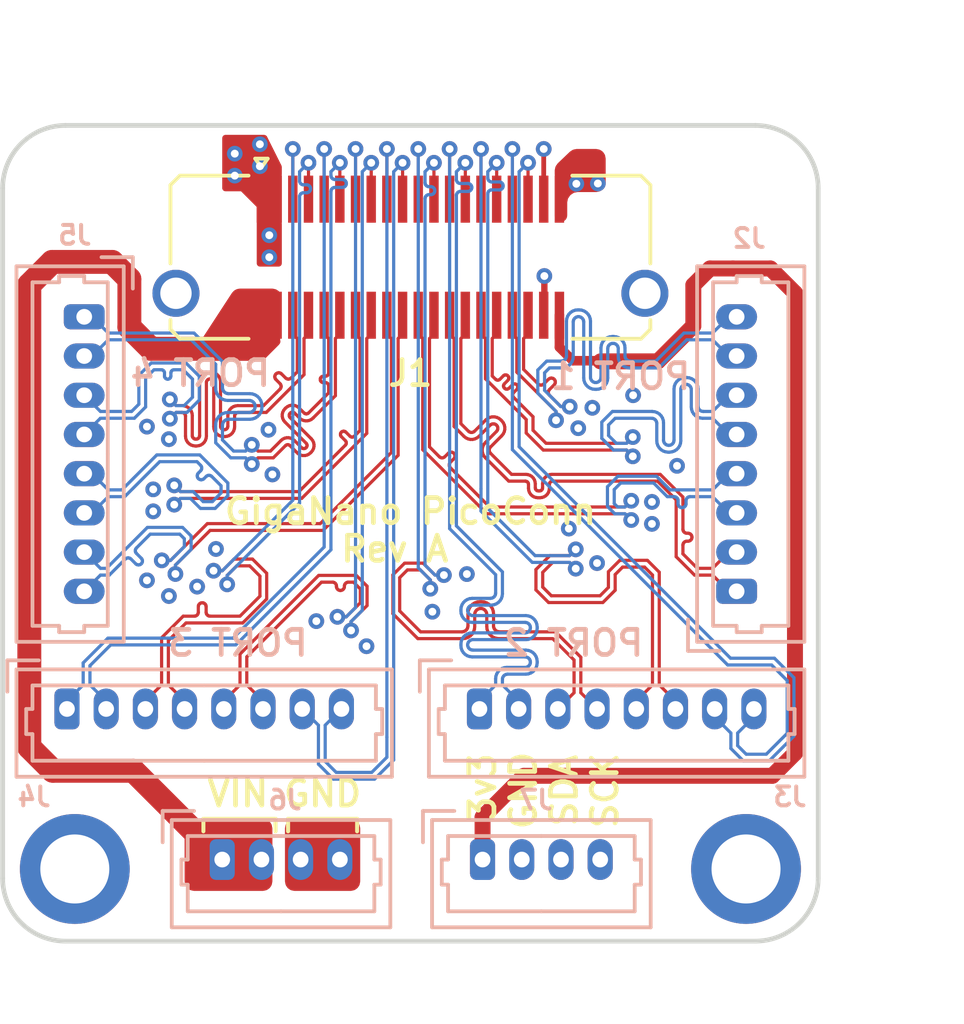
<source format=kicad_pcb>
(kicad_pcb (version 20171130) (host pcbnew "(5.1.6)-1")
  (layers (0 F.Cu signal) (1 In1.Cu signal) (2 In2.Cu signal) (31 B.Cu signal) (34 B.Paste user) (35 F.Paste user) (36 B.SilkS user) (37 F.SilkS user) (38 B.Mask user) (39 F.Mask user) (44 Edge.Cuts user))
  (net 0 "")
  (net 1 GND)
  (net 2 /SCK)
  (net 3 +3V3)
  (net 4 /SDA)
  (net 5 VBUS)
  (net 6 /P0A_P)
  (net 7 /P2A_P)
  (net 8 /P0A_N)
  (net 9 /P2A_N)
  (net 10 /P0B_P)
  (net 11 /P2B_P)
  (net 12 /P0B_N)
  (net 13 /P2B_N)
  (net 14 /P0C_P)
  (net 15 /P2C_P)
  (net 16 /P0C_N)
  (net 17 /P2C_N)
  (net 18 /P0D_P)
  (net 19 /P2D_P)
  (net 20 /P0D_N)
  (net 21 /P2D_N)
  (net 22 /P1A_P)
  (net 23 /P3A_P)
  (net 24 /P1A_N)
  (net 25 /P3A_N)
  (net 26 /P1B_P)
  (net 27 /P3B_P)
  (net 28 /P1B_N)
  (net 29 /P3B_N)
  (net 30 /P1C_P)
  (net 31 /P3C_P)
  (net 32 /P1C_N)
  (net 33 /P3C_N)
  (net 34 /P1D_P)
  (net 35 /P3D_P)
  (net 36 /P1D_N)
  (net 37 /P3D_N)
  (module GigaBloxTLE:Samtec_LSHM-120-02.5-L-DV-A-S-TR_P0.50mm_Vertical (layer F.Cu) (at 107.5 43.7)
    (fp_text reference J1 (at 0 3.7) (layer F.SilkS) (effects (font (size 0.8 0.8))))
    (fp_text value LSHM-120-02.5-L-DV-A-S-K-TR)
    (pad 1 smd rect (at -4.75 -1.85) (size 0.3 1.5) (layers F.Cu F.Paste F.Mask) (net 1 GND))
    (pad 3 smd rect (at -4.25 -1.85) (size 0.3 1.5) (layers F.Cu F.Paste F.Mask) (net 1 GND))
    (pad 5 smd rect (at -3.75 -1.85) (size 0.3 1.5) (layers F.Cu F.Paste F.Mask) (net 21 /P2D_N))
    (pad 7 smd rect (at -3.25 -1.85) (size 0.3 1.5) (layers F.Cu F.Paste F.Mask) (net 19 /P2D_P))
    (pad 9 smd rect (at -2.75 -1.85) (size 0.3 1.5) (layers F.Cu F.Paste F.Mask) (net 17 /P2C_N))
    (pad 11 smd rect (at -2.25 -1.85) (size 0.3 1.5) (layers F.Cu F.Paste F.Mask) (net 15 /P2C_P))
    (pad 13 smd rect (at -1.75 -1.85) (size 0.3 1.5) (layers F.Cu F.Paste F.Mask) (net 13 /P2B_N))
    (pad 15 smd rect (at -1.25 -1.85) (size 0.3 1.5) (layers F.Cu F.Paste F.Mask) (net 11 /P2B_P))
    (pad 17 smd rect (at -0.75 -1.85) (size 0.3 1.5) (layers F.Cu F.Paste F.Mask) (net 9 /P2A_N))
    (pad 19 smd rect (at -0.25 -1.85) (size 0.3 1.5) (layers F.Cu F.Paste F.Mask) (net 7 /P2A_P))
    (pad 21 smd rect (at 0.25 -1.85) (size 0.3 1.5) (layers F.Cu F.Paste F.Mask) (net 36 /P1D_N))
    (pad 23 smd rect (at 0.75 -1.85) (size 0.3 1.5) (layers F.Cu F.Paste F.Mask) (net 34 /P1D_P))
    (pad 25 smd rect (at 1.25 -1.85) (size 0.3 1.5) (layers F.Cu F.Paste F.Mask) (net 32 /P1C_N))
    (pad 27 smd rect (at 1.75 -1.85) (size 0.3 1.5) (layers F.Cu F.Paste F.Mask) (net 30 /P1C_P))
    (pad 29 smd rect (at 2.25 -1.85) (size 0.3 1.5) (layers F.Cu F.Paste F.Mask) (net 28 /P1B_N))
    (pad 31 smd rect (at 2.75 -1.85) (size 0.3 1.5) (layers F.Cu F.Paste F.Mask) (net 26 /P1B_P))
    (pad 33 smd rect (at 3.25 -1.85) (size 0.3 1.5) (layers F.Cu F.Paste F.Mask) (net 24 /P1A_N))
    (pad 35 smd rect (at 3.75 -1.85) (size 0.3 1.5) (layers F.Cu F.Paste F.Mask) (net 22 /P1A_P))
    (pad 37 smd rect (at 4.25 -1.85) (size 0.3 1.5) (layers F.Cu F.Paste F.Mask) (net 2 /SCK))
    (pad 39 smd rect (at 4.75 -1.85) (size 0.3 1.5) (layers F.Cu F.Paste F.Mask) (net 1 GND))
    (pad 2 smd rect (at -4.75 1.85) (size 0.3 1.5) (layers F.Cu F.Paste F.Mask) (net 5 VBUS))
    (pad 4 smd rect (at -4.25 1.85) (size 0.3 1.5) (layers F.Cu F.Paste F.Mask) (net 5 VBUS))
    (pad 6 smd rect (at -3.75 1.85) (size 0.3 1.5) (layers F.Cu F.Paste F.Mask) (net 37 /P3D_N))
    (pad 8 smd rect (at -3.25 1.85) (size 0.3 1.5) (layers F.Cu F.Paste F.Mask) (net 35 /P3D_P))
    (pad 10 smd rect (at -2.75 1.85) (size 0.3 1.5) (layers F.Cu F.Paste F.Mask) (net 33 /P3C_N))
    (pad 12 smd rect (at -2.25 1.85) (size 0.3 1.5) (layers F.Cu F.Paste F.Mask) (net 31 /P3C_P))
    (pad 14 smd rect (at -1.75 1.85) (size 0.3 1.5) (layers F.Cu F.Paste F.Mask) (net 29 /P3B_N))
    (pad 16 smd rect (at -1.25 1.85) (size 0.3 1.5) (layers F.Cu F.Paste F.Mask) (net 27 /P3B_P))
    (pad 18 smd rect (at -0.75 1.85) (size 0.3 1.5) (layers F.Cu F.Paste F.Mask) (net 25 /P3A_N))
    (pad 20 smd rect (at -0.25 1.85) (size 0.3 1.5) (layers F.Cu F.Paste F.Mask) (net 23 /P3A_P))
    (pad 22 smd rect (at 0.25 1.85) (size 0.3 1.5) (layers F.Cu F.Paste F.Mask) (net 20 /P0D_N))
    (pad 24 smd rect (at 0.75 1.85) (size 0.3 1.5) (layers F.Cu F.Paste F.Mask) (net 18 /P0D_P))
    (pad 26 smd rect (at 1.25 1.85) (size 0.3 1.5) (layers F.Cu F.Paste F.Mask) (net 16 /P0C_N))
    (pad 28 smd rect (at 1.75 1.85) (size 0.3 1.5) (layers F.Cu F.Paste F.Mask) (net 14 /P0C_P))
    (pad 30 smd rect (at 2.25 1.85) (size 0.3 1.5) (layers F.Cu F.Paste F.Mask) (net 12 /P0B_N))
    (pad 32 smd rect (at 2.75 1.85) (size 0.3 1.5) (layers F.Cu F.Paste F.Mask) (net 10 /P0B_P))
    (pad 34 smd rect (at 3.25 1.85) (size 0.3 1.5) (layers F.Cu F.Paste F.Mask) (net 8 /P0A_N))
    (pad 36 smd rect (at 3.75 1.85) (size 0.3 1.5) (layers F.Cu F.Paste F.Mask) (net 6 /P0A_P))
    (pad 38 smd rect (at 4.25 1.85) (size 0.3 1.5) (layers F.Cu F.Paste F.Mask) (net 4 /SDA))
    (pad 40 smd rect (at 4.75 1.85) (size 0.3 1.5) (layers F.Cu F.Paste F.Mask) (net 3 +3V3))
    (pad "" np_thru_hole circle (at 6 -0.85) (size 1.45 1.45) (drill 1.45) (layers *.Cu *.Mask))
    (pad "" np_thru_hole circle (at -6 -0.85) (size 1.45 1.45) (drill 1.45) (layers *.Cu *.Mask))
    (pad S2 thru_hole circle (at 7.475 1.15) (size 1.5 1.5) (drill 1) (layers *.Cu *.Mask))
    (pad S1 thru_hole circle (at -7.475 1.15) (size 1.5 1.5) (drill 1) (layers *.Cu *.Mask))
  )
  (module Connector_Molex:Molex_PicoBlade_53047-0410_1x04_P1.25mm_Vertical (layer B.Cu) (at 109.8 62.9)
    (fp_text reference J7 (at 1.7 -1.9) (layer B.SilkS) (effects (font (size 0.6 0.6) (thickness 0.127)) (justify mirror)))
    (fp_text value 1.25T-4A)
    (pad 4 thru_hole oval (at 3.75 0) (size 0.8 1.3) (drill 0.5) (layers *.Cu *.Mask) (net 2 /SCK))
    (pad 3 thru_hole oval (at 2.5 0) (size 0.8 1.3) (drill 0.5) (layers *.Cu *.Mask) (net 4 /SDA))
    (pad 2 thru_hole oval (at 1.25 0) (size 0.8 1.3) (drill 0.5) (layers *.Cu *.Mask) (net 1 GND))
    (pad 1 thru_hole roundrect (at 0 0) (size 0.8 1.3) (drill 0.5) (layers *.Cu *.Mask) (net 3 +3V3))
  )
  (module Connector_Molex:Molex_PicoBlade_53047-0810_1x08_P1.25mm_Vertical (layer B.Cu) (at 117.9 54.35 90)
    (fp_text reference J2 (at 11.25 0.4) (layer B.SilkS) (effects (font (size 0.6 0.6) (thickness 0.127)) (justify mirror)))
    (fp_text value 1.25T-8A)
    (pad 8 thru_hole oval (at 8.75 0 90) (size 0.8 1.3) (drill 0.5) (layers *.Cu *.Mask) (net 8 /P0A_N))
    (pad 7 thru_hole oval (at 7.5 0 90) (size 0.8 1.3) (drill 0.5) (layers *.Cu *.Mask) (net 6 /P0A_P))
    (pad 6 thru_hole oval (at 6.25 0 90) (size 0.8 1.3) (drill 0.5) (layers *.Cu *.Mask) (net 12 /P0B_N))
    (pad 5 thru_hole oval (at 5 0 90) (size 0.8 1.3) (drill 0.5) (layers *.Cu *.Mask) (net 10 /P0B_P))
    (pad 4 thru_hole oval (at 3.75 0 90) (size 0.8 1.3) (drill 0.5) (layers *.Cu *.Mask) (net 20 /P0D_N))
    (pad 3 thru_hole oval (at 2.5 0 90) (size 0.8 1.3) (drill 0.5) (layers *.Cu *.Mask) (net 18 /P0D_P))
    (pad 2 thru_hole oval (at 1.25 0 90) (size 0.8 1.3) (drill 0.5) (layers *.Cu *.Mask) (net 14 /P0C_P))
    (pad 1 thru_hole roundrect (at 0 0 90) (size 0.8 1.3) (drill 0.5) (layers *.Cu *.Mask) (net 16 /P0C_N))
  )
  (module Connector_Molex:Molex_PicoBlade_53047-0810_1x08_P1.25mm_Vertical (layer B.Cu) (at 109.7 58.1)
    (fp_text reference J3 (at 9.9 2.8) (layer B.SilkS) (effects (font (size 0.6 0.6) (thickness 0.127)) (justify mirror)))
    (fp_text value 1.25T-8A)
    (pad 8 thru_hole oval (at 8.75 0) (size 0.8 1.3) (drill 0.5) (layers *.Cu *.Mask) (net 24 /P1A_N))
    (pad 7 thru_hole oval (at 7.5 0) (size 0.8 1.3) (drill 0.5) (layers *.Cu *.Mask) (net 22 /P1A_P))
    (pad 6 thru_hole oval (at 6.25 0) (size 0.8 1.3) (drill 0.5) (layers *.Cu *.Mask) (net 28 /P1B_N))
    (pad 5 thru_hole oval (at 5 0) (size 0.8 1.3) (drill 0.5) (layers *.Cu *.Mask) (net 26 /P1B_P))
    (pad 4 thru_hole oval (at 3.75 0) (size 0.8 1.3) (drill 0.5) (layers *.Cu *.Mask) (net 36 /P1D_N))
    (pad 3 thru_hole oval (at 2.5 0) (size 0.8 1.3) (drill 0.5) (layers *.Cu *.Mask) (net 34 /P1D_P))
    (pad 2 thru_hole oval (at 1.25 0) (size 0.8 1.3) (drill 0.5) (layers *.Cu *.Mask) (net 30 /P1C_P))
    (pad 1 thru_hole roundrect (at 0 0) (size 0.8 1.3) (drill 0.5) (layers *.Cu *.Mask) (net 32 /P1C_N))
  )
  (module Connector_Molex:Molex_PicoBlade_53047-0810_1x08_P1.25mm_Vertical (layer B.Cu) (at 96.55 58.1)
    (fp_text reference J4 (at -1.05 2.8 180) (layer B.SilkS) (effects (font (size 0.6 0.6) (thickness 0.127)) (justify mirror)))
    (fp_text value 1.25T-8A)
    (pad 8 thru_hole oval (at 8.75 0) (size 0.8 1.3) (drill 0.5) (layers *.Cu *.Mask) (net 9 /P2A_N))
    (pad 7 thru_hole oval (at 7.5 0) (size 0.8 1.3) (drill 0.5) (layers *.Cu *.Mask) (net 7 /P2A_P))
    (pad 6 thru_hole oval (at 6.25 0) (size 0.8 1.3) (drill 0.5) (layers *.Cu *.Mask) (net 13 /P2B_N))
    (pad 5 thru_hole oval (at 5 0) (size 0.8 1.3) (drill 0.5) (layers *.Cu *.Mask) (net 11 /P2B_P))
    (pad 4 thru_hole oval (at 3.75 0) (size 0.8 1.3) (drill 0.5) (layers *.Cu *.Mask) (net 21 /P2D_N))
    (pad 3 thru_hole oval (at 2.5 0) (size 0.8 1.3) (drill 0.5) (layers *.Cu *.Mask) (net 19 /P2D_P))
    (pad 2 thru_hole oval (at 1.25 0) (size 0.8 1.3) (drill 0.5) (layers *.Cu *.Mask) (net 15 /P2C_P))
    (pad 1 thru_hole roundrect (at 0 0) (size 0.8 1.3) (drill 0.5) (layers *.Cu *.Mask) (net 17 /P2C_N))
  )
  (module Connector_Molex:Molex_PicoBlade_53047-0810_1x08_P1.25mm_Vertical (layer B.Cu) (at 97.1 45.6 270)
    (fp_text reference J5 (at -2.6 0.3 180) (layer B.SilkS) (effects (font (size 0.6 0.6) (thickness 0.127)) (justify mirror)))
    (fp_text value 1.25T-8A)
    (pad 8 thru_hole oval (at 8.75 0 270) (size 0.8 1.3) (drill 0.5) (layers *.Cu *.Mask) (net 25 /P3A_N))
    (pad 7 thru_hole oval (at 7.5 0 270) (size 0.8 1.3) (drill 0.5) (layers *.Cu *.Mask) (net 23 /P3A_P))
    (pad 6 thru_hole oval (at 6.25 0 270) (size 0.8 1.3) (drill 0.5) (layers *.Cu *.Mask) (net 29 /P3B_N))
    (pad 5 thru_hole oval (at 5 0 270) (size 0.8 1.3) (drill 0.5) (layers *.Cu *.Mask) (net 27 /P3B_P))
    (pad 4 thru_hole oval (at 3.75 0 270) (size 0.8 1.3) (drill 0.5) (layers *.Cu *.Mask) (net 37 /P3D_N))
    (pad 3 thru_hole oval (at 2.5 0 270) (size 0.8 1.3) (drill 0.5) (layers *.Cu *.Mask) (net 35 /P3D_P))
    (pad 2 thru_hole oval (at 1.25 0 270) (size 0.8 1.3) (drill 0.5) (layers *.Cu *.Mask) (net 31 /P3C_P))
    (pad 1 thru_hole roundrect (at 0 0 270) (size 0.8 1.3) (drill 0.5) (layers *.Cu *.Mask) (net 33 /P3C_N))
  )
  (module MountingHole:MountingHole_2.2mm_M2_ISO7380_Pad (layer F.Cu) (at 118.2 63.2)
    (fp_text reference H2 hide)
    (fp_text value MountingHole)
    (pad 1 thru_hole circle (at 0 0) (size 3.5 3.5) (drill 2.2) (layers *.Cu *.Mask))
  )
  (module MountingHole:MountingHole_2.2mm_M2_ISO7380_Pad (layer F.Cu) (at 96.8 63.2)
    (fp_text reference H1 hide)
    (fp_text value MountingHole)
    (pad 1 thru_hole circle (at 0 0) (size 3.5 3.5) (drill 2.2) (layers *.Cu *.Mask))
  )
  (module Connector_Molex:Molex_PicoBlade_53047-0410_1x04_P1.25mm_Vertical (layer B.Cu) (at 101.5 62.9)
    (fp_text reference J6 (at 2 -1.9) (layer B.SilkS) (effects (font (size 0.6 0.6) (thickness 0.127)) (justify mirror)))
    (fp_text value 1.25T-4A)
    (pad 4 thru_hole oval (at 3.75 0) (size 0.8 1.3) (drill 0.5) (layers *.Cu *.Mask) (net 1 GND))
    (pad 3 thru_hole oval (at 2.5 0) (size 0.8 1.3) (drill 0.5) (layers *.Cu *.Mask) (net 1 GND))
    (pad 2 thru_hole oval (at 1.25 0) (size 0.8 1.3) (drill 0.5) (layers *.Cu *.Mask) (net 5 VBUS))
    (pad 1 thru_hole roundrect (at 0 0) (size 0.8 1.3) (drill 0.5) (layers *.Cu *.Mask) (net 5 VBUS))
  )
  (gr_text "PORT 3" (at 102 56) (layer B.SilkS) (effects (font (size 0.8 0.8)) (justify mirror)))
  (gr_text "PORT 2" (at 112.7 56) (layer B.SilkS) (effects (font (size 0.8 0.8)) (justify mirror)))
  (gr_text "PORT 4" (at 100.8 47.4) (layer B.SilkS) (effects (font (size 0.8 0.8)) (justify mirror)))
  (gr_text "PORT 1" (at 114.2 47.5) (layer B.SilkS) (effects (font (size 0.8 0.8)) (justify mirror)))
  (gr_text "Rev A" (at 107 53) (layer F.SilkS) (effects (font (size 0.8 0.8))))
  (gr_text "GigaNano PicoConn" (at 107.5 51.8) (layer F.SilkS) (effects (font (size 0.8 0.8))))
  (gr_line (start 105.8 61.6) (end 105.8 62) (layer F.SilkS) (width 0.127))
  (gr_line (start 103.6 61.6) (end 105.8 61.6) (layer F.SilkS) (width 0.127))
  (gr_line (start 103.6 62) (end 103.6 61.6) (layer F.SilkS) (width 0.127))
  (gr_line (start 103.2 61.6) (end 103.2 62) (layer F.SilkS) (width 0.127))
  (gr_line (start 100.9 61.6) (end 103.2 61.6) (layer F.SilkS) (width 0.127))
  (gr_line (start 100.9 62) (end 100.9 61.6) (layer F.SilkS) (width 0.127))
  (gr_text GND (at 104.7 60.8) (layer F.SilkS) (effects (font (size 0.8 0.8))))
  (gr_text VIN (at 102 60.8) (layer F.SilkS) (effects (font (size 0.8 0.8))))
  (gr_text SCK (at 113.7 60.7 90) (layer F.SilkS) (effects (font (size 0.8 0.8))))
  (gr_text SDA (at 112.4 60.7 90) (layer F.SilkS) (effects (font (size 0.8 0.8))))
  (gr_text GND (at 111.1 60.7 90) (layer F.SilkS) (effects (font (size 0.8 0.8))))
  (gr_text 3v3 (at 109.8 60.6 90) (layer F.SilkS) (effects (font (size 0.8 0.8))))
  (gr_arc (start 96.5 63.5) (end 94.5 63.5) (angle -90) (layer Edge.Cuts) (width 0.15))
  (gr_arc (start 118.5 63.5) (end 118.5 65.5) (angle -90) (layer Edge.Cuts) (width 0.15))
  (gr_arc (start 118.5 41.5) (end 120.5 41.5) (angle -90) (layer Edge.Cuts) (width 0.15))
  (gr_arc (start 96.5 41.5) (end 96.5 39.5) (angle -90) (layer Edge.Cuts) (width 0.15))
  (gr_line (start 96.5 65.5) (end 118.5 65.5) (layer Edge.Cuts) (width 0.15))
  (gr_line (start 120.5 41.5) (end 120.5 63.5) (layer Edge.Cuts) (width 0.15))
  (gr_line (start 96.5 39.5) (end 118.5 39.5) (layer Edge.Cuts) (width 0.15))
  (gr_line (start 94.5 63.5) (end 94.5 41.5) (layer Edge.Cuts) (width 0.15))
  (via (at 102.975 49.2) (size 0.5) (drill 0.25) (layers F.Cu B.Cu) (net 1))
  (via (at 103.1 50.625) (size 0.5) (drill 0.25) (layers F.Cu B.Cu) (net 1))
  (via (at 112.79 41.359998) (size 0.5) (drill 0.25) (layers F.Cu B.Cu) (net 1))
  (segment (start 112.740002 41.359998) (end 112.79 41.359998) (width 0.1016) (layer F.Cu) (net 1))
  (segment (start 112.25 41.85) (end 112.740002 41.359998) (width 0.1016) (layer F.Cu) (net 1))
  (segment (start 102.75 41.85) (end 103.25 41.85) (width 0.2032) (layer F.Cu) (net 1))
  (via (at 101.9 40.4) (size 0.5) (drill 0.25) (layers F.Cu B.Cu) (net 1))
  (segment (start 102.75 41.85) (end 102.75 41.4) (width 0.2032) (layer F.Cu) (net 1))
  (via (at 101.9 41.1) (size 0.5) (drill 0.25) (layers F.Cu B.Cu) (net 1))
  (via (at 103 43) (size 0.5) (drill 0.25) (layers F.Cu B.Cu) (net 1))
  (segment (start 103.25 41.85) (end 103.25 42.89) (width 0.2032) (layer F.Cu) (net 1))
  (segment (start 103.25 42.89) (end 103.08 43.06) (width 0.2032) (layer F.Cu) (net 1))
  (via (at 102.7 40.1) (size 0.5) (drill 0.25) (layers F.Cu B.Cu) (net 1))
  (via (at 102.7 40.8) (size 0.5) (drill 0.25) (layers F.Cu B.Cu) (net 1))
  (via (at 103 43.7) (size 0.5) (drill 0.25) (layers F.Cu B.Cu) (net 1))
  (via (at 109.3 53.8) (size 0.5) (drill 0.25) (layers F.Cu B.Cu) (net 1))
  (via (at 108.2 55) (size 0.5) (drill 0.25) (layers F.Cu B.Cu) (net 1))
  (via (at 112.55 52.35) (size 0.5) (drill 0.25) (layers F.Cu B.Cu) (net 1))
  (via (at 113.45 53.45) (size 0.5) (drill 0.25) (layers F.Cu B.Cu) (net 1))
  (via (at 115.2 51.5) (size 0.5) (drill 0.25) (layers F.Cu B.Cu) (net 1))
  (via (at 115.2 52.2) (size 0.5) (drill 0.25) (layers F.Cu B.Cu) (net 1))
  (via (at 114.6 48.1) (size 0.5) (drill 0.25) (layers F.Cu B.Cu) (net 1))
  (via (at 116 50.35) (size 0.5) (drill 0.25) (layers F.Cu B.Cu) (net 1))
  (via (at 112.85 49.15) (size 0.5) (drill 0.25) (layers F.Cu B.Cu) (net 1))
  (via (at 113.3 48.5) (size 0.5) (drill 0.25) (layers F.Cu B.Cu) (net 1))
  (via (at 106.1 56.1) (size 0.5) (drill 0.25) (layers F.Cu B.Cu) (net 1))
  (via (at 104.5 55.3) (size 0.5) (drill 0.25) (layers F.Cu B.Cu) (net 1))
  (via (at 101.3 53) (size 0.5) (drill 0.25) (layers F.Cu B.Cu) (net 1))
  (via (at 100.7 54.2) (size 0.5) (drill 0.25) (layers F.Cu B.Cu) (net 1))
  (via (at 99.1 54) (size 0.5) (drill 0.25) (layers F.Cu B.Cu) (net 1))
  (via (at 99.8 54.5) (size 0.5) (drill 0.25) (layers F.Cu B.Cu) (net 1))
  (via (at 99.3 51.8) (size 0.5) (drill 0.25) (layers F.Cu B.Cu) (net 1))
  (via (at 99.3 51.1) (size 0.5) (drill 0.25) (layers F.Cu B.Cu) (net 1))
  (via (at 99.1 49.1) (size 0.5) (drill 0.25) (layers F.Cu B.Cu) (net 1))
  (via (at 99.8 49.5) (size 0.5) (drill 0.25) (layers F.Cu B.Cu) (net 1))
  (via (at 113.475 41.35) (size 0.5) (drill 0.25) (layers F.Cu B.Cu) (net 1))
  (via (at 111.75 40.25) (size 0.5) (drill 0.25) (layers F.Cu B.Cu) (net 2))
  (segment (start 111.75 40.25) (end 111.75 41.85) (width 0.1524) (layer F.Cu) (net 2))
  (segment (start 109.8 62.9) (end 109.8 61.55) (width 0.508) (layer F.Cu) (net 3))
  (segment (start 109.8 61.55) (end 111.12 60.23) (width 0.508) (layer F.Cu) (net 3))
  (segment (start 111.12 60.23) (end 119.04 60.23) (width 0.508) (layer F.Cu) (net 3))
  (segment (start 119.04 60.23) (end 119.76 59.51) (width 0.508) (layer F.Cu) (net 3))
  (segment (start 119.76 59.51) (end 119.76 44.84) (width 0.508) (layer F.Cu) (net 3))
  (segment (start 119.76 44.84) (end 118.98 44.06) (width 0.508) (layer F.Cu) (net 3))
  (segment (start 112.25 45.55) (end 112.25 46.57) (width 0.3048) (layer F.Cu) (net 3))
  (segment (start 112.25 46.57) (end 112.68 47) (width 0.3048) (layer F.Cu) (net 3))
  (segment (start 118.98 44.06) (end 117.78 44.06) (width 0.508) (layer F.Cu) (net 3))
  (segment (start 117.78 44.06) (end 117.05 44.06) (width 0.508) (layer F.Cu) (net 3))
  (segment (start 117.05 44.06) (end 116.52 44.59) (width 0.508) (layer F.Cu) (net 3))
  (segment (start 116.52 44.59) (end 116.52 45.89) (width 0.508) (layer F.Cu) (net 3))
  (segment (start 116.52 45.89) (end 115.39 47.02) (width 0.508) (layer F.Cu) (net 3))
  (segment (start 115.39 47.02) (end 113.56 47.02) (width 0.508) (layer F.Cu) (net 3))
  (segment (start 113.54 47) (end 113.56 47.02) (width 0.3048) (layer F.Cu) (net 3))
  (segment (start 112.68 47) (end 113.54 47) (width 0.3048) (layer F.Cu) (net 3))
  (via (at 111.77 44.3) (size 0.5) (drill 0.25) (layers F.Cu B.Cu) (net 4))
  (segment (start 111.77 45.53) (end 111.75 45.55) (width 0.2032) (layer F.Cu) (net 4))
  (segment (start 111.77 44.3) (end 111.77 45.53) (width 0.2032) (layer F.Cu) (net 4))
  (segment (start 102.96 46.28) (end 102.62 46.62) (width 0.762) (layer F.Cu) (net 5))
  (segment (start 102.96 45.69) (end 102.96 46.28) (width 0.762) (layer F.Cu) (net 5))
  (segment (start 102.62 46.62) (end 99.23 46.62) (width 0.762) (layer F.Cu) (net 5))
  (segment (start 99.23 46.62) (end 98.54 45.93) (width 0.762) (layer F.Cu) (net 5))
  (segment (start 98.54 45.93) (end 98.54 44.4) (width 0.762) (layer F.Cu) (net 5))
  (segment (start 102.75 62.9) (end 101.5 62.9) (width 0.762) (layer F.Cu) (net 5))
  (segment (start 95.35 44.58) (end 96.08 43.85) (width 0.762) (layer F.Cu) (net 5))
  (segment (start 95.35 59.32) (end 95.35 44.58) (width 0.762) (layer F.Cu) (net 5))
  (segment (start 96.1 60.07) (end 95.35 59.32) (width 0.762) (layer F.Cu) (net 5))
  (segment (start 101.5 62.9) (end 98.67 60.07) (width 0.762) (layer F.Cu) (net 5))
  (segment (start 98.67 60.07) (end 96.1 60.07) (width 0.762) (layer F.Cu) (net 5))
  (segment (start 97.99 43.85) (end 98.54 44.4) (width 0.762) (layer F.Cu) (net 5))
  (segment (start 96.08 43.85) (end 97.99 43.85) (width 0.762) (layer F.Cu) (net 5))
  (via (at 112.577188 48.462812) (size 0.5) (drill 0.25) (layers F.Cu B.Cu) (net 6))
  (segment (start 113.305531 47.901988) (end 113.229267 47.875302) (width 0.1016) (layer B.Cu) (net 6))
  (segment (start 114.260853 47.14923) (end 114.203719 47.092096) (width 0.1016) (layer B.Cu) (net 6))
  (segment (start 113.430078 47.911034) (end 113.385821 47.911034) (width 0.1016) (layer B.Cu) (net 6))
  (segment (start 113.103719 47.775181) (end 113.060732 47.706767) (width 0.1016) (layer B.Cu) (net 6))
  (segment (start 113.385821 47.911034) (end 113.305531 47.901988) (width 0.1016) (layer B.Cu) (net 6))
  (segment (start 113.510368 47.901988) (end 113.430078 47.911034) (width 0.1016) (layer B.Cu) (net 6))
  (segment (start 113.7909 47.550213) (end 113.781853 47.630503) (width 0.1016) (layer B.Cu) (net 6))
  (segment (start 111.934716 47.22795) (end 111.77795 47.384716) (width 0.1016) (layer B.Cu) (net 6))
  (segment (start 113.7909 46.611916) (end 113.7909 47.550213) (width 0.1016) (layer B.Cu) (net 6))
  (segment (start 112.486632 47.192217) (end 112.410368 47.218903) (width 0.1016) (layer B.Cu) (net 6))
  (segment (start 113.795088 46.574743) (end 113.7909 46.611916) (width 0.1016) (layer B.Cu) (net 6))
  (segment (start 113.025 47.550213) (end 113.025 45.761916) (width 0.1016) (layer B.Cu) (net 6))
  (segment (start 113.020811 45.724743) (end 113.008456 45.689435) (width 0.1016) (layer B.Cu) (net 6))
  (segment (start 117.13295 46.33295) (end 116.309716 46.33295) (width 0.1016) (layer B.Cu) (net 6))
  (segment (start 113.034046 47.630503) (end 113.025 47.550213) (width 0.1016) (layer B.Cu) (net 6))
  (segment (start 112.785469 45.611409) (end 112.753796 45.631311) (width 0.1016) (layer B.Cu) (net 6))
  (segment (start 113.586632 47.875302) (end 113.510368 47.901988) (width 0.1016) (layer B.Cu) (net 6))
  (segment (start 114.203719 47.092096) (end 114.160732 47.023682) (width 0.1016) (layer B.Cu) (net 6))
  (segment (start 113.920777 46.449054) (end 113.885469 46.461409) (width 0.1016) (layer B.Cu) (net 6))
  (segment (start 114.405531 47.218903) (end 114.329267 47.192217) (width 0.1016) (layer B.Cu) (net 6))
  (segment (start 111.77795 47.945285) (end 112.295477 48.462812) (width 0.1016) (layer B.Cu) (net 6))
  (segment (start 115.414716 47.22795) (end 114.485821 47.22795) (width 0.1016) (layer B.Cu) (net 6))
  (segment (start 113.060732 47.706767) (end 113.034046 47.630503) (width 0.1016) (layer B.Cu) (net 6))
  (segment (start 112.330078 47.22795) (end 111.934716 47.22795) (width 0.1016) (layer B.Cu) (net 6))
  (segment (start 113.827345 46.507762) (end 113.807443 46.539435) (width 0.1016) (layer B.Cu) (net 6))
  (segment (start 117.65 46.85) (end 117.13295 46.33295) (width 0.1016) (layer B.Cu) (net 6))
  (segment (start 113.229267 47.875302) (end 113.160853 47.832315) (width 0.1016) (layer B.Cu) (net 6))
  (segment (start 113.781853 47.630503) (end 113.755167 47.706767) (width 0.1016) (layer B.Cu) (net 6))
  (segment (start 114.125 46.611916) (end 114.120811 46.574743) (width 0.1016) (layer B.Cu) (net 6))
  (segment (start 114.125 46.867128) (end 114.125 46.611916) (width 0.1016) (layer B.Cu) (net 6))
  (segment (start 117.9 46.85) (end 117.65 46.85) (width 0.1016) (layer B.Cu) (net 6))
  (segment (start 114.160732 47.023682) (end 114.134046 46.947418) (width 0.1016) (layer B.Cu) (net 6))
  (segment (start 113.95795 46.444866) (end 113.920777 46.449054) (width 0.1016) (layer B.Cu) (net 6))
  (segment (start 113.853796 46.481311) (end 113.827345 46.507762) (width 0.1016) (layer B.Cu) (net 6))
  (segment (start 113.160853 47.832315) (end 113.103719 47.775181) (width 0.1016) (layer B.Cu) (net 6))
  (segment (start 114.120811 46.574743) (end 114.108456 46.539435) (width 0.1016) (layer B.Cu) (net 6))
  (segment (start 112.988554 45.657762) (end 112.962103 45.631311) (width 0.1016) (layer B.Cu) (net 6))
  (segment (start 114.108456 46.539435) (end 114.088554 46.507762) (width 0.1016) (layer B.Cu) (net 6))
  (segment (start 113.008456 45.689435) (end 112.988554 45.657762) (width 0.1016) (layer B.Cu) (net 6))
  (segment (start 112.753796 45.631311) (end 112.727345 45.657762) (width 0.1016) (layer B.Cu) (net 6))
  (segment (start 114.062103 46.481311) (end 114.03043 46.461409) (width 0.1016) (layer B.Cu) (net 6))
  (segment (start 114.134046 46.947418) (end 114.125 46.867128) (width 0.1016) (layer B.Cu) (net 6))
  (segment (start 112.6909 45.761916) (end 112.6909 46.867128) (width 0.1016) (layer B.Cu) (net 6))
  (segment (start 113.995122 46.449054) (end 113.95795 46.444866) (width 0.1016) (layer B.Cu) (net 6))
  (segment (start 114.485821 47.22795) (end 114.405531 47.218903) (width 0.1016) (layer B.Cu) (net 6))
  (segment (start 113.885469 46.461409) (end 113.853796 46.481311) (width 0.1016) (layer B.Cu) (net 6))
  (segment (start 112.962103 45.631311) (end 112.93043 45.611409) (width 0.1016) (layer B.Cu) (net 6))
  (segment (start 112.895122 45.599054) (end 112.85795 45.594866) (width 0.1016) (layer B.Cu) (net 6))
  (segment (start 112.820777 45.599054) (end 112.785469 45.611409) (width 0.1016) (layer B.Cu) (net 6))
  (segment (start 112.727345 45.657762) (end 112.707443 45.689435) (width 0.1016) (layer B.Cu) (net 6))
  (segment (start 114.03043 46.461409) (end 113.995122 46.449054) (width 0.1016) (layer B.Cu) (net 6))
  (segment (start 114.329267 47.192217) (end 114.260853 47.14923) (width 0.1016) (layer B.Cu) (net 6))
  (segment (start 112.707443 45.689435) (end 112.695088 45.724743) (width 0.1016) (layer B.Cu) (net 6))
  (segment (start 113.655046 47.832315) (end 113.586632 47.875302) (width 0.1016) (layer B.Cu) (net 6))
  (segment (start 112.695088 45.724743) (end 112.6909 45.761916) (width 0.1016) (layer B.Cu) (net 6))
  (segment (start 112.6909 46.867128) (end 112.681853 46.947418) (width 0.1016) (layer B.Cu) (net 6))
  (segment (start 112.681853 46.947418) (end 112.655167 47.023682) (width 0.1016) (layer B.Cu) (net 6))
  (segment (start 112.655167 47.023682) (end 112.61218 47.092096) (width 0.1016) (layer B.Cu) (net 6))
  (segment (start 112.61218 47.092096) (end 112.555046 47.14923) (width 0.1016) (layer B.Cu) (net 6))
  (segment (start 112.555046 47.14923) (end 112.486632 47.192217) (width 0.1016) (layer B.Cu) (net 6))
  (segment (start 113.807443 46.539435) (end 113.795088 46.574743) (width 0.1016) (layer B.Cu) (net 6))
  (segment (start 112.410368 47.218903) (end 112.330078 47.22795) (width 0.1016) (layer B.Cu) (net 6))
  (segment (start 112.85795 45.594866) (end 112.820777 45.599054) (width 0.1016) (layer B.Cu) (net 6))
  (segment (start 112.295477 48.462812) (end 112.577188 48.462812) (width 0.1016) (layer B.Cu) (net 6))
  (segment (start 112.93043 45.611409) (end 112.895122 45.599054) (width 0.1016) (layer B.Cu) (net 6))
  (segment (start 114.088554 46.507762) (end 114.062103 46.481311) (width 0.1016) (layer B.Cu) (net 6))
  (segment (start 113.025 45.761916) (end 113.020811 45.724743) (width 0.1016) (layer B.Cu) (net 6))
  (segment (start 113.71218 47.775181) (end 113.655046 47.832315) (width 0.1016) (layer B.Cu) (net 6))
  (segment (start 116.309716 46.33295) (end 115.414716 47.22795) (width 0.1016) (layer B.Cu) (net 6))
  (segment (start 113.755167 47.706767) (end 113.71218 47.775181) (width 0.1016) (layer B.Cu) (net 6))
  (segment (start 111.77795 47.384716) (end 111.77795 47.945285) (width 0.1016) (layer B.Cu) (net 6))
  (segment (start 111.25 46.15) (end 111.25 45.55) (width 0.1016) (layer F.Cu) (net 6))
  (segment (start 111.10795 46.29205) (end 111.25 46.15) (width 0.1016) (layer F.Cu) (net 6))
  (segment (start 111.10795 47.275285) (end 111.10795 46.29205) (width 0.1016) (layer F.Cu) (net 6))
  (segment (start 111.573253 47.740588) (end 111.10795 47.275285) (width 0.1016) (layer F.Cu) (net 6))
  (segment (start 111.595416 47.758262) (end 111.573253 47.740588) (width 0.1016) (layer F.Cu) (net 6))
  (segment (start 111.648596 47.77687) (end 111.620958 47.770562) (width 0.1016) (layer F.Cu) (net 6))
  (segment (start 111.676946 47.77687) (end 111.648596 47.77687) (width 0.1016) (layer F.Cu) (net 6))
  (segment (start 111.704584 47.770562) (end 111.676946 47.77687) (width 0.1016) (layer F.Cu) (net 6))
  (segment (start 111.752291 47.740586) (end 111.730126 47.758262) (width 0.1016) (layer F.Cu) (net 6))
  (segment (start 111.903632 47.589246) (end 111.752291 47.740586) (width 0.1016) (layer F.Cu) (net 6))
  (segment (start 111.925797 47.57157) (end 111.903632 47.589246) (width 0.1016) (layer F.Cu) (net 6))
  (segment (start 111.931332 47.919627) (end 112.082672 47.768286) (width 0.1016) (layer F.Cu) (net 6))
  (segment (start 112.082672 47.589246) (end 112.060507 47.57157) (width 0.1016) (layer F.Cu) (net 6))
  (segment (start 111.913656 47.941792) (end 111.931332 47.919627) (width 0.1016) (layer F.Cu) (net 6))
  (segment (start 112.577188 48.462812) (end 112.295477 48.462812) (width 0.1016) (layer F.Cu) (net 6))
  (segment (start 111.901356 48.05096) (end 111.895047 48.023321) (width 0.1016) (layer F.Cu) (net 6))
  (segment (start 112.295477 48.462812) (end 111.931332 48.098667) (width 0.1016) (layer F.Cu) (net 6))
  (segment (start 111.931332 48.098667) (end 111.913656 48.076502) (width 0.1016) (layer F.Cu) (net 6))
  (segment (start 111.913656 48.076502) (end 111.901356 48.05096) (width 0.1016) (layer F.Cu) (net 6))
  (segment (start 111.901356 47.967333) (end 111.913656 47.941792) (width 0.1016) (layer F.Cu) (net 6))
  (segment (start 112.007326 47.552961) (end 111.978977 47.552961) (width 0.1016) (layer F.Cu) (net 6))
  (segment (start 111.895047 47.994972) (end 111.901356 47.967333) (width 0.1016) (layer F.Cu) (net 6))
  (segment (start 112.082672 47.768286) (end 112.100348 47.746121) (width 0.1016) (layer F.Cu) (net 6))
  (segment (start 112.034965 47.55927) (end 112.007326 47.552961) (width 0.1016) (layer F.Cu) (net 6))
  (segment (start 111.895047 48.023321) (end 111.895047 47.994972) (width 0.1016) (layer F.Cu) (net 6))
  (segment (start 112.100348 47.746121) (end 112.112648 47.720579) (width 0.1016) (layer F.Cu) (net 6))
  (segment (start 112.112648 47.720579) (end 112.118956 47.692941) (width 0.1016) (layer F.Cu) (net 6))
  (segment (start 112.112648 47.636953) (end 112.100348 47.611411) (width 0.1016) (layer F.Cu) (net 6))
  (segment (start 111.730126 47.758262) (end 111.704584 47.770562) (width 0.1016) (layer F.Cu) (net 6))
  (segment (start 112.118956 47.664591) (end 112.112648 47.636953) (width 0.1016) (layer F.Cu) (net 6))
  (segment (start 112.100348 47.611411) (end 112.082672 47.589246) (width 0.1016) (layer F.Cu) (net 6))
  (segment (start 112.060507 47.57157) (end 112.034965 47.55927) (width 0.1016) (layer F.Cu) (net 6))
  (segment (start 111.620958 47.770562) (end 111.595416 47.758262) (width 0.1016) (layer F.Cu) (net 6))
  (segment (start 111.978977 47.552961) (end 111.951338 47.55927) (width 0.1016) (layer F.Cu) (net 6))
  (segment (start 112.118956 47.692941) (end 112.118956 47.664591) (width 0.1016) (layer F.Cu) (net 6))
  (segment (start 111.951338 47.55927) (end 111.925797 47.57157) (width 0.1016) (layer F.Cu) (net 6))
  (via (at 107.25 40.69) (size 0.5) (drill 0.25) (layers F.Cu B.Cu) (net 7))
  (segment (start 107.25 40.69) (end 107.25 41.85) (width 0.1016) (layer F.Cu) (net 7))
  (segment (start 105.045284 60.33795) (end 106.354716 60.33795) (width 0.1016) (layer B.Cu) (net 7))
  (segment (start 106.354716 60.33795) (end 106.9659 59.726766) (width 0.1016) (layer B.Cu) (net 7))
  (segment (start 104.05 58.1) (end 104.56705 58.61705) (width 0.1016) (layer B.Cu) (net 7))
  (segment (start 104.56705 59.859716) (end 105.045284 60.33795) (width 0.1016) (layer B.Cu) (net 7))
  (segment (start 104.56705 58.61705) (end 104.56705 59.859716) (width 0.1016) (layer B.Cu) (net 7))
  (segment (start 106.9659 59.726766) (end 106.9659 40.9741) (width 0.1016) (layer B.Cu) (net 7))
  (segment (start 106.9659 40.9741) (end 107.25 40.69) (width 0.1016) (layer B.Cu) (net 7))
  (segment (start 112.142812 48.615477) (end 112.142812 48.897188) (width 0.1016) (layer F.Cu) (net 8))
  (via (at 112.142812 48.897188) (size 0.5) (drill 0.25) (layers F.Cu B.Cu) (net 8))
  (segment (start 110.89205 47.364715) (end 112.142812 48.615477) (width 0.1016) (layer F.Cu) (net 8))
  (segment (start 110.75 45.55) (end 110.75 46.15) (width 0.1016) (layer F.Cu) (net 8))
  (segment (start 110.75 46.15) (end 110.89205 46.29205) (width 0.1016) (layer F.Cu) (net 8))
  (segment (start 110.89205 46.29205) (end 110.89205 47.364715) (width 0.1016) (layer F.Cu) (net 8))
  (segment (start 112.142812 48.615477) (end 112.142812 48.897188) (width 0.1016) (layer B.Cu) (net 8))
  (segment (start 111.56205 48.034715) (end 112.142812 48.615477) (width 0.1016) (layer B.Cu) (net 8))
  (segment (start 112.38043 46.995506) (end 112.345122 47.007861) (width 0.1016) (layer B.Cu) (net 8))
  (segment (start 112.412103 46.975604) (end 112.38043 46.995506) (width 0.1016) (layer B.Cu) (net 8))
  (segment (start 112.438554 46.949153) (end 112.412103 46.975604) (width 0.1016) (layer B.Cu) (net 8))
  (segment (start 112.470811 46.882172) (end 112.458456 46.91748) (width 0.1016) (layer B.Cu) (net 8))
  (segment (start 112.475 46.845) (end 112.470811 46.882172) (width 0.1016) (layer B.Cu) (net 8))
  (segment (start 112.475 45.739787) (end 112.475 46.845) (width 0.1016) (layer B.Cu) (net 8))
  (segment (start 112.510732 45.583233) (end 112.484046 45.659497) (width 0.1016) (layer B.Cu) (net 8))
  (segment (start 112.553719 45.514819) (end 112.510732 45.583233) (width 0.1016) (layer B.Cu) (net 8))
  (segment (start 112.610853 45.457685) (end 112.553719 45.514819) (width 0.1016) (layer B.Cu) (net 8))
  (segment (start 112.679267 45.414698) (end 112.610853 45.457685) (width 0.1016) (layer B.Cu) (net 8))
  (segment (start 112.835821 45.378966) (end 112.755531 45.388012) (width 0.1016) (layer B.Cu) (net 8))
  (segment (start 113.105046 45.457685) (end 113.036632 45.414698) (width 0.1016) (layer B.Cu) (net 8))
  (segment (start 113.2409 45.739787) (end 113.231853 45.659497) (width 0.1016) (layer B.Cu) (net 8))
  (segment (start 113.277345 47.632238) (end 113.257443 47.600565) (width 0.1016) (layer B.Cu) (net 8))
  (segment (start 113.303796 47.658689) (end 113.277345 47.632238) (width 0.1016) (layer B.Cu) (net 8))
  (segment (start 113.335469 47.678591) (end 113.303796 47.658689) (width 0.1016) (layer B.Cu) (net 8))
  (segment (start 113.445122 47.690946) (end 113.40795 47.695134) (width 0.1016) (layer B.Cu) (net 8))
  (segment (start 113.48043 47.678591) (end 113.445122 47.690946) (width 0.1016) (layer B.Cu) (net 8))
  (segment (start 113.205167 45.583233) (end 113.16218 45.514819) (width 0.1016) (layer B.Cu) (net 8))
  (segment (start 113.512103 47.658689) (end 113.48043 47.678591) (width 0.1016) (layer B.Cu) (net 8))
  (segment (start 113.538554 47.632238) (end 113.512103 47.658689) (width 0.1016) (layer B.Cu) (net 8))
  (segment (start 113.558456 47.600565) (end 113.538554 47.632238) (width 0.1016) (layer B.Cu) (net 8))
  (segment (start 113.2409 47.528084) (end 113.2409 45.739787) (width 0.1016) (layer B.Cu) (net 8))
  (segment (start 113.575 47.528084) (end 113.570811 47.565257) (width 0.1016) (layer B.Cu) (net 8))
  (segment (start 113.584046 46.509497) (end 113.575 46.589787) (width 0.1016) (layer B.Cu) (net 8))
  (segment (start 113.610732 46.433233) (end 113.584046 46.509497) (width 0.1016) (layer B.Cu) (net 8))
  (segment (start 112.458456 46.91748) (end 112.438554 46.949153) (width 0.1016) (layer B.Cu) (net 8))
  (segment (start 112.345122 47.007861) (end 112.30795 47.01205) (width 0.1016) (layer B.Cu) (net 8))
  (segment (start 117.65 45.6) (end 117.13295 46.11705) (width 0.1016) (layer B.Cu) (net 8))
  (segment (start 111.845284 47.01205) (end 111.56205 47.295284) (width 0.1016) (layer B.Cu) (net 8))
  (segment (start 113.40795 47.695134) (end 113.370777 47.690946) (width 0.1016) (layer B.Cu) (net 8))
  (segment (start 116.220284 46.11705) (end 115.325284 47.01205) (width 0.1016) (layer B.Cu) (net 8))
  (segment (start 113.779267 46.264698) (end 113.710853 46.307685) (width 0.1016) (layer B.Cu) (net 8))
  (segment (start 113.245088 47.565257) (end 113.2409 47.528084) (width 0.1016) (layer B.Cu) (net 8))
  (segment (start 112.30795 47.01205) (end 111.845284 47.01205) (width 0.1016) (layer B.Cu) (net 8))
  (segment (start 113.575 46.589787) (end 113.575 47.528084) (width 0.1016) (layer B.Cu) (net 8))
  (segment (start 114.377345 46.949153) (end 114.357443 46.91748) (width 0.1016) (layer B.Cu) (net 8))
  (segment (start 113.855531 46.238012) (end 113.779267 46.264698) (width 0.1016) (layer B.Cu) (net 8))
  (segment (start 114.345088 46.882172) (end 114.3409 46.845) (width 0.1016) (layer B.Cu) (net 8))
  (segment (start 111.56205 47.295284) (end 111.56205 48.034715) (width 0.1016) (layer B.Cu) (net 8))
  (segment (start 113.370777 47.690946) (end 113.335469 47.678591) (width 0.1016) (layer B.Cu) (net 8))
  (segment (start 113.036632 45.414698) (end 112.960368 45.388012) (width 0.1016) (layer B.Cu) (net 8))
  (segment (start 112.960368 45.388012) (end 112.880078 45.378966) (width 0.1016) (layer B.Cu) (net 8))
  (segment (start 114.403796 46.975604) (end 114.377345 46.949153) (width 0.1016) (layer B.Cu) (net 8))
  (segment (start 113.570811 47.565257) (end 113.558456 47.600565) (width 0.1016) (layer B.Cu) (net 8))
  (segment (start 114.470777 47.007861) (end 114.435469 46.995506) (width 0.1016) (layer B.Cu) (net 8))
  (segment (start 113.16218 45.514819) (end 113.105046 45.457685) (width 0.1016) (layer B.Cu) (net 8))
  (segment (start 114.331853 46.509497) (end 114.305167 46.433233) (width 0.1016) (layer B.Cu) (net 8))
  (segment (start 112.484046 45.659497) (end 112.475 45.739787) (width 0.1016) (layer B.Cu) (net 8))
  (segment (start 113.257443 47.600565) (end 113.245088 47.565257) (width 0.1016) (layer B.Cu) (net 8))
  (segment (start 117.9 45.6) (end 117.65 45.6) (width 0.1016) (layer B.Cu) (net 8))
  (segment (start 112.880078 45.378966) (end 112.835821 45.378966) (width 0.1016) (layer B.Cu) (net 8))
  (segment (start 117.13295 46.11705) (end 116.220284 46.11705) (width 0.1016) (layer B.Cu) (net 8))
  (segment (start 115.325284 47.01205) (end 114.50795 47.01205) (width 0.1016) (layer B.Cu) (net 8))
  (segment (start 113.231853 45.659497) (end 113.205167 45.583233) (width 0.1016) (layer B.Cu) (net 8))
  (segment (start 114.50795 47.01205) (end 114.470777 47.007861) (width 0.1016) (layer B.Cu) (net 8))
  (segment (start 114.435469 46.995506) (end 114.403796 46.975604) (width 0.1016) (layer B.Cu) (net 8))
  (segment (start 114.357443 46.91748) (end 114.345088 46.882172) (width 0.1016) (layer B.Cu) (net 8))
  (segment (start 114.3409 46.845) (end 114.3409 46.589787) (width 0.1016) (layer B.Cu) (net 8))
  (segment (start 114.3409 46.589787) (end 114.331853 46.509497) (width 0.1016) (layer B.Cu) (net 8))
  (segment (start 114.305167 46.433233) (end 114.26218 46.364819) (width 0.1016) (layer B.Cu) (net 8))
  (segment (start 114.26218 46.364819) (end 114.205046 46.307685) (width 0.1016) (layer B.Cu) (net 8))
  (segment (start 114.205046 46.307685) (end 114.136632 46.264698) (width 0.1016) (layer B.Cu) (net 8))
  (segment (start 114.136632 46.264698) (end 114.060368 46.238012) (width 0.1016) (layer B.Cu) (net 8))
  (segment (start 114.060368 46.238012) (end 113.980078 46.228966) (width 0.1016) (layer B.Cu) (net 8))
  (segment (start 113.980078 46.228966) (end 113.935821 46.228966) (width 0.1016) (layer B.Cu) (net 8))
  (segment (start 113.935821 46.228966) (end 113.855531 46.238012) (width 0.1016) (layer B.Cu) (net 8))
  (segment (start 113.710853 46.307685) (end 113.653719 46.364819) (width 0.1016) (layer B.Cu) (net 8))
  (segment (start 112.755531 45.388012) (end 112.679267 45.414698) (width 0.1016) (layer B.Cu) (net 8))
  (segment (start 113.653719 46.364819) (end 113.610732 46.433233) (width 0.1016) (layer B.Cu) (net 8))
  (via (at 106.75 40.25) (size 0.5) (drill 0.25) (layers F.Cu B.Cu) (net 9))
  (segment (start 106.75 40.25) (end 106.75 41.85) (width 0.1016) (layer F.Cu) (net 9))
  (segment (start 106.75 59.637334) (end 106.75 59) (width 0.1016) (layer B.Cu) (net 9))
  (segment (start 106.265284 60.12205) (end 106.75 59.637334) (width 0.1016) (layer B.Cu) (net 9))
  (segment (start 106.75 59) (end 106.75 40.25) (width 0.1016) (layer B.Cu) (net 9))
  (segment (start 104.78295 59.770284) (end 105.134716 60.12205) (width 0.1016) (layer B.Cu) (net 9))
  (segment (start 105.134716 60.12205) (end 106.265284 60.12205) (width 0.1016) (layer B.Cu) (net 9))
  (segment (start 105.3 58.1) (end 104.78295 58.61705) (width 0.1016) (layer B.Cu) (net 9))
  (segment (start 104.78295 58.61705) (end 104.78295 59.770284) (width 0.1016) (layer B.Cu) (net 9))
  (via (at 114.59 49.43285) (size 0.5) (drill 0.25) (layers F.Cu B.Cu) (net 10))
  (segment (start 115.291203 48.869396) (end 115.25953 48.849494) (width 0.1016) (layer B.Cu) (net 10))
  (segment (start 115.337556 48.92752) (end 115.317654 48.895847) (width 0.1016) (layer B.Cu) (net 10))
  (segment (start 115.317654 48.895847) (end 115.291203 48.869396) (width 0.1016) (layer B.Cu) (net 10))
  (segment (start 115.389832 49.709361) (end 115.363146 49.633097) (width 0.1016) (layer B.Cu) (net 10))
  (segment (start 115.489953 49.834909) (end 115.432819 49.777775) (width 0.1016) (layer B.Cu) (net 10))
  (segment (start 115.714921 49.913628) (end 115.634631 49.904582) (width 0.1016) (layer B.Cu) (net 10))
  (segment (start 117.65 49.35) (end 117.13295 48.83295) (width 0.1016) (layer B.Cu) (net 10))
  (segment (start 116.12 49.552807) (end 116.110953 49.633097) (width 0.1016) (layer B.Cu) (net 10))
  (segment (start 115.839468 49.904582) (end 115.759178 49.913628) (width 0.1016) (layer B.Cu) (net 10))
  (segment (start 115.634631 49.904582) (end 115.558367 49.877896) (width 0.1016) (layer B.Cu) (net 10))
  (segment (start 116.28705 47.752272) (end 116.249877 47.75646) (width 0.1016) (layer B.Cu) (net 10))
  (segment (start 115.349911 48.962828) (end 115.337556 48.92752) (width 0.1016) (layer B.Cu) (net 10))
  (segment (start 115.984146 49.834909) (end 115.915732 49.877896) (width 0.1016) (layer B.Cu) (net 10))
  (segment (start 116.04128 49.777775) (end 115.984146 49.834909) (width 0.1016) (layer B.Cu) (net 10))
  (segment (start 115.25953 48.849494) (end 115.224222 48.837139) (width 0.1016) (layer B.Cu) (net 10))
  (segment (start 116.136543 47.846841) (end 116.124188 47.882149) (width 0.1016) (layer B.Cu) (net 10))
  (segment (start 116.449911 47.882149) (end 116.437556 47.846841) (width 0.1016) (layer B.Cu) (net 10))
  (segment (start 117.13295 48.83295) (end 116.814921 48.83295) (width 0.1016) (layer B.Cu) (net 10))
  (segment (start 116.391203 47.788717) (end 116.35953 47.768815) (width 0.1016) (layer B.Cu) (net 10))
  (segment (start 116.324222 47.75646) (end 116.28705 47.752272) (width 0.1016) (layer B.Cu) (net 10))
  (segment (start 116.110953 49.633097) (end 116.084267 49.709361) (width 0.1016) (layer B.Cu) (net 10))
  (segment (start 116.463146 48.552418) (end 116.4541 48.472128) (width 0.1016) (layer B.Cu) (net 10))
  (segment (start 116.658367 48.797217) (end 116.589953 48.75423) (width 0.1016) (layer B.Cu) (net 10))
  (segment (start 115.3541 49) (end 115.349911 48.962828) (width 0.1016) (layer B.Cu) (net 10))
  (segment (start 117.9 49.35) (end 117.65 49.35) (width 0.1016) (layer B.Cu) (net 10))
  (segment (start 116.4541 47.919322) (end 116.449911 47.882149) (width 0.1016) (layer B.Cu) (net 10))
  (segment (start 116.589953 48.75423) (end 116.532819 48.697096) (width 0.1016) (layer B.Cu) (net 10))
  (segment (start 115.432819 49.777775) (end 115.389832 49.709361) (width 0.1016) (layer B.Cu) (net 10))
  (segment (start 116.734631 48.823903) (end 116.658367 48.797217) (width 0.1016) (layer B.Cu) (net 10))
  (segment (start 116.489832 48.628682) (end 116.463146 48.552418) (width 0.1016) (layer B.Cu) (net 10))
  (segment (start 116.249877 47.75646) (end 116.214569 47.768815) (width 0.1016) (layer B.Cu) (net 10))
  (segment (start 114.064716 49.63205) (end 114.3908 49.63205) (width 0.1016) (layer B.Cu) (net 10))
  (segment (start 116.437556 47.846841) (end 116.417654 47.815168) (width 0.1016) (layer B.Cu) (net 10))
  (segment (start 116.417654 47.815168) (end 116.391203 47.788717) (width 0.1016) (layer B.Cu) (net 10))
  (segment (start 115.558367 49.877896) (end 115.489953 49.834909) (width 0.1016) (layer B.Cu) (net 10))
  (segment (start 115.363146 49.633097) (end 115.3541 49.552807) (width 0.1016) (layer B.Cu) (net 10))
  (segment (start 116.084267 49.709361) (end 116.04128 49.777775) (width 0.1016) (layer B.Cu) (net 10))
  (segment (start 116.35953 47.768815) (end 116.324222 47.75646) (width 0.1016) (layer B.Cu) (net 10))
  (segment (start 116.4541 48.472128) (end 116.4541 47.919322) (width 0.1016) (layer B.Cu) (net 10))
  (segment (start 116.214569 47.768815) (end 116.182896 47.788717) (width 0.1016) (layer B.Cu) (net 10))
  (segment (start 116.182896 47.788717) (end 116.156445 47.815168) (width 0.1016) (layer B.Cu) (net 10))
  (segment (start 115.224222 48.837139) (end 115.18705 48.83295) (width 0.1016) (layer B.Cu) (net 10))
  (segment (start 115.18705 48.83295) (end 114.029716 48.83295) (width 0.1016) (layer B.Cu) (net 10))
  (segment (start 114.029716 48.83295) (end 113.81795 49.044716) (width 0.1016) (layer B.Cu) (net 10))
  (segment (start 113.81795 49.044716) (end 113.81795 49.385284) (width 0.1016) (layer B.Cu) (net 10))
  (segment (start 113.81795 49.385284) (end 114.064716 49.63205) (width 0.1016) (layer B.Cu) (net 10))
  (segment (start 116.156445 47.815168) (end 116.136543 47.846841) (width 0.1016) (layer B.Cu) (net 10))
  (segment (start 116.532819 48.697096) (end 116.489832 48.628682) (width 0.1016) (layer B.Cu) (net 10))
  (segment (start 116.12 47.919322) (end 116.12 49.552807) (width 0.1016) (layer B.Cu) (net 10))
  (segment (start 116.124188 47.882149) (end 116.12 47.919322) (width 0.1016) (layer B.Cu) (net 10))
  (segment (start 114.3908 49.63205) (end 114.59 49.43285) (width 0.1016) (layer B.Cu) (net 10))
  (segment (start 115.3541 49.552807) (end 115.3541 49) (width 0.1016) (layer B.Cu) (net 10))
  (segment (start 116.814921 48.83295) (end 116.734631 48.823903) (width 0.1016) (layer B.Cu) (net 10))
  (segment (start 115.915732 49.877896) (end 115.839468 49.904582) (width 0.1016) (layer B.Cu) (net 10))
  (segment (start 115.759178 49.913628) (end 115.714921 49.913628) (width 0.1016) (layer B.Cu) (net 10))
  (segment (start 114.3908 49.63205) (end 114.59 49.43285) (width 0.1016) (layer F.Cu) (net 10))
  (segment (start 111.824716 49.63205) (end 114.3908 49.63205) (width 0.1016) (layer F.Cu) (net 10))
  (segment (start 111.40795 48.785284) (end 111.40795 49.215284) (width 0.1016) (layer F.Cu) (net 10))
  (segment (start 110.786069 48.163403) (end 111.40795 48.785284) (width 0.1016) (layer F.Cu) (net 10))
  (segment (start 110.762012 48.125116) (end 110.771882 48.145613) (width 0.1016) (layer F.Cu) (net 10))
  (segment (start 110.756949 48.102935) (end 110.762012 48.125116) (width 0.1016) (layer F.Cu) (net 10))
  (segment (start 110.756948 48.080183) (end 110.756949 48.102935) (width 0.1016) (layer F.Cu) (net 10))
  (segment (start 110.771883 48.037505) (end 110.762011 48.058002) (width 0.1016) (layer F.Cu) (net 10))
  (segment (start 110.786068 48.019718) (end 110.771883 48.037505) (width 0.1016) (layer F.Cu) (net 10))
  (segment (start 110.894239 47.911546) (end 110.786068 48.019718) (width 0.1016) (layer F.Cu) (net 10))
  (segment (start 110.908425 47.893759) (end 110.894239 47.911546) (width 0.1016) (layer F.Cu) (net 10))
  (segment (start 110.918295 47.87326) (end 110.908425 47.893759) (width 0.1016) (layer F.Cu) (net 10))
  (segment (start 110.923358 47.851079) (end 110.918295 47.87326) (width 0.1016) (layer F.Cu) (net 10))
  (segment (start 110.923359 47.828329) (end 110.923358 47.851079) (width 0.1016) (layer F.Cu) (net 10))
  (segment (start 110.908424 47.785649) (end 110.918296 47.806148) (width 0.1016) (layer F.Cu) (net 10))
  (segment (start 110.894239 47.767862) (end 110.908424 47.785649) (width 0.1016) (layer F.Cu) (net 10))
  (segment (start 110.876452 47.753678) (end 110.894239 47.767862) (width 0.1016) (layer F.Cu) (net 10))
  (segment (start 110.855953 47.743806) (end 110.876452 47.753678) (width 0.1016) (layer F.Cu) (net 10))
  (segment (start 110.630928 47.51878) (end 110.635991 47.540961) (width 0.1016) (layer F.Cu) (net 10))
  (segment (start 110.604099 47.900091) (end 110.624596 47.890219) (width 0.1016) (layer F.Cu) (net 10))
  (segment (start 110.833772 47.738743) (end 110.855953 47.743806) (width 0.1016) (layer F.Cu) (net 10))
  (segment (start 110.546404 47.451375) (end 110.568585 47.456438) (width 0.1016) (layer F.Cu) (net 10))
  (segment (start 110.635991 47.540961) (end 110.63599 47.563711) (width 0.1016) (layer F.Cu) (net 10))
  (segment (start 110.316731 47.612723) (end 110.337228 47.602851) (width 0.1016) (layer F.Cu) (net 10))
  (segment (start 110.811022 47.738744) (end 110.833772 47.738743) (width 0.1016) (layer F.Cu) (net 10))
  (segment (start 110.918296 47.806148) (end 110.923359 47.828329) (width 0.1016) (layer F.Cu) (net 10))
  (segment (start 110.501473 47.456439) (end 110.523654 47.451376) (width 0.1016) (layer F.Cu) (net 10))
  (segment (start 110.480974 47.466309) (end 110.501473 47.456439) (width 0.1016) (layer F.Cu) (net 10))
  (segment (start 110.474643 47.770634) (end 110.46958 47.792815) (width 0.1016) (layer F.Cu) (net 10))
  (segment (start 110.463187 47.480494) (end 110.480974 47.466309) (width 0.1016) (layer F.Cu) (net 10))
  (segment (start 110.589084 47.46631) (end 110.606871 47.480494) (width 0.1016) (layer F.Cu) (net 10))
  (segment (start 110.10795 47.485284) (end 110.211333 47.588667) (width 0.1016) (layer F.Cu) (net 10))
  (segment (start 110.771882 48.145613) (end 110.786069 48.163403) (width 0.1016) (layer F.Cu) (net 10))
  (segment (start 110.621056 47.498281) (end 110.630928 47.51878) (width 0.1016) (layer F.Cu) (net 10))
  (segment (start 111.40795 49.215284) (end 111.824716 49.63205) (width 0.1016) (layer F.Cu) (net 10))
  (segment (start 110.559166 47.905153) (end 110.581918 47.905154) (width 0.1016) (layer F.Cu) (net 10))
  (segment (start 110.630927 47.585892) (end 110.621057 47.606391) (width 0.1016) (layer F.Cu) (net 10))
  (segment (start 110.25 46.15) (end 110.10795 46.29205) (width 0.1016) (layer F.Cu) (net 10))
  (segment (start 110.22912 47.602852) (end 110.249617 47.612722) (width 0.1016) (layer F.Cu) (net 10))
  (segment (start 110.25 45.55) (end 110.25 46.15) (width 0.1016) (layer F.Cu) (net 10))
  (segment (start 110.29455 47.617786) (end 110.316731 47.612723) (width 0.1016) (layer F.Cu) (net 10))
  (segment (start 110.10795 46.29205) (end 110.10795 47.485284) (width 0.1016) (layer F.Cu) (net 10))
  (segment (start 110.211333 47.588667) (end 110.22912 47.602852) (width 0.1016) (layer F.Cu) (net 10))
  (segment (start 110.355017 47.588667) (end 110.463187 47.480494) (width 0.1016) (layer F.Cu) (net 10))
  (segment (start 110.568585 47.456438) (end 110.589084 47.46631) (width 0.1016) (layer F.Cu) (net 10))
  (segment (start 110.4987 47.73235) (end 110.484515 47.750137) (width 0.1016) (layer F.Cu) (net 10))
  (segment (start 110.516488 47.89022) (end 110.536985 47.90009) (width 0.1016) (layer F.Cu) (net 10))
  (segment (start 110.484515 47.750137) (end 110.474643 47.770634) (width 0.1016) (layer F.Cu) (net 10))
  (segment (start 110.536985 47.90009) (end 110.559166 47.905153) (width 0.1016) (layer F.Cu) (net 10))
  (segment (start 110.271798 47.617785) (end 110.29455 47.617786) (width 0.1016) (layer F.Cu) (net 10))
  (segment (start 110.642385 47.876035) (end 110.750555 47.767862) (width 0.1016) (layer F.Cu) (net 10))
  (segment (start 110.606871 47.480494) (end 110.621056 47.498281) (width 0.1016) (layer F.Cu) (net 10))
  (segment (start 110.337228 47.602851) (end 110.355017 47.588667) (width 0.1016) (layer F.Cu) (net 10))
  (segment (start 110.63599 47.563711) (end 110.630927 47.585892) (width 0.1016) (layer F.Cu) (net 10))
  (segment (start 110.621057 47.606391) (end 110.606871 47.624178) (width 0.1016) (layer F.Cu) (net 10))
  (segment (start 110.606871 47.624178) (end 110.4987 47.73235) (width 0.1016) (layer F.Cu) (net 10))
  (segment (start 110.523654 47.451376) (end 110.546404 47.451375) (width 0.1016) (layer F.Cu) (net 10))
  (segment (start 110.474644 47.837748) (end 110.484514 47.858245) (width 0.1016) (layer F.Cu) (net 10))
  (segment (start 110.46958 47.792815) (end 110.469581 47.815567) (width 0.1016) (layer F.Cu) (net 10))
  (segment (start 110.768342 47.753677) (end 110.788841 47.743807) (width 0.1016) (layer F.Cu) (net 10))
  (segment (start 110.469581 47.815567) (end 110.474644 47.837748) (width 0.1016) (layer F.Cu) (net 10))
  (segment (start 110.249617 47.612722) (end 110.271798 47.617785) (width 0.1016) (layer F.Cu) (net 10))
  (segment (start 110.484514 47.858245) (end 110.498701 47.876035) (width 0.1016) (layer F.Cu) (net 10))
  (segment (start 110.498701 47.876035) (end 110.516488 47.89022) (width 0.1016) (layer F.Cu) (net 10))
  (segment (start 110.750555 47.767862) (end 110.768342 47.753677) (width 0.1016) (layer F.Cu) (net 10))
  (segment (start 110.581918 47.905154) (end 110.604099 47.900091) (width 0.1016) (layer F.Cu) (net 10))
  (segment (start 110.624596 47.890219) (end 110.642385 47.876035) (width 0.1016) (layer F.Cu) (net 10))
  (segment (start 110.762011 48.058002) (end 110.756948 48.080183) (width 0.1016) (layer F.Cu) (net 10))
  (segment (start 110.788841 47.743807) (end 110.811022 47.738744) (width 0.1016) (layer F.Cu) (net 10))
  (via (at 106.25 40.69) (size 0.5) (drill 0.25) (layers F.Cu B.Cu) (net 11))
  (via (at 105.607188 55.597188) (size 0.5) (drill 0.25) (layers F.Cu B.Cu) (net 11))
  (segment (start 106.25 40.69) (end 106.25 41.85) (width 0.1016) (layer F.Cu) (net 11))
  (segment (start 105.607188 55.315477) (end 105.607188 55.597188) (width 0.1016) (layer B.Cu) (net 11))
  (segment (start 106.25 40.69) (end 105.9659 40.9741) (width 0.1016) (layer B.Cu) (net 11))
  (segment (start 105.9659 40.9741) (end 105.9659 54.956765) (width 0.1016) (layer B.Cu) (net 11))
  (segment (start 105.9659 54.956765) (end 105.607188 55.315477) (width 0.1016) (layer B.Cu) (net 11))
  (segment (start 105.607188 55.315477) (end 105.607188 55.597188) (width 0.1016) (layer F.Cu) (net 11))
  (segment (start 106.11795 54.804715) (end 105.607188 55.315477) (width 0.1016) (layer F.Cu) (net 11))
  (segment (start 101.55 58.1) (end 101.55 57.85) (width 0.1016) (layer F.Cu) (net 11))
  (segment (start 101.55 57.85) (end 102.06705 57.33295) (width 0.1016) (layer F.Cu) (net 11))
  (segment (start 102.06705 57.33295) (end 102.06705 56.350284) (width 0.1016) (layer F.Cu) (net 11))
  (segment (start 102.06705 56.350284) (end 104.575284 53.84205) (width 0.1016) (layer F.Cu) (net 11))
  (segment (start 104.575284 53.84205) (end 105.774716 53.84205) (width 0.1016) (layer F.Cu) (net 11))
  (segment (start 105.774716 53.84205) (end 106.11795 54.185284) (width 0.1016) (layer F.Cu) (net 11))
  (segment (start 106.11795 54.185284) (end 106.11795 54.804715) (width 0.1016) (layer F.Cu) (net 11))
  (segment (start 114.3908 49.84795) (end 114.59 50.04715) (width 0.1016) (layer F.Cu) (net 12))
  (segment (start 111.735284 49.84795) (end 114.3908 49.84795) (width 0.1016) (layer F.Cu) (net 12))
  (via (at 114.59 50.04715) (size 0.5) (drill 0.25) (layers F.Cu B.Cu) (net 12))
  (segment (start 109.75 45.55) (end 109.75 46.15) (width 0.1016) (layer F.Cu) (net 12))
  (segment (start 109.75 46.15) (end 109.89205 46.29205) (width 0.1016) (layer F.Cu) (net 12))
  (segment (start 109.89205 46.29205) (end 109.89205 47.574716) (width 0.1016) (layer F.Cu) (net 12))
  (segment (start 109.89205 47.574716) (end 111.19205 48.874716) (width 0.1016) (layer F.Cu) (net 12))
  (segment (start 111.19205 49.304716) (end 111.735284 49.84795) (width 0.1016) (layer F.Cu) (net 12))
  (segment (start 111.19205 48.874716) (end 111.19205 49.304716) (width 0.1016) (layer F.Cu) (net 12))
  (segment (start 114.3908 49.84795) (end 114.59 50.04715) (width 0.1016) (layer B.Cu) (net 12))
  (segment (start 113.975284 49.84795) (end 114.3908 49.84795) (width 0.1016) (layer B.Cu) (net 12))
  (segment (start 113.940284 48.61705) (end 113.60205 48.955284) (width 0.1016) (layer B.Cu) (net 12))
  (segment (start 115.209178 48.61705) (end 113.940284 48.61705) (width 0.1016) (layer B.Cu) (net 12))
  (segment (start 115.365732 48.652783) (end 115.289468 48.626097) (width 0.1016) (layer B.Cu) (net 12))
  (segment (start 115.434146 48.69577) (end 115.365732 48.652783) (width 0.1016) (layer B.Cu) (net 12))
  (segment (start 115.49128 48.752904) (end 115.434146 48.69577) (width 0.1016) (layer B.Cu) (net 12))
  (segment (start 115.534267 48.821318) (end 115.49128 48.752904) (width 0.1016) (layer B.Cu) (net 12))
  (segment (start 115.560953 48.897582) (end 115.534267 48.821318) (width 0.1016) (layer B.Cu) (net 12))
  (segment (start 115.57 48.977872) (end 115.560953 48.897582) (width 0.1016) (layer B.Cu) (net 12))
  (segment (start 115.939832 47.740639) (end 115.913146 47.816903) (width 0.1016) (layer B.Cu) (net 12))
  (segment (start 113.60205 48.955284) (end 113.60205 49.474716) (width 0.1016) (layer B.Cu) (net 12))
  (segment (start 115.289468 48.626097) (end 115.209178 48.61705) (width 0.1016) (layer B.Cu) (net 12))
  (segment (start 116.67 47.897193) (end 116.660953 47.816903) (width 0.1016) (layer B.Cu) (net 12))
  (segment (start 115.913146 47.816903) (end 115.9041 47.897193) (width 0.1016) (layer B.Cu) (net 12))
  (segment (start 115.664569 49.681185) (end 115.632896 49.661283) (width 0.1016) (layer B.Cu) (net 12))
  (segment (start 116.764569 48.600506) (end 116.732896 48.580604) (width 0.1016) (layer B.Cu) (net 12))
  (segment (start 115.586543 49.603159) (end 115.574188 49.567851) (width 0.1016) (layer B.Cu) (net 12))
  (segment (start 116.59128 47.672225) (end 116.534146 47.615091) (width 0.1016) (layer B.Cu) (net 12))
  (segment (start 117.9 48.1) (end 117.65 48.1) (width 0.1016) (layer B.Cu) (net 12))
  (segment (start 116.108367 47.572104) (end 116.039953 47.615091) (width 0.1016) (layer B.Cu) (net 12))
  (segment (start 116.634267 47.740639) (end 116.59128 47.672225) (width 0.1016) (layer B.Cu) (net 12))
  (segment (start 116.660953 47.816903) (end 116.634267 47.740639) (width 0.1016) (layer B.Cu) (net 12))
  (segment (start 115.606445 49.634832) (end 115.586543 49.603159) (width 0.1016) (layer B.Cu) (net 12))
  (segment (start 116.039953 47.615091) (end 115.982819 47.672225) (width 0.1016) (layer B.Cu) (net 12))
  (segment (start 116.389468 47.545418) (end 116.309178 47.536372) (width 0.1016) (layer B.Cu) (net 12))
  (segment (start 115.574188 49.567851) (end 115.57 49.530678) (width 0.1016) (layer B.Cu) (net 12))
  (segment (start 115.699877 49.69354) (end 115.664569 49.681185) (width 0.1016) (layer B.Cu) (net 12))
  (segment (start 116.465732 47.572104) (end 116.389468 47.545418) (width 0.1016) (layer B.Cu) (net 12))
  (segment (start 117.65 48.1) (end 117.13295 48.61705) (width 0.1016) (layer B.Cu) (net 12))
  (segment (start 117.13295 48.61705) (end 116.83705 48.61705) (width 0.1016) (layer B.Cu) (net 12))
  (segment (start 116.686543 48.52248) (end 116.674188 48.487172) (width 0.1016) (layer B.Cu) (net 12))
  (segment (start 116.799877 48.612861) (end 116.764569 48.600506) (width 0.1016) (layer B.Cu) (net 12))
  (segment (start 113.60205 49.474716) (end 113.975284 49.84795) (width 0.1016) (layer B.Cu) (net 12))
  (segment (start 115.57 49.530678) (end 115.57 48.977872) (width 0.1016) (layer B.Cu) (net 12))
  (segment (start 116.264921 47.536372) (end 116.184631 47.545418) (width 0.1016) (layer B.Cu) (net 12))
  (segment (start 115.774222 49.69354) (end 115.73705 49.697728) (width 0.1016) (layer B.Cu) (net 12))
  (segment (start 116.732896 48.580604) (end 116.706445 48.554153) (width 0.1016) (layer B.Cu) (net 12))
  (segment (start 115.899911 49.567851) (end 115.887556 49.603159) (width 0.1016) (layer B.Cu) (net 12))
  (segment (start 116.706445 48.554153) (end 116.686543 48.52248) (width 0.1016) (layer B.Cu) (net 12))
  (segment (start 116.674188 48.487172) (end 116.67 48.45) (width 0.1016) (layer B.Cu) (net 12))
  (segment (start 116.67 48.45) (end 116.67 47.897193) (width 0.1016) (layer B.Cu) (net 12))
  (segment (start 116.534146 47.615091) (end 116.465732 47.572104) (width 0.1016) (layer B.Cu) (net 12))
  (segment (start 116.309178 47.536372) (end 116.264921 47.536372) (width 0.1016) (layer B.Cu) (net 12))
  (segment (start 116.184631 47.545418) (end 116.108367 47.572104) (width 0.1016) (layer B.Cu) (net 12))
  (segment (start 116.83705 48.61705) (end 116.799877 48.612861) (width 0.1016) (layer B.Cu) (net 12))
  (segment (start 115.982819 47.672225) (end 115.939832 47.740639) (width 0.1016) (layer B.Cu) (net 12))
  (segment (start 115.9041 47.897193) (end 115.9041 49.530678) (width 0.1016) (layer B.Cu) (net 12))
  (segment (start 115.9041 49.530678) (end 115.899911 49.567851) (width 0.1016) (layer B.Cu) (net 12))
  (segment (start 115.887556 49.603159) (end 115.867654 49.634832) (width 0.1016) (layer B.Cu) (net 12))
  (segment (start 115.867654 49.634832) (end 115.841203 49.661283) (width 0.1016) (layer B.Cu) (net 12))
  (segment (start 115.841203 49.661283) (end 115.80953 49.681185) (width 0.1016) (layer B.Cu) (net 12))
  (segment (start 115.80953 49.681185) (end 115.774222 49.69354) (width 0.1016) (layer B.Cu) (net 12))
  (segment (start 115.73705 49.697728) (end 115.699877 49.69354) (width 0.1016) (layer B.Cu) (net 12))
  (segment (start 115.632896 49.661283) (end 115.606445 49.634832) (width 0.1016) (layer B.Cu) (net 12))
  (via (at 105.75 40.25) (size 0.5) (drill 0.25) (layers F.Cu B.Cu) (net 13))
  (via (at 105.172812 55.162812) (size 0.5) (drill 0.25) (layers F.Cu B.Cu) (net 13))
  (segment (start 105.75 40.48) (end 105.75 41.85) (width 0.1016) (layer F.Cu) (net 13))
  (segment (start 105.75 40.25) (end 105.75 40.48) (width 0.1016) (layer F.Cu) (net 13))
  (segment (start 105.454523 55.162812) (end 105.172812 55.162812) (width 0.1016) (layer B.Cu) (net 13))
  (segment (start 105.75 40.25) (end 105.75 54.867335) (width 0.1016) (layer B.Cu) (net 13))
  (segment (start 105.75 54.867335) (end 105.454523 55.162812) (width 0.1016) (layer B.Cu) (net 13))
  (segment (start 102.8 57.85) (end 102.8 58.1) (width 0.1016) (layer F.Cu) (net 13))
  (segment (start 104.664716 54.05795) (end 102.28295 56.439716) (width 0.1016) (layer F.Cu) (net 13))
  (segment (start 105.043821 54.061125) (end 105.01565 54.05795) (width 0.1016) (layer F.Cu) (net 13))
  (segment (start 105.094583 54.085571) (end 105.070579 54.070488) (width 0.1016) (layer F.Cu) (net 13))
  (segment (start 105.14225 54.19628) (end 105.14225 54.18455) (width 0.1016) (layer F.Cu) (net 13))
  (segment (start 105.139075 54.156379) (end 105.129712 54.129621) (width 0.1016) (layer F.Cu) (net 13))
  (segment (start 105.367829 54.275214) (end 105.347783 54.29526) (width 0.1016) (layer F.Cu) (net 13))
  (segment (start 105.114629 54.105617) (end 105.094583 54.085571) (width 0.1016) (layer F.Cu) (net 13))
  (segment (start 105.382912 54.25121) (end 105.367829 54.275214) (width 0.1016) (layer F.Cu) (net 13))
  (segment (start 105.407987 54.129621) (end 105.398624 54.156379) (width 0.1016) (layer F.Cu) (net 13))
  (segment (start 105.01565 54.05795) (end 104.664716 54.05795) (width 0.1016) (layer F.Cu) (net 13))
  (segment (start 105.493878 54.061125) (end 105.46712 54.070488) (width 0.1016) (layer F.Cu) (net 13))
  (segment (start 105.42307 54.105617) (end 105.407987 54.129621) (width 0.1016) (layer F.Cu) (net 13))
  (segment (start 105.454523 55.162812) (end 105.90205 54.715285) (width 0.1016) (layer F.Cu) (net 13))
  (segment (start 105.90205 54.274716) (end 105.685284 54.05795) (width 0.1016) (layer F.Cu) (net 13))
  (segment (start 102.28295 56.439716) (end 102.28295 57.33295) (width 0.1016) (layer F.Cu) (net 13))
  (segment (start 105.145424 54.224452) (end 105.14225 54.19628) (width 0.1016) (layer F.Cu) (net 13))
  (segment (start 105.52205 54.05795) (end 105.493878 54.061125) (width 0.1016) (layer F.Cu) (net 13))
  (segment (start 105.129712 54.129621) (end 105.114629 54.105617) (width 0.1016) (layer F.Cu) (net 13))
  (segment (start 105.347783 54.29526) (end 105.323779 54.310343) (width 0.1016) (layer F.Cu) (net 13))
  (segment (start 105.16987 54.275214) (end 105.154787 54.25121) (width 0.1016) (layer F.Cu) (net 13))
  (segment (start 105.685284 54.05795) (end 105.52205 54.05795) (width 0.1016) (layer F.Cu) (net 13))
  (segment (start 105.26885 54.32288) (end 105.240678 54.319706) (width 0.1016) (layer F.Cu) (net 13))
  (segment (start 105.172812 55.162812) (end 105.454523 55.162812) (width 0.1016) (layer F.Cu) (net 13))
  (segment (start 105.90205 54.715285) (end 105.90205 54.274716) (width 0.1016) (layer F.Cu) (net 13))
  (segment (start 105.154787 54.25121) (end 105.145424 54.224452) (width 0.1016) (layer F.Cu) (net 13))
  (segment (start 105.398624 54.156379) (end 105.39545 54.18455) (width 0.1016) (layer F.Cu) (net 13))
  (segment (start 105.297021 54.319706) (end 105.26885 54.32288) (width 0.1016) (layer F.Cu) (net 13))
  (segment (start 105.070579 54.070488) (end 105.043821 54.061125) (width 0.1016) (layer F.Cu) (net 13))
  (segment (start 105.39545 54.18455) (end 105.39545 54.19628) (width 0.1016) (layer F.Cu) (net 13))
  (segment (start 102.28295 57.33295) (end 102.8 57.85) (width 0.1016) (layer F.Cu) (net 13))
  (segment (start 105.46712 54.070488) (end 105.443116 54.085571) (width 0.1016) (layer F.Cu) (net 13))
  (segment (start 105.392275 54.224452) (end 105.382912 54.25121) (width 0.1016) (layer F.Cu) (net 13))
  (segment (start 105.323779 54.310343) (end 105.297021 54.319706) (width 0.1016) (layer F.Cu) (net 13))
  (segment (start 105.14225 54.18455) (end 105.139075 54.156379) (width 0.1016) (layer F.Cu) (net 13))
  (segment (start 105.443116 54.085571) (end 105.42307 54.105617) (width 0.1016) (layer F.Cu) (net 13))
  (segment (start 105.240678 54.319706) (end 105.21392 54.310343) (width 0.1016) (layer F.Cu) (net 13))
  (segment (start 105.189916 54.29526) (end 105.16987 54.275214) (width 0.1016) (layer F.Cu) (net 13))
  (segment (start 105.39545 54.19628) (end 105.392275 54.224452) (width 0.1016) (layer F.Cu) (net 13))
  (segment (start 105.21392 54.310343) (end 105.189916 54.29526) (width 0.1016) (layer F.Cu) (net 13))
  (segment (start 116.18795 52.87845) (end 116.18795 53.156777) (width 0.1016) (layer F.Cu) (net 14))
  (segment (start 116.191125 52.850278) (end 116.18795 52.87845) (width 0.1016) (layer F.Cu) (net 14))
  (segment (start 116.215571 52.799516) (end 116.200488 52.82352) (width 0.1016) (layer F.Cu) (net 14))
  (segment (start 116.235617 52.77947) (end 116.215571 52.799516) (width 0.1016) (layer F.Cu) (net 14))
  (segment (start 116.259621 52.764387) (end 116.235617 52.77947) (width 0.1016) (layer F.Cu) (net 14))
  (segment (start 117.65 53.1) (end 117.9 53.1) (width 0.1016) (layer F.Cu) (net 14))
  (segment (start 110.033604 49.925903) (end 110.053439 49.950773) (width 0.1016) (layer F.Cu) (net 14))
  (segment (start 111.450785 50.791912) (end 111.472977 50.855331) (width 0.1016) (layer F.Cu) (net 14))
  (segment (start 111.367528 50.687511) (end 111.415038 50.735021) (width 0.1016) (layer F.Cu) (net 14))
  (segment (start 111.472977 50.855331) (end 111.4805 50.922098) (width 0.1016) (layer F.Cu) (net 14))
  (segment (start 110.255331 48.805572) (end 110.323376 48.838341) (width 0.1016) (layer F.Cu) (net 14))
  (segment (start 111.247218 50.629572) (end 111.310637 50.651764) (width 0.1016) (layer F.Cu) (net 14))
  (segment (start 111.180451 50.62205) (end 111.247218 50.629572) (width 0.1016) (layer F.Cu) (net 14))
  (segment (start 110.053439 49.950773) (end 110.724716 50.622049) (width 0.1016) (layer F.Cu) (net 14))
  (segment (start 110.724716 50.622049) (end 111.180451 50.62205) (width 0.1016) (layer F.Cu) (net 14))
  (segment (start 110.012725 49.834424) (end 110.012726 49.866234) (width 0.1016) (layer F.Cu) (net 14))
  (segment (start 111.310637 50.651764) (end 111.367528 50.687511) (width 0.1016) (layer F.Cu) (net 14))
  (segment (start 116.473149 52.653421) (end 116.463786 52.680179) (width 0.1016) (layer F.Cu) (net 14))
  (segment (start 110.019803 49.897244) (end 110.033604 49.925903) (width 0.1016) (layer F.Cu) (net 14))
  (segment (start 116.18795 53.156777) (end 116.648223 53.61705) (width 0.1016) (layer F.Cu) (net 14))
  (segment (start 110.053437 49.749884) (end 110.033604 49.774753) (width 0.1016) (layer F.Cu) (net 14))
  (segment (start 110.491531 49.264557) (end 110.458762 49.332602) (width 0.1016) (layer F.Cu) (net 14))
  (segment (start 110.397049 49.406275) (end 110.053437 49.749884) (width 0.1016) (layer F.Cu) (net 14))
  (segment (start 110.458762 49.332602) (end 110.411673 49.391648) (width 0.1016) (layer F.Cu) (net 14))
  (segment (start 111.483071 51.07127) (end 111.490655 51.092945) (width 0.1016) (layer F.Cu) (net 14))
  (segment (start 116.31455 52.75185) (end 116.286379 52.755024) (width 0.1016) (layer F.Cu) (net 14))
  (segment (start 109.462681 49.284379) (end 109.493692 49.2773) (width 0.1016) (layer F.Cu) (net 14))
  (segment (start 110.508337 49.115403) (end 110.508337 49.190927) (width 0.1016) (layer F.Cu) (net 14))
  (segment (start 109.371201 49.263498) (end 109.39986 49.2773) (width 0.1016) (layer F.Cu) (net 14))
  (segment (start 116.200488 52.82352) (end 116.191125 52.850278) (width 0.1016) (layer F.Cu) (net 14))
  (segment (start 111.884462 50.651764) (end 111.947881 50.629572) (width 0.1016) (layer F.Cu) (net 14))
  (segment (start 109.547219 49.243666) (end 109.905456 48.88543) (width 0.1016) (layer F.Cu) (net 14))
  (segment (start 116.463786 52.680179) (end 116.448703 52.704183) (width 0.1016) (layer F.Cu) (net 14))
  (segment (start 110.411673 49.391648) (end 110.397049 49.406275) (width 0.1016) (layer F.Cu) (net 14))
  (segment (start 116.215571 52.450983) (end 116.235617 52.471029) (width 0.1016) (layer F.Cu) (net 14))
  (segment (start 109.25 46.15) (end 109.10795 46.29205) (width 0.1016) (layer F.Cu) (net 14))
  (segment (start 116.448703 52.704183) (end 116.428657 52.724229) (width 0.1016) (layer F.Cu) (net 14))
  (segment (start 110.491531 49.041773) (end 110.508337 49.115403) (width 0.1016) (layer F.Cu) (net 14))
  (segment (start 116.428657 52.52627) (end 116.448703 52.546316) (width 0.1016) (layer F.Cu) (net 14))
  (segment (start 110.106178 48.788768) (end 110.181702 48.788768) (width 0.1016) (layer F.Cu) (net 14))
  (segment (start 109.10795 46.29205) (end 109.10795 49.005284) (width 0.1016) (layer F.Cu) (net 14))
  (segment (start 110.458762 48.973728) (end 110.491531 49.041773) (width 0.1016) (layer F.Cu) (net 14))
  (segment (start 109.522351 49.263499) (end 109.547219 49.243666) (width 0.1016) (layer F.Cu) (net 14))
  (segment (start 109.493692 49.2773) (end 109.522351 49.263499) (width 0.1016) (layer F.Cu) (net 14))
  (segment (start 111.519111 51.128627) (end 111.538555 51.140845) (width 0.1016) (layer F.Cu) (net 14))
  (segment (start 109.25 45.55) (end 109.25 46.15) (width 0.1016) (layer F.Cu) (net 14))
  (segment (start 109.346333 49.243668) (end 109.371201 49.263498) (width 0.1016) (layer F.Cu) (net 14))
  (segment (start 116.200488 52.426979) (end 116.215571 52.450983) (width 0.1016) (layer F.Cu) (net 14))
  (segment (start 109.10795 49.005284) (end 109.346333 49.243668) (width 0.1016) (layer F.Cu) (net 14))
  (segment (start 110.411673 48.91468) (end 110.458762 48.973728) (width 0.1016) (layer F.Cu) (net 14))
  (segment (start 109.430871 49.284378) (end 109.462681 49.284379) (width 0.1016) (layer F.Cu) (net 14))
  (segment (start 116.259621 52.486112) (end 116.286379 52.495475) (width 0.1016) (layer F.Cu) (net 14))
  (segment (start 109.39986 49.2773) (end 109.430871 49.284378) (width 0.1016) (layer F.Cu) (net 14))
  (segment (start 109.905456 48.88543) (end 109.964502 48.838341) (width 0.1016) (layer F.Cu) (net 14))
  (segment (start 111.538555 51.140845) (end 111.56023 51.148429) (width 0.1016) (layer F.Cu) (net 14))
  (segment (start 111.415038 50.735021) (end 111.450785 50.791912) (width 0.1016) (layer F.Cu) (net 14))
  (segment (start 110.032547 48.805573) (end 110.106178 48.788768) (width 0.1016) (layer F.Cu) (net 14))
  (segment (start 110.181702 48.788768) (end 110.255331 48.805572) (width 0.1016) (layer F.Cu) (net 14))
  (segment (start 110.323376 48.838341) (end 110.382424 48.88543) (width 0.1016) (layer F.Cu) (net 14))
  (segment (start 111.4805 51.048451) (end 111.483071 51.07127) (width 0.1016) (layer F.Cu) (net 14))
  (segment (start 110.033604 49.774753) (end 110.019803 49.803412) (width 0.1016) (layer F.Cu) (net 14))
  (segment (start 110.382424 48.88543) (end 110.411673 48.91468) (width 0.1016) (layer F.Cu) (net 14))
  (segment (start 111.61205 51.151001) (end 111.634869 51.148429) (width 0.1016) (layer F.Cu) (net 14))
  (segment (start 111.490655 51.092945) (end 111.502873 51.112389) (width 0.1016) (layer F.Cu) (net 14))
  (segment (start 111.7146 50.922098) (end 111.722122 50.855331) (width 0.1016) (layer F.Cu) (net 14))
  (segment (start 116.235617 52.471029) (end 116.259621 52.486112) (width 0.1016) (layer F.Cu) (net 14))
  (segment (start 111.502873 51.112389) (end 111.519111 51.128627) (width 0.1016) (layer F.Cu) (net 14))
  (segment (start 117.13295 53.61705) (end 117.65 53.1) (width 0.1016) (layer F.Cu) (net 14))
  (segment (start 116.648223 53.61705) (end 117.13295 53.61705) (width 0.1016) (layer F.Cu) (net 14))
  (segment (start 111.56023 51.148429) (end 111.58305 51.151001) (width 0.1016) (layer F.Cu) (net 14))
  (segment (start 116.377895 52.748675) (end 116.349723 52.75185) (width 0.1016) (layer F.Cu) (net 14))
  (segment (start 111.58305 51.151001) (end 111.61205 51.151001) (width 0.1016) (layer F.Cu) (net 14))
  (segment (start 109.964502 48.838341) (end 110.032547 48.805573) (width 0.1016) (layer F.Cu) (net 14))
  (segment (start 115.464716 50.62205) (end 116.18795 51.345284) (width 0.1016) (layer F.Cu) (net 14))
  (segment (start 111.634869 51.148429) (end 111.656544 51.140845) (width 0.1016) (layer F.Cu) (net 14))
  (segment (start 111.780061 50.735021) (end 111.827571 50.687511) (width 0.1016) (layer F.Cu) (net 14))
  (segment (start 111.656544 51.140845) (end 111.675988 51.128627) (width 0.1016) (layer F.Cu) (net 14))
  (segment (start 110.508337 49.190927) (end 110.491531 49.264557) (width 0.1016) (layer F.Cu) (net 14))
  (segment (start 111.675988 51.128627) (end 111.692226 51.112389) (width 0.1016) (layer F.Cu) (net 14))
  (segment (start 111.744314 50.791912) (end 111.780061 50.735021) (width 0.1016) (layer F.Cu) (net 14))
  (segment (start 111.692226 51.112389) (end 111.704444 51.092945) (width 0.1016) (layer F.Cu) (net 14))
  (segment (start 111.704444 51.092945) (end 111.712028 51.07127) (width 0.1016) (layer F.Cu) (net 14))
  (segment (start 111.722122 50.855331) (end 111.744314 50.791912) (width 0.1016) (layer F.Cu) (net 14))
  (segment (start 111.712028 51.07127) (end 111.7146 51.048451) (width 0.1016) (layer F.Cu) (net 14))
  (segment (start 111.7146 51.048451) (end 111.7146 50.922098) (width 0.1016) (layer F.Cu) (net 14))
  (segment (start 116.286379 52.495475) (end 116.31455 52.49865) (width 0.1016) (layer F.Cu) (net 14))
  (segment (start 111.827571 50.687511) (end 111.884462 50.651764) (width 0.1016) (layer F.Cu) (net 14))
  (segment (start 111.947881 50.629572) (end 112.014648 50.62205) (width 0.1016) (layer F.Cu) (net 14))
  (segment (start 110.012726 49.866234) (end 110.019803 49.897244) (width 0.1016) (layer F.Cu) (net 14))
  (segment (start 116.349723 52.49865) (end 116.377895 52.501824) (width 0.1016) (layer F.Cu) (net 14))
  (segment (start 112.014648 50.62205) (end 115.464716 50.62205) (width 0.1016) (layer F.Cu) (net 14))
  (segment (start 116.18795 51.345284) (end 116.18795 52.37205) (width 0.1016) (layer F.Cu) (net 14))
  (segment (start 116.18795 52.37205) (end 116.191125 52.400221) (width 0.1016) (layer F.Cu) (net 14))
  (segment (start 116.191125 52.400221) (end 116.200488 52.426979) (width 0.1016) (layer F.Cu) (net 14))
  (segment (start 116.377895 52.501824) (end 116.404653 52.511187) (width 0.1016) (layer F.Cu) (net 14))
  (segment (start 110.019803 49.803412) (end 110.012725 49.834424) (width 0.1016) (layer F.Cu) (net 14))
  (segment (start 116.404653 52.511187) (end 116.428657 52.52627) (width 0.1016) (layer F.Cu) (net 14))
  (segment (start 116.448703 52.546316) (end 116.463786 52.57032) (width 0.1016) (layer F.Cu) (net 14))
  (segment (start 116.31455 52.49865) (end 116.349723 52.49865) (width 0.1016) (layer F.Cu) (net 14))
  (segment (start 116.463786 52.57032) (end 116.473149 52.597078) (width 0.1016) (layer F.Cu) (net 14))
  (segment (start 111.4805 50.922098) (end 111.4805 51.048451) (width 0.1016) (layer F.Cu) (net 14))
  (segment (start 116.286379 52.755024) (end 116.259621 52.764387) (width 0.1016) (layer F.Cu) (net 14))
  (segment (start 116.473149 52.597078) (end 116.476323 52.62525) (width 0.1016) (layer F.Cu) (net 14))
  (segment (start 116.476323 52.62525) (end 116.473149 52.653421) (width 0.1016) (layer F.Cu) (net 14))
  (segment (start 116.428657 52.724229) (end 116.404653 52.739312) (width 0.1016) (layer F.Cu) (net 14))
  (segment (start 116.404653 52.739312) (end 116.377895 52.748675) (width 0.1016) (layer F.Cu) (net 14))
  (segment (start 116.349723 52.75185) (end 116.31455 52.75185) (width 0.1016) (layer F.Cu) (net 14))
  (via (at 105.25 40.69) (size 0.5) (drill 0.25) (layers F.Cu B.Cu) (net 15))
  (segment (start 105.25 40.69) (end 105.25 41.85) (width 0.1016) (layer F.Cu) (net 15))
  (segment (start 104.9659 40.9741) (end 105.25 40.69) (width 0.1016) (layer B.Cu) (net 15))
  (segment (start 104.9659 41.0959) (end 104.9659 40.9741) (width 0.1016) (layer B.Cu) (net 15))
  (segment (start 104.969075 41.124071) (end 104.9659 41.0959) (width 0.1016) (layer B.Cu) (net 15))
  (segment (start 104.978438 41.150829) (end 104.969075 41.124071) (width 0.1016) (layer B.Cu) (net 15))
  (segment (start 105.013567 41.194879) (end 104.993521 41.174833) (width 0.1016) (layer B.Cu) (net 15))
  (segment (start 105.064329 41.219325) (end 105.037571 41.209962) (width 0.1016) (layer B.Cu) (net 15))
  (segment (start 105.0925 41.2225) (end 105.064329 41.219325) (width 0.1016) (layer B.Cu) (net 15))
  (segment (start 105.329977 41.2225) (end 105.0925 41.2225) (width 0.1016) (layer B.Cu) (net 15))
  (segment (start 105.358149 41.225674) (end 105.329977 41.2225) (width 0.1016) (layer B.Cu) (net 15))
  (segment (start 105.384907 41.235037) (end 105.358149 41.225674) (width 0.1016) (layer B.Cu) (net 15))
  (segment (start 105.408911 41.25012) (end 105.384907 41.235037) (width 0.1016) (layer B.Cu) (net 15))
  (segment (start 105.428957 41.270166) (end 105.408911 41.25012) (width 0.1016) (layer B.Cu) (net 15))
  (segment (start 105.44404 41.29417) (end 105.428957 41.270166) (width 0.1016) (layer B.Cu) (net 15))
  (segment (start 105.456577 41.3491) (end 105.453403 41.320928) (width 0.1016) (layer B.Cu) (net 15))
  (segment (start 104.978438 41.54737) (end 104.993521 41.523366) (width 0.1016) (layer B.Cu) (net 15))
  (segment (start 105.013567 41.50332) (end 105.037571 41.488237) (width 0.1016) (layer B.Cu) (net 15))
  (segment (start 105.384907 41.463162) (end 105.408911 41.448079) (width 0.1016) (layer B.Cu) (net 15))
  (segment (start 104.9659 41.6023) (end 104.969075 41.574128) (width 0.1016) (layer B.Cu) (net 15))
  (segment (start 105.037571 41.209962) (end 105.013567 41.194879) (width 0.1016) (layer B.Cu) (net 15))
  (segment (start 101.934716 56.05795) (end 104.9659 53.026766) (width 0.1016) (layer B.Cu) (net 15))
  (segment (start 97.8 58.1) (end 97.8 57.85) (width 0.1016) (layer B.Cu) (net 15))
  (segment (start 105.453403 41.320928) (end 105.44404 41.29417) (width 0.1016) (layer B.Cu) (net 15))
  (segment (start 97.944716 56.05795) (end 101.934716 56.05795) (width 0.1016) (layer B.Cu) (net 15))
  (segment (start 97.28295 57.33295) (end 97.28295 56.719716) (width 0.1016) (layer B.Cu) (net 15))
  (segment (start 104.993521 41.174833) (end 104.978438 41.150829) (width 0.1016) (layer B.Cu) (net 15))
  (segment (start 97.28295 56.719716) (end 97.944716 56.05795) (width 0.1016) (layer B.Cu) (net 15))
  (segment (start 105.44404 41.404029) (end 105.453403 41.377271) (width 0.1016) (layer B.Cu) (net 15))
  (segment (start 105.037571 41.488237) (end 105.064329 41.478874) (width 0.1016) (layer B.Cu) (net 15))
  (segment (start 97.8 57.85) (end 97.28295 57.33295) (width 0.1016) (layer B.Cu) (net 15))
  (segment (start 105.064329 41.478874) (end 105.0925 41.4757) (width 0.1016) (layer B.Cu) (net 15))
  (segment (start 105.0925 41.4757) (end 105.329977 41.4757) (width 0.1016) (layer B.Cu) (net 15))
  (segment (start 105.329977 41.4757) (end 105.358149 41.472525) (width 0.1016) (layer B.Cu) (net 15))
  (segment (start 104.969075 41.574128) (end 104.978438 41.54737) (width 0.1016) (layer B.Cu) (net 15))
  (segment (start 105.358149 41.472525) (end 105.384907 41.463162) (width 0.1016) (layer B.Cu) (net 15))
  (segment (start 105.408911 41.448079) (end 105.428957 41.428033) (width 0.1016) (layer B.Cu) (net 15))
  (segment (start 104.993521 41.523366) (end 105.013567 41.50332) (width 0.1016) (layer B.Cu) (net 15))
  (segment (start 105.428957 41.428033) (end 105.44404 41.404029) (width 0.1016) (layer B.Cu) (net 15))
  (segment (start 104.9659 53.026766) (end 104.9659 41.6023) (width 0.1016) (layer B.Cu) (net 15))
  (segment (start 105.453403 41.377271) (end 105.456577 41.3491) (width 0.1016) (layer B.Cu) (net 15))
  (segment (start 117.508008 54.35) (end 117.9 54.35) (width 0.1016) (layer F.Cu) (net 16))
  (segment (start 115.97205 53.246209) (end 116.558791 53.83295) (width 0.1016) (layer F.Cu) (net 16))
  (segment (start 115.97205 51.434716) (end 115.97205 53.246209) (width 0.1016) (layer F.Cu) (net 16))
  (segment (start 115.375284 50.83795) (end 115.97205 51.434716) (width 0.1016) (layer F.Cu) (net 16))
  (segment (start 112.03305 50.83795) (end 115.375284 50.83795) (width 0.1016) (layer F.Cu) (net 16))
  (segment (start 112.01023 50.840521) (end 112.03305 50.83795) (width 0.1016) (layer F.Cu) (net 16))
  (segment (start 111.988555 50.848105) (end 112.01023 50.840521) (width 0.1016) (layer F.Cu) (net 16))
  (segment (start 111.969111 50.860323) (end 111.988555 50.848105) (width 0.1016) (layer F.Cu) (net 16))
  (segment (start 111.933071 50.91768) (end 111.940655 50.896005) (width 0.1016) (layer F.Cu) (net 16))
  (segment (start 111.9305 51.066852) (end 111.9305 50.9405) (width 0.1016) (layer F.Cu) (net 16))
  (segment (start 111.900785 51.197038) (end 111.922977 51.133619) (width 0.1016) (layer F.Cu) (net 16))
  (segment (start 111.817528 51.301439) (end 111.865038 51.253929) (width 0.1016) (layer F.Cu) (net 16))
  (segment (start 111.697218 51.359378) (end 111.760637 51.337186) (width 0.1016) (layer F.Cu) (net 16))
  (segment (start 111.630451 51.366901) (end 111.697218 51.359378) (width 0.1016) (layer F.Cu) (net 16))
  (segment (start 111.952873 50.876561) (end 111.969111 50.860323) (width 0.1016) (layer F.Cu) (net 16))
  (segment (start 111.564648 51.366901) (end 111.630451 51.366901) (width 0.1016) (layer F.Cu) (net 16))
  (segment (start 111.497881 51.359378) (end 111.564648 51.366901) (width 0.1016) (layer F.Cu) (net 16))
  (segment (start 111.434462 51.337186) (end 111.497881 51.359378) (width 0.1016) (layer F.Cu) (net 16))
  (segment (start 111.377571 51.301439) (end 111.434462 51.337186) (width 0.1016) (layer F.Cu) (net 16))
  (segment (start 111.294314 51.197038) (end 111.330061 51.253929) (width 0.1016) (layer F.Cu) (net 16))
  (segment (start 111.2646 51.066852) (end 111.272122 51.133619) (width 0.1016) (layer F.Cu) (net 16))
  (segment (start 111.262028 50.91768) (end 111.2646 50.9405) (width 0.1016) (layer F.Cu) (net 16))
  (segment (start 111.254444 50.896005) (end 111.262028 50.91768) (width 0.1016) (layer F.Cu) (net 16))
  (segment (start 111.225988 50.860323) (end 111.242226 50.876561) (width 0.1016) (layer F.Cu) (net 16))
  (segment (start 111.184869 50.840521) (end 111.206544 50.848105) (width 0.1016) (layer F.Cu) (net 16))
  (segment (start 110.635284 50.83795) (end 111.16205 50.83795) (width 0.1016) (layer F.Cu) (net 16))
  (segment (start 109.80629 49.96172) (end 109.839059 50.029765) (width 0.1016) (layer F.Cu) (net 16))
  (segment (start 109.806289 49.738934) (end 109.789484 49.812565) (width 0.1016) (layer F.Cu) (net 16))
  (segment (start 110.264215 49.228738) (end 110.244384 49.253608) (width 0.1016) (layer F.Cu) (net 16))
  (segment (start 110.278016 49.200079) (end 110.264215 49.228738) (width 0.1016) (layer F.Cu) (net 16))
  (segment (start 108.89205 46.29205) (end 108.89205 49.094716) (width 0.1016) (layer F.Cu) (net 16))
  (segment (start 109.558169 49.490815) (end 109.626212 49.458045) (width 0.1016) (layer F.Cu) (net 16))
  (segment (start 110.097023 49.019086) (end 110.128035 49.012008) (width 0.1016) (layer F.Cu) (net 16))
  (segment (start 109.626212 49.458045) (end 109.68526 49.410958) (width 0.1016) (layer F.Cu) (net 16))
  (segment (start 108.75 45.55) (end 108.75 46.15) (width 0.1016) (layer F.Cu) (net 16))
  (segment (start 111.922977 51.133619) (end 111.9305 51.066852) (width 0.1016) (layer F.Cu) (net 16))
  (segment (start 111.760637 51.337186) (end 111.817528 51.301439) (width 0.1016) (layer F.Cu) (net 16))
  (segment (start 110.285096 49.13726) (end 110.285095 49.169068) (width 0.1016) (layer F.Cu) (net 16))
  (segment (start 111.865038 51.253929) (end 111.900785 51.197038) (width 0.1016) (layer F.Cu) (net 16))
  (segment (start 109.839059 49.670891) (end 109.806289 49.738934) (width 0.1016) (layer F.Cu) (net 16))
  (segment (start 116.558791 53.83295) (end 117.13295 53.83295) (width 0.1016) (layer F.Cu) (net 16))
  (segment (start 111.206544 50.848105) (end 111.225988 50.860323) (width 0.1016) (layer F.Cu) (net 16))
  (segment (start 111.9305 50.9405) (end 111.933071 50.91768) (width 0.1016) (layer F.Cu) (net 16))
  (segment (start 111.242226 50.876561) (end 111.254444 50.896005) (width 0.1016) (layer F.Cu) (net 16))
  (segment (start 111.940655 50.896005) (end 111.952873 50.876561) (width 0.1016) (layer F.Cu) (net 16))
  (segment (start 109.789484 49.812565) (end 109.789484 49.888089) (width 0.1016) (layer F.Cu) (net 16))
  (segment (start 108.89205 49.094716) (end 109.208292 49.410958) (width 0.1016) (layer F.Cu) (net 16))
  (segment (start 111.272122 51.133619) (end 111.294314 51.197038) (width 0.1016) (layer F.Cu) (net 16))
  (segment (start 109.886146 49.611843) (end 109.839059 49.670891) (width 0.1016) (layer F.Cu) (net 16))
  (segment (start 109.789484 49.888089) (end 109.80629 49.96172) (width 0.1016) (layer F.Cu) (net 16))
  (segment (start 110.244384 49.253608) (end 109.886146 49.611843) (width 0.1016) (layer F.Cu) (net 16))
  (segment (start 117.65 54.35) (end 117.9 54.35) (width 0.1016) (layer F.Cu) (net 16))
  (segment (start 111.2646 50.9405) (end 111.2646 51.066852) (width 0.1016) (layer F.Cu) (net 16))
  (segment (start 109.886146 50.088811) (end 110.635284 50.83795) (width 0.1016) (layer F.Cu) (net 16))
  (segment (start 109.68526 49.410958) (end 110.043495 49.05272) (width 0.1016) (layer F.Cu) (net 16))
  (segment (start 110.285095 49.169068) (end 110.278016 49.200079) (width 0.1016) (layer F.Cu) (net 16))
  (segment (start 109.839059 50.029765) (end 109.886146 50.088811) (width 0.1016) (layer F.Cu) (net 16))
  (segment (start 111.16205 50.83795) (end 111.184869 50.840521) (width 0.1016) (layer F.Cu) (net 16))
  (segment (start 111.330061 51.253929) (end 111.377571 51.301439) (width 0.1016) (layer F.Cu) (net 16))
  (segment (start 108.75 46.15) (end 108.89205 46.29205) (width 0.1016) (layer F.Cu) (net 16))
  (segment (start 109.208292 49.410958) (end 109.267338 49.458045) (width 0.1016) (layer F.Cu) (net 16))
  (segment (start 109.267338 49.458045) (end 109.335383 49.490814) (width 0.1016) (layer F.Cu) (net 16))
  (segment (start 117.13295 53.83295) (end 117.65 54.35) (width 0.1016) (layer F.Cu) (net 16))
  (segment (start 109.335383 49.490814) (end 109.409013 49.50762) (width 0.1016) (layer F.Cu) (net 16))
  (segment (start 109.409013 49.50762) (end 109.484537 49.50762) (width 0.1016) (layer F.Cu) (net 16))
  (segment (start 109.484537 49.50762) (end 109.558169 49.490815) (width 0.1016) (layer F.Cu) (net 16))
  (segment (start 110.043495 49.05272) (end 110.068364 49.032887) (width 0.1016) (layer F.Cu) (net 16))
  (segment (start 110.068364 49.032887) (end 110.097023 49.019086) (width 0.1016) (layer F.Cu) (net 16))
  (segment (start 110.128035 49.012008) (end 110.159845 49.012009) (width 0.1016) (layer F.Cu) (net 16))
  (segment (start 110.159845 49.012009) (end 110.190855 49.019086) (width 0.1016) (layer F.Cu) (net 16))
  (segment (start 110.190855 49.019086) (end 110.219514 49.032887) (width 0.1016) (layer F.Cu) (net 16))
  (segment (start 110.244383 49.05272) (end 110.264216 49.07759) (width 0.1016) (layer F.Cu) (net 16))
  (segment (start 110.278017 49.106249) (end 110.285096 49.13726) (width 0.1016) (layer F.Cu) (net 16))
  (segment (start 110.219514 49.032887) (end 110.244383 49.05272) (width 0.1016) (layer F.Cu) (net 16))
  (segment (start 110.264216 49.07759) (end 110.278017 49.106249) (width 0.1016) (layer F.Cu) (net 16))
  (via (at 104.75 40.25) (size 0.5) (drill 0.25) (layers F.Cu B.Cu) (net 17))
  (segment (start 104.75 40.25) (end 104.75 41.85) (width 0.1016) (layer F.Cu) (net 17))
  (segment (start 101.845284 55.84205) (end 104.75 52.937334) (width 0.1016) (layer B.Cu) (net 17))
  (segment (start 97.855284 55.84205) (end 101.845284 55.84205) (width 0.1016) (layer B.Cu) (net 17))
  (segment (start 97.06705 57.33295) (end 97.06705 56.630284) (width 0.1016) (layer B.Cu) (net 17))
  (segment (start 96.55 57.85) (end 97.06705 57.33295) (width 0.1016) (layer B.Cu) (net 17))
  (segment (start 96.55 58.1) (end 96.55 57.85) (width 0.1016) (layer B.Cu) (net 17))
  (segment (start 97.06705 56.630284) (end 97.855284 55.84205) (width 0.1016) (layer B.Cu) (net 17))
  (segment (start 104.75 52.937334) (end 104.75 40.25) (width 0.1016) (layer B.Cu) (net 17))
  (via (at 114.54 51.46285) (size 0.5) (drill 0.25) (layers F.Cu B.Cu) (net 18))
  (segment (start 117.65 51.85) (end 117.9 51.85) (width 0.1016) (layer B.Cu) (net 18))
  (segment (start 117.13295 51.33295) (end 117.65 51.85) (width 0.1016) (layer B.Cu) (net 18))
  (segment (start 116.41345 51.33295) (end 117.13295 51.33295) (width 0.1016) (layer B.Cu) (net 18))
  (segment (start 116.385278 51.336124) (end 116.41345 51.33295) (width 0.1016) (layer B.Cu) (net 18))
  (segment (start 116.35852 51.345487) (end 116.385278 51.336124) (width 0.1016) (layer B.Cu) (net 18))
  (segment (start 116.334516 51.36057) (end 116.35852 51.345487) (width 0.1016) (layer B.Cu) (net 18))
  (segment (start 116.31447 51.380616) (end 116.334516 51.36057) (width 0.1016) (layer B.Cu) (net 18))
  (segment (start 116.299387 51.40462) (end 116.31447 51.380616) (width 0.1016) (layer B.Cu) (net 18))
  (segment (start 116.290024 51.431378) (end 116.299387 51.40462) (width 0.1016) (layer B.Cu) (net 18))
  (segment (start 116.28685 51.45955) (end 116.290024 51.431378) (width 0.1016) (layer B.Cu) (net 18))
  (segment (start 116.28685 51.55635) (end 116.28685 51.45955) (width 0.1016) (layer B.Cu) (net 18))
  (segment (start 116.283675 51.584521) (end 116.28685 51.55635) (width 0.1016) (layer B.Cu) (net 18))
  (segment (start 116.274312 51.611279) (end 116.283675 51.584521) (width 0.1016) (layer B.Cu) (net 18))
  (segment (start 116.259229 51.635283) (end 116.274312 51.611279) (width 0.1016) (layer B.Cu) (net 18))
  (segment (start 116.239183 51.655329) (end 116.259229 51.635283) (width 0.1016) (layer B.Cu) (net 18))
  (segment (start 116.215179 51.670412) (end 116.239183 51.655329) (width 0.1016) (layer B.Cu) (net 18))
  (segment (start 115.90705 51.33295) (end 115.935221 51.336124) (width 0.1016) (layer B.Cu) (net 18))
  (segment (start 114.204716 50.89795) (end 115.255284 50.89795) (width 0.1016) (layer B.Cu) (net 18))
  (segment (start 116.16025 51.68295) (end 116.188421 51.679775) (width 0.1016) (layer B.Cu) (net 18))
  (segment (start 115.255284 50.89795) (end 115.690284 51.33295) (width 0.1016) (layer B.Cu) (net 18))
  (segment (start 115.961979 51.345487) (end 115.985983 51.36057) (width 0.1016) (layer B.Cu) (net 18))
  (segment (start 115.935221 51.336124) (end 115.961979 51.345487) (width 0.1016) (layer B.Cu) (net 18))
  (segment (start 116.036824 51.584521) (end 116.046187 51.611279) (width 0.1016) (layer B.Cu) (net 18))
  (segment (start 116.188421 51.679775) (end 116.215179 51.670412) (width 0.1016) (layer B.Cu) (net 18))
  (segment (start 114.54 51.46285) (end 114.3408 51.66205) (width 0.1016) (layer B.Cu) (net 18))
  (segment (start 114.104716 51.66205) (end 113.99795 51.555284) (width 0.1016) (layer B.Cu) (net 18))
  (segment (start 113.99795 51.555284) (end 113.99795 51.104716) (width 0.1016) (layer B.Cu) (net 18))
  (segment (start 115.985983 51.36057) (end 116.006029 51.380616) (width 0.1016) (layer B.Cu) (net 18))
  (segment (start 113.99795 51.104716) (end 114.204716 50.89795) (width 0.1016) (layer B.Cu) (net 18))
  (segment (start 114.3408 51.66205) (end 114.104716 51.66205) (width 0.1016) (layer B.Cu) (net 18))
  (segment (start 116.03365 51.45955) (end 116.03365 51.55635) (width 0.1016) (layer B.Cu) (net 18))
  (segment (start 115.690284 51.33295) (end 115.90705 51.33295) (width 0.1016) (layer B.Cu) (net 18))
  (segment (start 116.030475 51.431378) (end 116.03365 51.45955) (width 0.1016) (layer B.Cu) (net 18))
  (segment (start 116.006029 51.380616) (end 116.021112 51.40462) (width 0.1016) (layer B.Cu) (net 18))
  (segment (start 116.06127 51.635283) (end 116.081316 51.655329) (width 0.1016) (layer B.Cu) (net 18))
  (segment (start 116.03365 51.55635) (end 116.036824 51.584521) (width 0.1016) (layer B.Cu) (net 18))
  (segment (start 116.021112 51.40462) (end 116.030475 51.431378) (width 0.1016) (layer B.Cu) (net 18))
  (segment (start 116.046187 51.611279) (end 116.06127 51.635283) (width 0.1016) (layer B.Cu) (net 18))
  (segment (start 116.081316 51.655329) (end 116.10532 51.670412) (width 0.1016) (layer B.Cu) (net 18))
  (segment (start 116.10532 51.670412) (end 116.132078 51.679775) (width 0.1016) (layer B.Cu) (net 18))
  (segment (start 116.132078 51.679775) (end 116.16025 51.68295) (width 0.1016) (layer B.Cu) (net 18))
  (segment (start 114.3408 51.66205) (end 114.54 51.46285) (width 0.1016) (layer F.Cu) (net 18))
  (segment (start 110.024716 51.66205) (end 114.3408 51.66205) (width 0.1016) (layer F.Cu) (net 18))
  (segment (start 108.774886 50.41222) (end 110.024716 51.66205) (width 0.1016) (layer F.Cu) (net 18))
  (segment (start 108.757433 50.390335) (end 108.774886 50.41222) (width 0.1016) (layer F.Cu) (net 18))
  (segment (start 108.745287 50.365114) (end 108.757433 50.390335) (width 0.1016) (layer F.Cu) (net 18))
  (segment (start 108.739058 50.337825) (end 108.745287 50.365114) (width 0.1016) (layer F.Cu) (net 18))
  (segment (start 108.739059 50.309835) (end 108.739058 50.337825) (width 0.1016) (layer F.Cu) (net 18))
  (segment (start 108.745288 50.282546) (end 108.739059 50.309835) (width 0.1016) (layer F.Cu) (net 18))
  (segment (start 108.757433 50.257327) (end 108.745288 50.282546) (width 0.1016) (layer F.Cu) (net 18))
  (segment (start 108.774884 50.235441) (end 108.757433 50.257327) (width 0.1016) (layer F.Cu) (net 18))
  (segment (start 108.883936 50.126392) (end 108.774884 50.235441) (width 0.1016) (layer F.Cu) (net 18))
  (segment (start 108.901388 50.104508) (end 108.883936 50.126392) (width 0.1016) (layer F.Cu) (net 18))
  (segment (start 108.913533 50.079289) (end 108.901388 50.104508) (width 0.1016) (layer F.Cu) (net 18))
  (segment (start 108.919761 50.051999) (end 108.913533 50.079289) (width 0.1016) (layer F.Cu) (net 18))
  (segment (start 108.576225 50.076119) (end 108.598109 50.058667) (width 0.1016) (layer F.Cu) (net 18))
  (segment (start 108.551006 50.088264) (end 108.576225 50.076119) (width 0.1016) (layer F.Cu) (net 18))
  (segment (start 108.523716 50.094492) (end 108.551006 50.088264) (width 0.1016) (layer F.Cu) (net 18))
  (segment (start 108.495724 50.094491) (end 108.523716 50.094492) (width 0.1016) (layer F.Cu) (net 18))
  (segment (start 108.468436 50.088264) (end 108.495724 50.094491) (width 0.1016) (layer F.Cu) (net 18))
  (segment (start 108.443217 50.076119) (end 108.468436 50.088264) (width 0.1016) (layer F.Cu) (net 18))
  (segment (start 108.25 46.15) (end 108.10795 46.29205) (width 0.1016) (layer F.Cu) (net 18))
  (segment (start 108.25 45.55) (end 108.25 46.15) (width 0.1016) (layer F.Cu) (net 18))
  (segment (start 108.10795 46.29205) (end 108.10795 49.745284) (width 0.1016) (layer F.Cu) (net 18))
  (segment (start 108.10795 49.745284) (end 108.421333 50.058667) (width 0.1016) (layer F.Cu) (net 18))
  (segment (start 108.421333 50.058667) (end 108.443217 50.076119) (width 0.1016) (layer F.Cu) (net 18))
  (segment (start 108.598109 50.058667) (end 108.707158 49.949615) (width 0.1016) (layer F.Cu) (net 18))
  (segment (start 108.707158 49.949615) (end 108.729044 49.932164) (width 0.1016) (layer F.Cu) (net 18))
  (segment (start 108.729044 49.932164) (end 108.754263 49.920019) (width 0.1016) (layer F.Cu) (net 18))
  (segment (start 108.754263 49.920019) (end 108.781552 49.91379) (width 0.1016) (layer F.Cu) (net 18))
  (segment (start 108.781552 49.91379) (end 108.809542 49.913789) (width 0.1016) (layer F.Cu) (net 18))
  (segment (start 108.809542 49.913789) (end 108.836831 49.920018) (width 0.1016) (layer F.Cu) (net 18))
  (segment (start 108.836831 49.920018) (end 108.862052 49.932164) (width 0.1016) (layer F.Cu) (net 18))
  (segment (start 108.862052 49.932164) (end 108.883936 49.949616) (width 0.1016) (layer F.Cu) (net 18))
  (segment (start 108.883936 49.949616) (end 108.901388 49.9715) (width 0.1016) (layer F.Cu) (net 18))
  (segment (start 108.901388 49.9715) (end 108.913533 49.996719) (width 0.1016) (layer F.Cu) (net 18))
  (segment (start 108.913533 49.996719) (end 108.91976 50.024007) (width 0.1016) (layer F.Cu) (net 18))
  (segment (start 108.91976 50.024007) (end 108.919761 50.051999) (width 0.1016) (layer F.Cu) (net 18))
  (via (at 104.25 40.69) (size 0.5) (drill 0.25) (layers F.Cu B.Cu) (net 19))
  (segment (start 104.25 40.69) (end 104.25 41.85) (width 0.1016) (layer F.Cu) (net 19))
  (via (at 101.657188 54.127188) (size 0.5) (drill 0.25) (layers F.Cu B.Cu) (net 19))
  (segment (start 101.657188 53.845477) (end 101.657188 54.127188) (width 0.1016) (layer B.Cu) (net 19))
  (segment (start 103.9659 51.536765) (end 101.657188 53.845477) (width 0.1016) (layer B.Cu) (net 19))
  (segment (start 103.9659 41.7723) (end 103.9659 51.536765) (width 0.1016) (layer B.Cu) (net 19))
  (segment (start 103.969075 41.744128) (end 103.9659 41.7723) (width 0.1016) (layer B.Cu) (net 19))
  (segment (start 103.978438 41.71737) (end 103.969075 41.744128) (width 0.1016) (layer B.Cu) (net 19))
  (segment (start 104.013567 41.67332) (end 103.993521 41.693366) (width 0.1016) (layer B.Cu) (net 19))
  (segment (start 104.037571 41.658237) (end 104.013567 41.67332) (width 0.1016) (layer B.Cu) (net 19))
  (segment (start 104.0925 41.6457) (end 104.064329 41.648874) (width 0.1016) (layer B.Cu) (net 19))
  (segment (start 104.1893 41.6457) (end 104.0925 41.6457) (width 0.1016) (layer B.Cu) (net 19))
  (segment (start 103.993521 41.693366) (end 103.978438 41.71737) (width 0.1016) (layer B.Cu) (net 19))
  (segment (start 104.064329 41.648874) (end 104.037571 41.658237) (width 0.1016) (layer B.Cu) (net 19))
  (segment (start 104.064329 41.389325) (end 104.0925 41.3925) (width 0.1016) (layer B.Cu) (net 19))
  (segment (start 104.3159 41.5191) (end 104.312726 41.547271) (width 0.1016) (layer B.Cu) (net 19))
  (segment (start 104.1893 41.3925) (end 104.217472 41.395674) (width 0.1016) (layer B.Cu) (net 19))
  (segment (start 104.037571 41.379962) (end 104.064329 41.389325) (width 0.1016) (layer B.Cu) (net 19))
  (segment (start 104.24423 41.633162) (end 104.217472 41.642525) (width 0.1016) (layer B.Cu) (net 19))
  (segment (start 103.993521 41.344833) (end 104.013567 41.364879) (width 0.1016) (layer B.Cu) (net 19))
  (segment (start 103.9659 40.9741) (end 103.9659 41.2659) (width 0.1016) (layer B.Cu) (net 19))
  (segment (start 104.217472 41.642525) (end 104.1893 41.6457) (width 0.1016) (layer B.Cu) (net 19))
  (segment (start 104.28828 41.440166) (end 104.303363 41.46417) (width 0.1016) (layer B.Cu) (net 19))
  (segment (start 104.217472 41.395674) (end 104.24423 41.405037) (width 0.1016) (layer B.Cu) (net 19))
  (segment (start 104.013567 41.364879) (end 104.037571 41.379962) (width 0.1016) (layer B.Cu) (net 19))
  (segment (start 104.303363 41.574029) (end 104.28828 41.598033) (width 0.1016) (layer B.Cu) (net 19))
  (segment (start 103.969075 41.294071) (end 103.978438 41.320829) (width 0.1016) (layer B.Cu) (net 19))
  (segment (start 104.268234 41.42012) (end 104.28828 41.440166) (width 0.1016) (layer B.Cu) (net 19))
  (segment (start 104.25 40.69) (end 103.9659 40.9741) (width 0.1016) (layer B.Cu) (net 19))
  (segment (start 104.24423 41.405037) (end 104.268234 41.42012) (width 0.1016) (layer B.Cu) (net 19))
  (segment (start 104.303363 41.46417) (end 104.312726 41.490928) (width 0.1016) (layer B.Cu) (net 19))
  (segment (start 103.9659 41.2659) (end 103.969075 41.294071) (width 0.1016) (layer B.Cu) (net 19))
  (segment (start 104.0925 41.3925) (end 104.1893 41.3925) (width 0.1016) (layer B.Cu) (net 19))
  (segment (start 104.28828 41.598033) (end 104.268234 41.618079) (width 0.1016) (layer B.Cu) (net 19))
  (segment (start 103.978438 41.320829) (end 103.993521 41.344833) (width 0.1016) (layer B.Cu) (net 19))
  (segment (start 104.312726 41.490928) (end 104.3159 41.5191) (width 0.1016) (layer B.Cu) (net 19))
  (segment (start 104.312726 41.547271) (end 104.303363 41.574029) (width 0.1016) (layer B.Cu) (net 19))
  (segment (start 104.268234 41.618079) (end 104.24423 41.633162) (width 0.1016) (layer B.Cu) (net 19))
  (segment (start 102.70205 54.505284) (end 102.70205 53.864716) (width 0.1016) (layer F.Cu) (net 19))
  (segment (start 101.057814 55.129672) (end 101.084234 55.138916) (width 0.1016) (layer F.Cu) (net 19))
  (segment (start 101.014321 55.094987) (end 101.034113 55.114779) (width 0.1016) (layer F.Cu) (net 19))
  (segment (start 101.034113 55.114779) (end 101.057814 55.129672) (width 0.1016) (layer F.Cu) (net 19))
  (segment (start 100.999428 55.071286) (end 101.014321 55.094987) (width 0.1016) (layer F.Cu) (net 19))
  (segment (start 100.98705 55.01705) (end 100.990184 55.044866) (width 0.1016) (layer F.Cu) (net 19))
  (segment (start 100.983915 54.811568) (end 100.98705 54.839383) (width 0.1016) (layer F.Cu) (net 19))
  (segment (start 100.974671 54.785148) (end 100.983915 54.811568) (width 0.1016) (layer F.Cu) (net 19))
  (segment (start 101.084234 55.138916) (end 101.11205 55.14205) (width 0.1016) (layer F.Cu) (net 19))
  (segment (start 100.959778 54.761447) (end 100.974671 54.785148) (width 0.1016) (layer F.Cu) (net 19))
  (segment (start 100.939986 54.741655) (end 100.959778 54.761447) (width 0.1016) (layer F.Cu) (net 19))
  (segment (start 101.964715 53.53795) (end 101.657188 53.845477) (width 0.1016) (layer F.Cu) (net 19))
  (segment (start 100.724671 55.071286) (end 100.733915 55.044866) (width 0.1016) (layer F.Cu) (net 19))
  (segment (start 100.689986 55.114779) (end 100.709778 55.094987) (width 0.1016) (layer F.Cu) (net 19))
  (segment (start 102.065284 55.14205) (end 102.70205 54.505284) (width 0.1016) (layer F.Cu) (net 19))
  (segment (start 100.639865 55.138916) (end 100.666285 55.129672) (width 0.1016) (layer F.Cu) (net 19))
  (segment (start 100.255284 55.14205) (end 100.61205 55.14205) (width 0.1016) (layer F.Cu) (net 19))
  (segment (start 100.807814 54.726762) (end 100.834234 54.717518) (width 0.1016) (layer F.Cu) (net 19))
  (segment (start 100.666285 55.129672) (end 100.689986 55.114779) (width 0.1016) (layer F.Cu) (net 19))
  (segment (start 100.98705 54.839383) (end 100.98705 55.01705) (width 0.1016) (layer F.Cu) (net 19))
  (segment (start 99.05 57.85) (end 99.56705 57.33295) (width 0.1016) (layer F.Cu) (net 19))
  (segment (start 99.56705 55.830284) (end 100.255284 55.14205) (width 0.1016) (layer F.Cu) (net 19))
  (segment (start 99.05 58.1) (end 99.05 57.85) (width 0.1016) (layer F.Cu) (net 19))
  (segment (start 102.375284 53.53795) (end 101.964715 53.53795) (width 0.1016) (layer F.Cu) (net 19))
  (segment (start 99.56705 57.33295) (end 99.56705 55.830284) (width 0.1016) (layer F.Cu) (net 19))
  (segment (start 100.61205 55.14205) (end 100.639865 55.138916) (width 0.1016) (layer F.Cu) (net 19))
  (segment (start 100.733915 55.044866) (end 100.73705 55.01705) (width 0.1016) (layer F.Cu) (net 19))
  (segment (start 100.73705 54.839383) (end 100.740184 54.811568) (width 0.1016) (layer F.Cu) (net 19))
  (segment (start 102.70205 53.864716) (end 102.375284 53.53795) (width 0.1016) (layer F.Cu) (net 19))
  (segment (start 100.73705 55.01705) (end 100.73705 54.839383) (width 0.1016) (layer F.Cu) (net 19))
  (segment (start 101.657188 53.845477) (end 101.657188 54.127188) (width 0.1016) (layer F.Cu) (net 19))
  (segment (start 100.709778 55.094987) (end 100.724671 55.071286) (width 0.1016) (layer F.Cu) (net 19))
  (segment (start 100.740184 54.811568) (end 100.749428 54.785148) (width 0.1016) (layer F.Cu) (net 19))
  (segment (start 100.784113 54.741655) (end 100.807814 54.726762) (width 0.1016) (layer F.Cu) (net 19))
  (segment (start 100.749428 54.785148) (end 100.764321 54.761447) (width 0.1016) (layer F.Cu) (net 19))
  (segment (start 100.889865 54.717518) (end 100.916285 54.726762) (width 0.1016) (layer F.Cu) (net 19))
  (segment (start 100.764321 54.761447) (end 100.784113 54.741655) (width 0.1016) (layer F.Cu) (net 19))
  (segment (start 100.834234 54.717518) (end 100.86205 54.714383) (width 0.1016) (layer F.Cu) (net 19))
  (segment (start 101.11205 55.14205) (end 102.065284 55.14205) (width 0.1016) (layer F.Cu) (net 19))
  (segment (start 100.990184 55.044866) (end 100.999428 55.071286) (width 0.1016) (layer F.Cu) (net 19))
  (segment (start 100.86205 54.714383) (end 100.889865 54.717518) (width 0.1016) (layer F.Cu) (net 19))
  (segment (start 100.916285 54.726762) (end 100.939986 54.741655) (width 0.1016) (layer F.Cu) (net 19))
  (segment (start 114.3408 51.87795) (end 114.54 52.07715) (width 0.1016) (layer F.Cu) (net 20))
  (segment (start 109.935284 51.87795) (end 114.3408 51.87795) (width 0.1016) (layer F.Cu) (net 20))
  (via (at 114.54 52.07715) (size 0.5) (drill 0.25) (layers F.Cu B.Cu) (net 20))
  (segment (start 107.89205 49.834716) (end 109.935284 51.87795) (width 0.1016) (layer F.Cu) (net 20))
  (segment (start 107.75 46.15) (end 107.89205 46.29205) (width 0.1016) (layer F.Cu) (net 20))
  (segment (start 107.75 45.55) (end 107.75 46.15) (width 0.1016) (layer F.Cu) (net 20))
  (segment (start 107.89205 46.29205) (end 107.89205 49.834716) (width 0.1016) (layer F.Cu) (net 20))
  (segment (start 114.015284 51.87795) (end 114.3408 51.87795) (width 0.1016) (layer B.Cu) (net 20))
  (segment (start 113.78205 51.015284) (end 113.78205 51.644716) (width 0.1016) (layer B.Cu) (net 20))
  (segment (start 114.115284 50.68205) (end 113.78205 51.015284) (width 0.1016) (layer B.Cu) (net 20))
  (segment (start 115.344716 50.68205) (end 114.115284 50.68205) (width 0.1016) (layer B.Cu) (net 20))
  (segment (start 115.779716 51.11705) (end 115.344716 50.68205) (width 0.1016) (layer B.Cu) (net 20))
  (segment (start 117.13295 51.11705) (end 115.779716 51.11705) (width 0.1016) (layer B.Cu) (net 20))
  (segment (start 117.65 50.6) (end 117.13295 51.11705) (width 0.1016) (layer B.Cu) (net 20))
  (segment (start 114.3408 51.87795) (end 114.54 52.07715) (width 0.1016) (layer B.Cu) (net 20))
  (segment (start 117.9 50.6) (end 117.65 50.6) (width 0.1016) (layer B.Cu) (net 20))
  (segment (start 113.78205 51.644716) (end 114.015284 51.87795) (width 0.1016) (layer B.Cu) (net 20))
  (via (at 103.75 40.25) (size 0.5) (drill 0.25) (layers F.Cu B.Cu) (net 21))
  (segment (start 103.75 41.85) (end 103.75 40.25) (width 0.1016) (layer F.Cu) (net 21))
  (segment (start 103.75 51.447335) (end 101.504523 53.692812) (width 0.1016) (layer B.Cu) (net 21))
  (segment (start 103.75 40.25) (end 103.75 51.447335) (width 0.1016) (layer B.Cu) (net 21))
  (via (at 101.222812 53.692812) (size 0.5) (drill 0.25) (layers F.Cu B.Cu) (net 21))
  (segment (start 101.504523 53.692812) (end 101.222812 53.692812) (width 0.1016) (layer B.Cu) (net 21))
  (segment (start 101.875285 53.32205) (end 101.504523 53.692812) (width 0.1016) (layer F.Cu) (net 21))
  (segment (start 102.464716 53.32205) (end 101.875285 53.32205) (width 0.1016) (layer F.Cu) (net 21))
  (segment (start 102.91795 53.775284) (end 102.464716 53.32205) (width 0.1016) (layer F.Cu) (net 21))
  (segment (start 102.91795 54.594716) (end 102.91795 53.775284) (width 0.1016) (layer F.Cu) (net 21))
  (segment (start 100.344716 55.35795) (end 102.154716 55.35795) (width 0.1016) (layer F.Cu) (net 21))
  (segment (start 99.78295 55.919716) (end 100.344716 55.35795) (width 0.1016) (layer F.Cu) (net 21))
  (segment (start 99.78295 57.33295) (end 99.78295 55.919716) (width 0.1016) (layer F.Cu) (net 21))
  (segment (start 100.3 57.85) (end 99.78295 57.33295) (width 0.1016) (layer F.Cu) (net 21))
  (segment (start 101.504523 53.692812) (end 101.222812 53.692812) (width 0.1016) (layer F.Cu) (net 21))
  (segment (start 102.154716 55.35795) (end 102.91795 54.594716) (width 0.1016) (layer F.Cu) (net 21))
  (segment (start 100.3 58.1) (end 100.3 57.85) (width 0.1016) (layer F.Cu) (net 21))
  (via (at 111.25 40.69) (size 0.5) (drill 0.25) (layers F.Cu B.Cu) (net 22))
  (segment (start 111.25 40.69) (end 111.25 41.85) (width 0.1016) (layer F.Cu) (net 22))
  (segment (start 117.71705 58.86705) (end 117.71705 59.359716) (width 0.1016) (layer B.Cu) (net 22))
  (segment (start 117.2 58.1) (end 117.2 58.35) (width 0.1016) (layer B.Cu) (net 22))
  (segment (start 117.71705 59.359716) (end 118.115284 59.75795) (width 0.1016) (layer B.Cu) (net 22))
  (segment (start 117.2 58.35) (end 117.71705 58.86705) (width 0.1016) (layer B.Cu) (net 22))
  (segment (start 118.115284 59.75795) (end 118.934716 59.75795) (width 0.1016) (layer B.Cu) (net 22))
  (segment (start 118.934716 59.75795) (end 119.72795 58.964716) (width 0.1016) (layer B.Cu) (net 22))
  (segment (start 111.25 40.69) (end 110.9659 40.9741) (width 0.1016) (layer B.Cu) (net 22))
  (segment (start 110.9659 49.743235) (end 117.704715 56.48205) (width 0.1016) (layer B.Cu) (net 22))
  (segment (start 110.9659 40.9741) (end 110.9659 49.743235) (width 0.1016) (layer B.Cu) (net 22))
  (segment (start 117.704715 56.48205) (end 119.104716 56.48205) (width 0.1016) (layer B.Cu) (net 22))
  (segment (start 119.104716 56.48205) (end 119.72795 57.105284) (width 0.1016) (layer B.Cu) (net 22))
  (segment (start 119.72795 57.105284) (end 119.72795 58.964716) (width 0.1016) (layer B.Cu) (net 22))
  (via (at 100.007188 53.797188) (size 0.5) (drill 0.25) (layers F.Cu B.Cu) (net 23))
  (segment (start 100.234716 52.31205) (end 99.115284 52.31205) (width 0.1016) (layer B.Cu) (net 23))
  (segment (start 100.007188 53.515477) (end 100.50795 53.014715) (width 0.1016) (layer B.Cu) (net 23))
  (segment (start 97.61705 53.61705) (end 97.1 53.1) (width 0.1016) (layer B.Cu) (net 23))
  (segment (start 100.007188 53.797188) (end 100.007188 53.515477) (width 0.1016) (layer B.Cu) (net 23))
  (segment (start 100.50795 53.014715) (end 100.50795 52.585284) (width 0.1016) (layer B.Cu) (net 23))
  (segment (start 99.115284 52.31205) (end 97.810284 53.61705) (width 0.1016) (layer B.Cu) (net 23))
  (segment (start 100.50795 52.585284) (end 100.234716 52.31205) (width 0.1016) (layer B.Cu) (net 23))
  (segment (start 97.810284 53.61705) (end 97.61705 53.61705) (width 0.1016) (layer B.Cu) (net 23))
  (segment (start 107.10795 50.014716) (end 107.10795 46.29205) (width 0.1016) (layer F.Cu) (net 23))
  (segment (start 107.10795 46.29205) (end 107.25 46.15) (width 0.1016) (layer F.Cu) (net 23))
  (segment (start 107.25 46.15) (end 107.25 45.55) (width 0.1016) (layer F.Cu) (net 23))
  (segment (start 101.114715 52.40795) (end 104.714716 52.40795) (width 0.1016) (layer F.Cu) (net 23))
  (segment (start 100.007188 53.515477) (end 101.114715 52.40795) (width 0.1016) (layer F.Cu) (net 23))
  (segment (start 104.714716 52.40795) (end 107.10795 50.014716) (width 0.1016) (layer F.Cu) (net 23))
  (segment (start 100.007188 53.797188) (end 100.007188 53.515477) (width 0.1016) (layer F.Cu) (net 23))
  (via (at 110.75 40.25) (size 0.5) (drill 0.25) (layers F.Cu B.Cu) (net 24))
  (segment (start 110.75 40.25) (end 110.75 41.85) (width 0.1016) (layer F.Cu) (net 24))
  (segment (start 118.845284 59.54205) (end 119.51205 58.875284) (width 0.1016) (layer B.Cu) (net 24))
  (segment (start 118.204716 59.54205) (end 118.845284 59.54205) (width 0.1016) (layer B.Cu) (net 24))
  (segment (start 117.93295 59.270284) (end 118.204716 59.54205) (width 0.1016) (layer B.Cu) (net 24))
  (segment (start 117.93295 58.86705) (end 117.93295 59.270284) (width 0.1016) (layer B.Cu) (net 24))
  (segment (start 118.45 58.35) (end 117.93295 58.86705) (width 0.1016) (layer B.Cu) (net 24))
  (segment (start 118.45 58.1) (end 118.45 58.35) (width 0.1016) (layer B.Cu) (net 24))
  (segment (start 117.615285 56.69795) (end 119.015284 56.69795) (width 0.1016) (layer B.Cu) (net 24))
  (segment (start 110.75 40.25) (end 110.75 49.832665) (width 0.1016) (layer B.Cu) (net 24))
  (segment (start 110.75 49.832665) (end 117.615285 56.69795) (width 0.1016) (layer B.Cu) (net 24))
  (segment (start 119.51205 57.194716) (end 119.51205 58.875284) (width 0.1016) (layer B.Cu) (net 24))
  (segment (start 119.015284 56.69795) (end 119.51205 57.194716) (width 0.1016) (layer B.Cu) (net 24))
  (via (at 99.572812 53.362812) (size 0.5) (drill 0.25) (layers F.Cu B.Cu) (net 25))
  (segment (start 106.89205 49.925284) (end 106.89205 46.29205) (width 0.1016) (layer F.Cu) (net 25))
  (segment (start 106.75 46.15) (end 106.75 45.55) (width 0.1016) (layer F.Cu) (net 25))
  (segment (start 106.89205 46.29205) (end 106.75 46.15) (width 0.1016) (layer F.Cu) (net 25))
  (segment (start 99.572812 53.362812) (end 99.854523 53.362812) (width 0.1016) (layer F.Cu) (net 25))
  (segment (start 99.854523 53.362812) (end 101.025285 52.19205) (width 0.1016) (layer F.Cu) (net 25))
  (segment (start 104.625284 52.19205) (end 106.89205 49.925284) (width 0.1016) (layer F.Cu) (net 25))
  (segment (start 101.025285 52.19205) (end 104.625284 52.19205) (width 0.1016) (layer F.Cu) (net 25))
  (segment (start 98.306716 53.42595) (end 97.899716 53.83295) (width 0.1016) (layer B.Cu) (net 25))
  (segment (start 98.434666 53.302436) (end 98.412781 53.319886) (width 0.1016) (layer B.Cu) (net 25))
  (segment (start 98.459885 53.290291) (end 98.434666 53.302436) (width 0.1016) (layer B.Cu) (net 25))
  (segment (start 98.487174 53.284062) (end 98.459885 53.290291) (width 0.1016) (layer B.Cu) (net 25))
  (segment (start 98.515166 53.284061) (end 98.487174 53.284062) (width 0.1016) (layer B.Cu) (net 25))
  (segment (start 98.542455 53.290291) (end 98.515166 53.284061) (width 0.1016) (layer B.Cu) (net 25))
  (segment (start 98.589558 53.319888) (end 98.567674 53.302436) (width 0.1016) (layer B.Cu) (net 25))
  (segment (start 98.742183 53.472513) (end 98.589558 53.319888) (width 0.1016) (layer B.Cu) (net 25))
  (segment (start 98.764068 53.489965) (end 98.742183 53.472513) (width 0.1016) (layer B.Cu) (net 25))
  (segment (start 98.789287 53.50211) (end 98.764068 53.489965) (width 0.1016) (layer B.Cu) (net 25))
  (segment (start 98.816577 53.508338) (end 98.789287 53.50211) (width 0.1016) (layer B.Cu) (net 25))
  (segment (start 98.567674 53.302436) (end 98.542455 53.290291) (width 0.1016) (layer B.Cu) (net 25))
  (segment (start 98.844567 53.508339) (end 98.816577 53.508338) (width 0.1016) (layer B.Cu) (net 25))
  (segment (start 98.871857 53.50211) (end 98.844567 53.508339) (width 0.1016) (layer B.Cu) (net 25))
  (segment (start 98.736737 53.013436) (end 98.730508 53.040726) (width 0.1016) (layer B.Cu) (net 25))
  (segment (start 98.412781 53.319886) (end 98.306716 53.42595) (width 0.1016) (layer B.Cu) (net 25))
  (segment (start 98.748882 52.988217) (end 98.736737 53.013436) (width 0.1016) (layer B.Cu) (net 25))
  (segment (start 99.204716 52.52795) (end 98.766333 52.966333) (width 0.1016) (layer B.Cu) (net 25))
  (segment (start 98.766334 53.143109) (end 98.91896 53.295735) (width 0.1016) (layer B.Cu) (net 25))
  (segment (start 99.854523 53.362812) (end 100.29205 52.925285) (width 0.1016) (layer B.Cu) (net 25))
  (segment (start 98.730508 53.040726) (end 98.730509 53.068716) (width 0.1016) (layer B.Cu) (net 25))
  (segment (start 99.572812 53.362812) (end 99.854523 53.362812) (width 0.1016) (layer B.Cu) (net 25))
  (segment (start 98.91896 53.295735) (end 98.936412 53.317619) (width 0.1016) (layer B.Cu) (net 25))
  (segment (start 100.145284 52.52795) (end 99.204716 52.52795) (width 0.1016) (layer B.Cu) (net 25))
  (segment (start 98.730509 53.068716) (end 98.736737 53.096006) (width 0.1016) (layer B.Cu) (net 25))
  (segment (start 100.29205 52.925285) (end 100.29205 52.674716) (width 0.1016) (layer B.Cu) (net 25))
  (segment (start 98.766333 52.966333) (end 98.748882 52.988217) (width 0.1016) (layer B.Cu) (net 25))
  (segment (start 98.736737 53.096006) (end 98.748882 53.121225) (width 0.1016) (layer B.Cu) (net 25))
  (segment (start 100.29205 52.674716) (end 100.145284 52.52795) (width 0.1016) (layer B.Cu) (net 25))
  (segment (start 98.748882 53.121225) (end 98.766334 53.143109) (width 0.1016) (layer B.Cu) (net 25))
  (segment (start 98.936412 53.317619) (end 98.948557 53.342838) (width 0.1016) (layer B.Cu) (net 25))
  (segment (start 98.948557 53.342838) (end 98.954785 53.370129) (width 0.1016) (layer B.Cu) (net 25))
  (segment (start 97.61705 53.83295) (end 97.1 54.35) (width 0.1016) (layer B.Cu) (net 25))
  (segment (start 98.954785 53.370129) (end 98.954786 53.398119) (width 0.1016) (layer B.Cu) (net 25))
  (segment (start 98.954786 53.398119) (end 98.948557 53.425408) (width 0.1016) (layer B.Cu) (net 25))
  (segment (start 98.948557 53.425408) (end 98.936412 53.450627) (width 0.1016) (layer B.Cu) (net 25))
  (segment (start 98.936412 53.450627) (end 98.918959 53.472513) (width 0.1016) (layer B.Cu) (net 25))
  (segment (start 97.899716 53.83295) (end 97.61705 53.83295) (width 0.1016) (layer B.Cu) (net 25))
  (segment (start 98.918959 53.472513) (end 98.897076 53.489965) (width 0.1016) (layer B.Cu) (net 25))
  (segment (start 98.897076 53.489965) (end 98.871857 53.50211) (width 0.1016) (layer B.Cu) (net 25))
  (via (at 110.25 40.69) (size 0.5) (drill 0.25) (layers F.Cu B.Cu) (net 26))
  (segment (start 110.25 41.85) (end 110.25 40.69) (width 0.1016) (layer F.Cu) (net 26))
  (via (at 112.77 53.01285) (size 0.5) (drill 0.25) (layers F.Cu B.Cu) (net 26))
  (segment (start 113.634716 54.70795) (end 111.905284 54.70795) (width 0.1016) (layer F.Cu) (net 26))
  (segment (start 115.21705 53.829716) (end 114.965284 53.57795) (width 0.1016) (layer F.Cu) (net 26))
  (segment (start 111.945284 53.21205) (end 112.5708 53.21205) (width 0.1016) (layer F.Cu) (net 26))
  (segment (start 112.5708 53.21205) (end 112.77 53.01285) (width 0.1016) (layer F.Cu) (net 26))
  (segment (start 114.264716 53.57795) (end 114.02795 53.814716) (width 0.1016) (layer F.Cu) (net 26))
  (segment (start 114.965284 53.57795) (end 114.264716 53.57795) (width 0.1016) (layer F.Cu) (net 26))
  (segment (start 114.7 57.85) (end 115.21705 57.33295) (width 0.1016) (layer F.Cu) (net 26))
  (segment (start 114.02795 54.314716) (end 113.634716 54.70795) (width 0.1016) (layer F.Cu) (net 26))
  (segment (start 114.7 58.1) (end 114.7 57.85) (width 0.1016) (layer F.Cu) (net 26))
  (segment (start 111.905284 54.70795) (end 111.50205 54.304716) (width 0.1016) (layer F.Cu) (net 26))
  (segment (start 111.50205 54.304716) (end 111.50205 53.655284) (width 0.1016) (layer F.Cu) (net 26))
  (segment (start 111.50205 53.655284) (end 111.945284 53.21205) (width 0.1016) (layer F.Cu) (net 26))
  (segment (start 115.21705 57.33295) (end 115.21705 53.829716) (width 0.1016) (layer F.Cu) (net 26))
  (segment (start 114.02795 53.814716) (end 114.02795 54.314716) (width 0.1016) (layer F.Cu) (net 26))
  (segment (start 112.5708 53.21205) (end 112.77 53.01285) (width 0.1016) (layer B.Cu) (net 26))
  (segment (start 109.9659 51.703234) (end 111.474716 53.21205) (width 0.1016) (layer B.Cu) (net 26))
  (segment (start 109.969075 41.652328) (end 109.9659 41.6805) (width 0.1016) (layer B.Cu) (net 26))
  (segment (start 110.013567 41.58152) (end 109.993521 41.601566) (width 0.1016) (layer B.Cu) (net 26))
  (segment (start 110.064329 41.557074) (end 110.037571 41.566437) (width 0.1016) (layer B.Cu) (net 26))
  (segment (start 110.329978 41.5539) (end 110.0925 41.5539) (width 0.1016) (layer B.Cu) (net 26))
  (segment (start 111.474716 53.21205) (end 112.5708 53.21205) (width 0.1016) (layer B.Cu) (net 26))
  (segment (start 110.35815 41.550725) (end 110.329978 41.5539) (width 0.1016) (layer B.Cu) (net 26))
  (segment (start 109.978438 41.62557) (end 109.969075 41.652328) (width 0.1016) (layer B.Cu) (net 26))
  (segment (start 110.0925 41.5539) (end 110.064329 41.557074) (width 0.1016) (layer B.Cu) (net 26))
  (segment (start 110.037571 41.288162) (end 110.064329 41.297525) (width 0.1016) (layer B.Cu) (net 26))
  (segment (start 110.408912 41.526279) (end 110.384908 41.541362) (width 0.1016) (layer B.Cu) (net 26))
  (segment (start 110.25 40.69) (end 109.9659 40.9741) (width 0.1016) (layer B.Cu) (net 26))
  (segment (start 109.978438 41.229029) (end 109.993521 41.253033) (width 0.1016) (layer B.Cu) (net 26))
  (segment (start 110.064329 41.297525) (end 110.0925 41.3007) (width 0.1016) (layer B.Cu) (net 26))
  (segment (start 109.9659 41.1741) (end 109.969075 41.202271) (width 0.1016) (layer B.Cu) (net 26))
  (segment (start 110.0925 41.3007) (end 110.329978 41.3007) (width 0.1016) (layer B.Cu) (net 26))
  (segment (start 110.456578 41.4273) (end 110.453404 41.455471) (width 0.1016) (layer B.Cu) (net 26))
  (segment (start 109.993521 41.253033) (end 110.013567 41.273079) (width 0.1016) (layer B.Cu) (net 26))
  (segment (start 110.037571 41.566437) (end 110.013567 41.58152) (width 0.1016) (layer B.Cu) (net 26))
  (segment (start 110.384908 41.313237) (end 110.408912 41.32832) (width 0.1016) (layer B.Cu) (net 26))
  (segment (start 109.9659 41.6805) (end 109.9659 51.703234) (width 0.1016) (layer B.Cu) (net 26))
  (segment (start 110.35815 41.303874) (end 110.384908 41.313237) (width 0.1016) (layer B.Cu) (net 26))
  (segment (start 109.969075 41.202271) (end 109.978438 41.229029) (width 0.1016) (layer B.Cu) (net 26))
  (segment (start 110.329978 41.3007) (end 110.35815 41.303874) (width 0.1016) (layer B.Cu) (net 26))
  (segment (start 110.428958 41.348366) (end 110.444041 41.37237) (width 0.1016) (layer B.Cu) (net 26))
  (segment (start 110.013567 41.273079) (end 110.037571 41.288162) (width 0.1016) (layer B.Cu) (net 26))
  (segment (start 110.408912 41.32832) (end 110.428958 41.348366) (width 0.1016) (layer B.Cu) (net 26))
  (segment (start 110.444041 41.37237) (end 110.453404 41.399128) (width 0.1016) (layer B.Cu) (net 26))
  (segment (start 109.993521 41.601566) (end 109.978438 41.62557) (width 0.1016) (layer B.Cu) (net 26))
  (segment (start 110.453404 41.399128) (end 110.456578 41.4273) (width 0.1016) (layer B.Cu) (net 26))
  (segment (start 109.9659 40.9741) (end 109.9659 41.1741) (width 0.1016) (layer B.Cu) (net 26))
  (segment (start 110.453404 41.455471) (end 110.444041 41.482229) (width 0.1016) (layer B.Cu) (net 26))
  (segment (start 110.444041 41.482229) (end 110.428958 41.506233) (width 0.1016) (layer B.Cu) (net 26))
  (segment (start 110.428958 41.506233) (end 110.408912 41.526279) (width 0.1016) (layer B.Cu) (net 26))
  (segment (start 110.384908 41.541362) (end 110.35815 41.550725) (width 0.1016) (layer B.Cu) (net 26))
  (via (at 99.97 51.58715) (size 0.5) (drill 0.25) (layers F.Cu B.Cu) (net 27))
  (segment (start 106.10795 46.29205) (end 106.10795 49.314716) (width 0.1016) (layer F.Cu) (net 27))
  (segment (start 106.25 46.15) (end 106.10795 46.29205) (width 0.1016) (layer F.Cu) (net 27))
  (segment (start 106.10795 49.314716) (end 104.034716 51.38795) (width 0.1016) (layer F.Cu) (net 27))
  (segment (start 104.034716 51.38795) (end 100.1692 51.38795) (width 0.1016) (layer F.Cu) (net 27))
  (segment (start 100.1692 51.38795) (end 99.97 51.58715) (width 0.1016) (layer F.Cu) (net 27))
  (segment (start 106.25 45.55) (end 106.25 46.15) (width 0.1016) (layer F.Cu) (net 27))
  (segment (start 98.300284 51.11705) (end 99.415284 50.00205) (width 0.1016) (layer B.Cu) (net 27))
  (segment (start 100.805284 51.70795) (end 100.485284 51.38795) (width 0.1016) (layer B.Cu) (net 27))
  (segment (start 101.274716 51.70795) (end 100.805284 51.70795) (width 0.1016) (layer B.Cu) (net 27))
  (segment (start 97.35 50.6) (end 97.86705 51.11705) (width 0.1016) (layer B.Cu) (net 27))
  (segment (start 97.1 50.6) (end 97.35 50.6) (width 0.1016) (layer B.Cu) (net 27))
  (segment (start 101.679045 51.303621) (end 101.274716 51.70795) (width 0.1016) (layer B.Cu) (net 27))
  (segment (start 97.86705 51.11705) (end 98.300284 51.11705) (width 0.1016) (layer B.Cu) (net 27))
  (segment (start 100.485284 51.38795) (end 100.1692 51.38795) (width 0.1016) (layer B.Cu) (net 27))
  (segment (start 100.1692 51.38795) (end 99.97 51.58715) (width 0.1016) (layer B.Cu) (net 27))
  (segment (start 99.415284 50.00205) (end 100.784716 50.00205) (width 0.1016) (layer B.Cu) (net 27))
  (segment (start 100.784716 50.00205) (end 101.679045 50.896379) (width 0.1016) (layer B.Cu) (net 27))
  (segment (start 101.679045 50.896379) (end 101.679045 51.303621) (width 0.1016) (layer B.Cu) (net 27))
  (via (at 109.75 40.25) (size 0.5) (drill 0.25) (layers F.Cu B.Cu) (net 28))
  (segment (start 109.75 40.25) (end 109.75 41.85) (width 0.1016) (layer F.Cu) (net 28))
  (via (at 112.77 53.62715) (size 0.5) (drill 0.25) (layers F.Cu B.Cu) (net 28))
  (segment (start 109.75 51.792666) (end 109.75 51.082665) (width 0.1016) (layer B.Cu) (net 28))
  (segment (start 112.5708 53.42795) (end 111.385284 53.42795) (width 0.1016) (layer B.Cu) (net 28))
  (segment (start 112.77 53.62715) (end 112.5708 53.42795) (width 0.1016) (layer B.Cu) (net 28))
  (segment (start 111.385284 53.42795) (end 109.75 51.792666) (width 0.1016) (layer B.Cu) (net 28))
  (segment (start 109.75 51.082665) (end 109.75 40.25) (width 0.1016) (layer B.Cu) (net 28))
  (segment (start 112.5708 53.42795) (end 112.77 53.62715) (width 0.1016) (layer F.Cu) (net 28))
  (segment (start 112.034716 53.42795) (end 112.5708 53.42795) (width 0.1016) (layer F.Cu) (net 28))
  (segment (start 111.71795 54.215284) (end 111.71795 53.744716) (width 0.1016) (layer F.Cu) (net 28))
  (segment (start 111.994716 54.49205) (end 111.71795 54.215284) (width 0.1016) (layer F.Cu) (net 28))
  (segment (start 115.054716 53.36205) (end 114.175284 53.36205) (width 0.1016) (layer F.Cu) (net 28))
  (segment (start 115.95 57.85) (end 115.43295 57.33295) (width 0.1016) (layer F.Cu) (net 28))
  (segment (start 114.175284 53.36205) (end 113.81205 53.725284) (width 0.1016) (layer F.Cu) (net 28))
  (segment (start 111.71795 53.744716) (end 112.034716 53.42795) (width 0.1016) (layer F.Cu) (net 28))
  (segment (start 115.43295 53.740284) (end 115.054716 53.36205) (width 0.1016) (layer F.Cu) (net 28))
  (segment (start 113.81205 53.725284) (end 113.81205 54.225284) (width 0.1016) (layer F.Cu) (net 28))
  (segment (start 115.43295 57.33295) (end 115.43295 53.740284) (width 0.1016) (layer F.Cu) (net 28))
  (segment (start 113.81205 54.225284) (end 113.545284 54.49205) (width 0.1016) (layer F.Cu) (net 28))
  (segment (start 115.95 58.1) (end 115.95 57.85) (width 0.1016) (layer F.Cu) (net 28))
  (segment (start 113.545284 54.49205) (end 111.994716 54.49205) (width 0.1016) (layer F.Cu) (net 28))
  (via (at 99.97 50.97285) (size 0.5) (drill 0.25) (layers F.Cu B.Cu) (net 29))
  (segment (start 101.119038 50.659435) (end 101.14458 50.671735) (width 0.1016) (layer B.Cu) (net 29))
  (segment (start 101.0914 50.653126) (end 101.119038 50.659435) (width 0.1016) (layer B.Cu) (net 29))
  (segment (start 101.06305 50.653126) (end 101.0914 50.653126) (width 0.1016) (layer B.Cu) (net 29))
  (segment (start 101.035412 50.659435) (end 101.06305 50.653126) (width 0.1016) (layer B.Cu) (net 29))
  (segment (start 101.00987 50.671735) (end 101.035412 50.659435) (width 0.1016) (layer B.Cu) (net 29))
  (segment (start 100.987705 50.689411) (end 101.00987 50.671735) (width 0.1016) (layer B.Cu) (net 29))
  (segment (start 100.897093 50.775534) (end 100.919258 50.757859) (width 0.1016) (layer B.Cu) (net 29))
  (segment (start 100.871552 50.787834) (end 100.897093 50.775534) (width 0.1016) (layer B.Cu) (net 29))
  (segment (start 100.843913 50.794143) (end 100.871552 50.787834) (width 0.1016) (layer B.Cu) (net 29))
  (segment (start 100.815564 50.794143) (end 100.843913 50.794143) (width 0.1016) (layer B.Cu) (net 29))
  (segment (start 100.787925 50.787834) (end 100.815564 50.794143) (width 0.1016) (layer B.Cu) (net 29))
  (segment (start 101.14458 50.671735) (end 101.166745 50.689411) (width 0.1016) (layer B.Cu) (net 29))
  (segment (start 100.838642 50.379039) (end 100.844951 50.406678) (width 0.1016) (layer B.Cu) (net 29))
  (segment (start 100.722543 50.735694) (end 100.740219 50.757859) (width 0.1016) (layer B.Cu) (net 29))
  (segment (start 100.844951 50.406678) (end 100.844951 50.435027) (width 0.1016) (layer B.Cu) (net 29))
  (segment (start 100.710243 50.710152) (end 100.722543 50.735694) (width 0.1016) (layer B.Cu) (net 29))
  (segment (start 100.844951 50.435027) (end 100.838642 50.462666) (width 0.1016) (layer B.Cu) (net 29))
  (segment (start 101.166745 50.689411) (end 101.463145 50.985811) (width 0.1016) (layer B.Cu) (net 29))
  (segment (start 100.826342 50.353497) (end 100.838642 50.379039) (width 0.1016) (layer B.Cu) (net 29))
  (segment (start 100.722543 50.600984) (end 100.710243 50.626526) (width 0.1016) (layer B.Cu) (net 29))
  (segment (start 101.463145 51.214189) (end 101.185284 51.49205) (width 0.1016) (layer B.Cu) (net 29))
  (segment (start 100.695284 50.21795) (end 100.808667 50.331333) (width 0.1016) (layer B.Cu) (net 29))
  (segment (start 97.35 51.85) (end 97.86705 51.33295) (width 0.1016) (layer B.Cu) (net 29))
  (segment (start 100.1692 51.17205) (end 99.97 50.97285) (width 0.1016) (layer B.Cu) (net 29))
  (segment (start 97.1 51.85) (end 97.35 51.85) (width 0.1016) (layer B.Cu) (net 29))
  (segment (start 100.574716 51.17205) (end 100.1692 51.17205) (width 0.1016) (layer B.Cu) (net 29))
  (segment (start 97.86705 51.33295) (end 98.389716 51.33295) (width 0.1016) (layer B.Cu) (net 29))
  (segment (start 100.894716 51.49205) (end 100.574716 51.17205) (width 0.1016) (layer B.Cu) (net 29))
  (segment (start 98.389716 51.33295) (end 99.504716 50.21795) (width 0.1016) (layer B.Cu) (net 29))
  (segment (start 101.185284 51.49205) (end 100.894716 51.49205) (width 0.1016) (layer B.Cu) (net 29))
  (segment (start 99.504716 50.21795) (end 100.695284 50.21795) (width 0.1016) (layer B.Cu) (net 29))
  (segment (start 101.463145 50.985811) (end 101.463145 51.214189) (width 0.1016) (layer B.Cu) (net 29))
  (segment (start 100.808667 50.331333) (end 100.826342 50.353497) (width 0.1016) (layer B.Cu) (net 29))
  (segment (start 100.703934 50.682514) (end 100.710243 50.710152) (width 0.1016) (layer B.Cu) (net 29))
  (segment (start 100.826342 50.488207) (end 100.808667 50.510372) (width 0.1016) (layer B.Cu) (net 29))
  (segment (start 100.838642 50.462666) (end 100.826342 50.488207) (width 0.1016) (layer B.Cu) (net 29))
  (segment (start 100.703934 50.654164) (end 100.703934 50.682514) (width 0.1016) (layer B.Cu) (net 29))
  (segment (start 100.808667 50.510372) (end 100.740219 50.578819) (width 0.1016) (layer B.Cu) (net 29))
  (segment (start 100.740219 50.578819) (end 100.722543 50.600984) (width 0.1016) (layer B.Cu) (net 29))
  (segment (start 100.919258 50.757859) (end 100.987705 50.689411) (width 0.1016) (layer B.Cu) (net 29))
  (segment (start 100.710243 50.626526) (end 100.703934 50.654164) (width 0.1016) (layer B.Cu) (net 29))
  (segment (start 100.740219 50.757859) (end 100.762383 50.775534) (width 0.1016) (layer B.Cu) (net 29))
  (segment (start 100.762383 50.775534) (end 100.787925 50.787834) (width 0.1016) (layer B.Cu) (net 29))
  (segment (start 103.945284 51.17205) (end 100.1692 51.17205) (width 0.1016) (layer F.Cu) (net 29))
  (segment (start 105.426298 49.691035) (end 105.320234 49.7971) (width 0.1016) (layer F.Cu) (net 29))
  (segment (start 105.440482 49.673247) (end 105.426298 49.691035) (width 0.1016) (layer F.Cu) (net 29))
  (segment (start 105.450354 49.652749) (end 105.440482 49.673247) (width 0.1016) (layer F.Cu) (net 29))
  (segment (start 105.455416 49.630568) (end 105.450354 49.652749) (width 0.1016) (layer F.Cu) (net 29))
  (segment (start 105.455416 49.607817) (end 105.455416 49.630568) (width 0.1016) (layer F.Cu) (net 29))
  (segment (start 105.450354 49.585636) (end 105.455416 49.607817) (width 0.1016) (layer F.Cu) (net 29))
  (segment (start 105.440482 49.565138) (end 105.450354 49.585636) (width 0.1016) (layer F.Cu) (net 29))
  (segment (start 105.426297 49.54735) (end 105.440482 49.565138) (width 0.1016) (layer F.Cu) (net 29))
  (segment (start 105.298467 49.41952) (end 105.426297 49.54735) (width 0.1016) (layer F.Cu) (net 29))
  (segment (start 105.284281 49.401732) (end 105.298467 49.41952) (width 0.1016) (layer F.Cu) (net 29))
  (segment (start 105.27441 49.381234) (end 105.284281 49.401732) (width 0.1016) (layer F.Cu) (net 29))
  (segment (start 105.269347 49.359053) (end 105.27441 49.381234) (width 0.1016) (layer F.Cu) (net 29))
  (segment (start 105.630449 49.432786) (end 105.608268 49.427723) (width 0.1016) (layer F.Cu) (net 29))
  (segment (start 105.298467 49.275836) (end 105.284281 49.293623) (width 0.1016) (layer F.Cu) (net 29))
  (segment (start 105.6532 49.432786) (end 105.630449 49.432786) (width 0.1016) (layer F.Cu) (net 29))
  (segment (start 100.1692 51.17205) (end 99.97 50.97285) (width 0.1016) (layer F.Cu) (net 29))
  (segment (start 105.316254 49.261651) (end 105.298467 49.275836) (width 0.1016) (layer F.Cu) (net 29))
  (segment (start 105.675381 49.427723) (end 105.6532 49.432786) (width 0.1016) (layer F.Cu) (net 29))
  (segment (start 105.695879 49.417852) (end 105.675381 49.427723) (width 0.1016) (layer F.Cu) (net 29))
  (segment (start 105.320234 49.7971) (end 103.945284 51.17205) (width 0.1016) (layer F.Cu) (net 29))
  (segment (start 105.358933 49.246717) (end 105.336752 49.251779) (width 0.1016) (layer F.Cu) (net 29))
  (segment (start 105.336752 49.251779) (end 105.316254 49.261651) (width 0.1016) (layer F.Cu) (net 29))
  (segment (start 105.75 46.15) (end 105.89205 46.29205) (width 0.1016) (layer F.Cu) (net 29))
  (segment (start 105.58777 49.417852) (end 105.569982 49.403667) (width 0.1016) (layer F.Cu) (net 29))
  (segment (start 105.89205 46.29205) (end 105.89205 49.225284) (width 0.1016) (layer F.Cu) (net 29))
  (segment (start 105.89205 49.225284) (end 105.713667 49.403667) (width 0.1016) (layer F.Cu) (net 29))
  (segment (start 105.608268 49.427723) (end 105.58777 49.417852) (width 0.1016) (layer F.Cu) (net 29))
  (segment (start 105.713667 49.403667) (end 105.695879 49.417852) (width 0.1016) (layer F.Cu) (net 29))
  (segment (start 105.75 45.55) (end 105.75 46.15) (width 0.1016) (layer F.Cu) (net 29))
  (segment (start 105.569982 49.403667) (end 105.442151 49.275836) (width 0.1016) (layer F.Cu) (net 29))
  (segment (start 105.442151 49.275836) (end 105.424363 49.261651) (width 0.1016) (layer F.Cu) (net 29))
  (segment (start 105.381684 49.246717) (end 105.358933 49.246717) (width 0.1016) (layer F.Cu) (net 29))
  (segment (start 105.269347 49.336302) (end 105.269347 49.359053) (width 0.1016) (layer F.Cu) (net 29))
  (segment (start 105.424363 49.261651) (end 105.403865 49.251779) (width 0.1016) (layer F.Cu) (net 29))
  (segment (start 105.403865 49.251779) (end 105.381684 49.246717) (width 0.1016) (layer F.Cu) (net 29))
  (segment (start 105.284281 49.293623) (end 105.27441 49.314121) (width 0.1016) (layer F.Cu) (net 29))
  (segment (start 105.27441 49.314121) (end 105.269347 49.336302) (width 0.1016) (layer F.Cu) (net 29))
  (via (at 109.25 40.69) (size 0.5) (drill 0.25) (layers F.Cu B.Cu) (net 30))
  (segment (start 109.25 40.69) (end 109.25 41.85) (width 0.1016) (layer F.Cu) (net 30))
  (segment (start 110.95 57.85) (end 110.95 58.1) (width 0.1016) (layer B.Cu) (net 30))
  (segment (start 110.43295 57.33295) (end 110.95 57.85) (width 0.1016) (layer B.Cu) (net 30))
  (segment (start 110.43295 57.15705) (end 110.43295 57.33295) (width 0.1016) (layer B.Cu) (net 30))
  (segment (start 110.449493 57.084569) (end 110.437138 57.119877) (width 0.1016) (layer B.Cu) (net 30))
  (segment (start 110.469395 57.052896) (end 110.449493 57.084569) (width 0.1016) (layer B.Cu) (net 30))
  (segment (start 110.495846 57.026445) (end 110.469395 57.052896) (width 0.1016) (layer B.Cu) (net 30))
  (segment (start 110.527519 57.006543) (end 110.495846 57.026445) (width 0.1016) (layer B.Cu) (net 30))
  (segment (start 110.562827 56.994188) (end 110.527519 57.006543) (width 0.1016) (layer B.Cu) (net 30))
  (segment (start 110.6 56.99) (end 110.562827 56.994188) (width 0.1016) (layer B.Cu) (net 30))
  (segment (start 111.180078 56.99) (end 110.6 56.99) (width 0.1016) (layer B.Cu) (net 30))
  (segment (start 111.260368 56.980953) (end 111.180078 56.99) (width 0.1016) (layer B.Cu) (net 30))
  (segment (start 111.336632 56.954267) (end 111.260368 56.980953) (width 0.1016) (layer B.Cu) (net 30))
  (segment (start 111.405046 56.91128) (end 111.336632 56.954267) (width 0.1016) (layer B.Cu) (net 30))
  (segment (start 111.46218 56.854146) (end 111.405046 56.91128) (width 0.1016) (layer B.Cu) (net 30))
  (segment (start 111.505167 56.785732) (end 111.46218 56.854146) (width 0.1016) (layer B.Cu) (net 30))
  (segment (start 111.531853 56.709468) (end 111.505167 56.785732) (width 0.1016) (layer B.Cu) (net 30))
  (segment (start 111.5409 56.629178) (end 111.531853 56.709468) (width 0.1016) (layer B.Cu) (net 30))
  (segment (start 109.387897 54.826445) (end 109.361446 54.852896) (width 0.1016) (layer B.Cu) (net 30))
  (segment (start 109.41957 54.806543) (end 109.387897 54.826445) (width 0.1016) (layer B.Cu) (net 30))
  (segment (start 109.358149 41.353874) (end 109.384907 41.363237) (width 0.1016) (layer B.Cu) (net 30))
  (segment (start 109.49205 54.79) (end 109.454878 54.794188) (width 0.1016) (layer B.Cu) (net 30))
  (segment (start 110.152419 54.780953) (end 110.072129 54.79) (width 0.1016) (layer B.Cu) (net 30))
  (segment (start 110.297097 54.71128) (end 110.228683 54.754267) (width 0.1016) (layer B.Cu) (net 30))
  (segment (start 110.397218 54.585732) (end 110.354231 54.654146) (width 0.1016) (layer B.Cu) (net 30))
  (segment (start 110.423904 54.509468) (end 110.397218 54.585732) (width 0.1016) (layer B.Cu) (net 30))
  (segment (start 110.43295 54.429178) (end 110.423904 54.509468) (width 0.1016) (layer B.Cu) (net 30))
  (segment (start 110.43295 53.730284) (end 110.43295 54.429178) (width 0.1016) (layer B.Cu) (net 30))
  (segment (start 108.9659 52.263234) (end 110.43295 53.730284) (width 0.1016) (layer B.Cu) (net 30))
  (segment (start 109.013567 41.63152) (end 108.993521 41.651566) (width 0.1016) (layer B.Cu) (net 30))
  (segment (start 109.037571 41.616437) (end 109.013567 41.63152) (width 0.1016) (layer B.Cu) (net 30))
  (segment (start 109.0925 41.6039) (end 109.064329 41.607074) (width 0.1016) (layer B.Cu) (net 30))
  (segment (start 109.329977 41.6039) (end 109.0925 41.6039) (width 0.1016) (layer B.Cu) (net 30))
  (segment (start 109.358149 41.600725) (end 109.329977 41.6039) (width 0.1016) (layer B.Cu) (net 30))
  (segment (start 108.978438 41.67557) (end 108.969075 41.702328) (width 0.1016) (layer B.Cu) (net 30))
  (segment (start 109.453403 41.505471) (end 109.44404 41.532229) (width 0.1016) (layer B.Cu) (net 30))
  (segment (start 108.993521 41.651566) (end 108.978438 41.67557) (width 0.1016) (layer B.Cu) (net 30))
  (segment (start 110.437138 57.119877) (end 110.43295 57.15705) (width 0.1016) (layer B.Cu) (net 30))
  (segment (start 109.408911 41.37832) (end 109.428957 41.398366) (width 0.1016) (layer B.Cu) (net 30))
  (segment (start 111.531853 55.404631) (end 111.5409 55.484921) (width 0.1016) (layer B.Cu) (net 30))
  (segment (start 108.9659 41.7305) (end 108.9659 52.263234) (width 0.1016) (layer B.Cu) (net 30))
  (segment (start 110.072129 54.79) (end 109.49205 54.79) (width 0.1016) (layer B.Cu) (net 30))
  (segment (start 109.453403 41.449128) (end 109.456577 41.4773) (width 0.1016) (layer B.Cu) (net 30))
  (segment (start 109.341544 54.884569) (end 109.329189 54.919877) (width 0.1016) (layer B.Cu) (net 30))
  (segment (start 109.0925 41.3507) (end 109.329977 41.3507) (width 0.1016) (layer B.Cu) (net 30))
  (segment (start 111.405046 55.81128) (end 111.336632 55.854267) (width 0.1016) (layer B.Cu) (net 30))
  (segment (start 108.969075 41.702328) (end 108.9659 41.7305) (width 0.1016) (layer B.Cu) (net 30))
  (segment (start 109.44404 41.532229) (end 109.428957 41.556233) (width 0.1016) (layer B.Cu) (net 30))
  (segment (start 109.341544 55.02953) (end 109.361446 55.061203) (width 0.1016) (layer B.Cu) (net 30))
  (segment (start 108.993521 41.303033) (end 109.013567 41.323079) (width 0.1016) (layer B.Cu) (net 30))
  (segment (start 109.456577 41.4773) (end 109.453403 41.505471) (width 0.1016) (layer B.Cu) (net 30))
  (segment (start 110.228683 54.754267) (end 110.152419 54.780953) (width 0.1016) (layer B.Cu) (net 30))
  (segment (start 108.9659 40.9741) (end 108.9659 41.2241) (width 0.1016) (layer B.Cu) (net 30))
  (segment (start 109.454878 55.894188) (end 109.41957 55.906543) (width 0.1016) (layer B.Cu) (net 30))
  (segment (start 109.454878 54.794188) (end 109.41957 54.806543) (width 0.1016) (layer B.Cu) (net 30))
  (segment (start 109.384907 41.363237) (end 109.408911 41.37832) (width 0.1016) (layer B.Cu) (net 30))
  (segment (start 109.387897 56.187654) (end 109.41957 56.207556) (width 0.1016) (layer B.Cu) (net 30))
  (segment (start 109.064329 41.607074) (end 109.037571 41.616437) (width 0.1016) (layer B.Cu) (net 30))
  (segment (start 108.9659 41.2241) (end 108.969075 41.252271) (width 0.1016) (layer B.Cu) (net 30))
  (segment (start 109.41957 55.906543) (end 109.387897 55.926445) (width 0.1016) (layer B.Cu) (net 30))
  (segment (start 110.354231 54.654146) (end 110.297097 54.71128) (width 0.1016) (layer B.Cu) (net 30))
  (segment (start 108.978438 41.279029) (end 108.993521 41.303033) (width 0.1016) (layer B.Cu) (net 30))
  (segment (start 109.013567 41.323079) (end 109.037571 41.338162) (width 0.1016) (layer B.Cu) (net 30))
  (segment (start 109.49205 56.2241) (end 111.180078 56.2241) (width 0.1016) (layer B.Cu) (net 30))
  (segment (start 111.5409 56.584921) (end 111.5409 56.629178) (width 0.1016) (layer B.Cu) (net 30))
  (segment (start 109.064329 41.347525) (end 109.0925 41.3507) (width 0.1016) (layer B.Cu) (net 30))
  (segment (start 109.428957 41.556233) (end 109.408911 41.576279) (width 0.1016) (layer B.Cu) (net 30))
  (segment (start 109.408911 41.576279) (end 109.384907 41.591362) (width 0.1016) (layer B.Cu) (net 30))
  (segment (start 109.384907 41.591362) (end 109.358149 41.600725) (width 0.1016) (layer B.Cu) (net 30))
  (segment (start 108.969075 41.252271) (end 108.978438 41.279029) (width 0.1016) (layer B.Cu) (net 30))
  (segment (start 109.361446 54.852896) (end 109.341544 54.884569) (width 0.1016) (layer B.Cu) (net 30))
  (segment (start 109.329189 54.919877) (end 109.325 54.95705) (width 0.1016) (layer B.Cu) (net 30))
  (segment (start 109.325 54.95705) (end 109.329189 54.994222) (width 0.1016) (layer B.Cu) (net 30))
  (segment (start 109.329189 54.994222) (end 109.341544 55.02953) (width 0.1016) (layer B.Cu) (net 30))
  (segment (start 109.361446 55.061203) (end 109.387897 55.087654) (width 0.1016) (layer B.Cu) (net 30))
  (segment (start 109.387897 55.087654) (end 109.41957 55.107556) (width 0.1016) (layer B.Cu) (net 30))
  (segment (start 109.41957 55.107556) (end 109.454878 55.119911) (width 0.1016) (layer B.Cu) (net 30))
  (segment (start 109.454878 55.119911) (end 109.49205 55.1241) (width 0.1016) (layer B.Cu) (net 30))
  (segment (start 109.49205 55.1241) (end 111.180078 55.1241) (width 0.1016) (layer B.Cu) (net 30))
  (segment (start 111.180078 55.1241) (end 111.260368 55.133146) (width 0.1016) (layer B.Cu) (net 30))
  (segment (start 111.260368 55.133146) (end 111.336632 55.159832) (width 0.1016) (layer B.Cu) (net 30))
  (segment (start 111.336632 55.159832) (end 111.405046 55.202819) (width 0.1016) (layer B.Cu) (net 30))
  (segment (start 111.405046 55.202819) (end 111.46218 55.259953) (width 0.1016) (layer B.Cu) (net 30))
  (segment (start 109.44404 41.42237) (end 109.453403 41.449128) (width 0.1016) (layer B.Cu) (net 30))
  (segment (start 111.46218 55.259953) (end 111.505167 55.328367) (width 0.1016) (layer B.Cu) (net 30))
  (segment (start 111.505167 55.328367) (end 111.531853 55.404631) (width 0.1016) (layer B.Cu) (net 30))
  (segment (start 109.329977 41.3507) (end 109.358149 41.353874) (width 0.1016) (layer B.Cu) (net 30))
  (segment (start 111.5409 55.484921) (end 111.5409 55.529178) (width 0.1016) (layer B.Cu) (net 30))
  (segment (start 109.25 40.69) (end 108.9659 40.9741) (width 0.1016) (layer B.Cu) (net 30))
  (segment (start 111.5409 55.529178) (end 111.531853 55.609468) (width 0.1016) (layer B.Cu) (net 30))
  (segment (start 111.531853 55.609468) (end 111.505167 55.685732) (width 0.1016) (layer B.Cu) (net 30))
  (segment (start 111.505167 55.685732) (end 111.46218 55.754146) (width 0.1016) (layer B.Cu) (net 30))
  (segment (start 111.46218 55.754146) (end 111.405046 55.81128) (width 0.1016) (layer B.Cu) (net 30))
  (segment (start 111.336632 55.854267) (end 111.260368 55.880953) (width 0.1016) (layer B.Cu) (net 30))
  (segment (start 111.260368 55.880953) (end 111.180078 55.89) (width 0.1016) (layer B.Cu) (net 30))
  (segment (start 111.180078 55.89) (end 109.49205 55.89) (width 0.1016) (layer B.Cu) (net 30))
  (segment (start 109.49205 55.89) (end 109.454878 55.894188) (width 0.1016) (layer B.Cu) (net 30))
  (segment (start 109.387897 55.926445) (end 109.361446 55.952896) (width 0.1016) (layer B.Cu) (net 30))
  (segment (start 109.361446 55.952896) (end 109.341544 55.984569) (width 0.1016) (layer B.Cu) (net 30))
  (segment (start 109.341544 55.984569) (end 109.329189 56.019877) (width 0.1016) (layer B.Cu) (net 30))
  (segment (start 109.329189 56.019877) (end 109.325 56.05705) (width 0.1016) (layer B.Cu) (net 30))
  (segment (start 109.325 56.05705) (end 109.329189 56.094222) (width 0.1016) (layer B.Cu) (net 30))
  (segment (start 109.037571 41.338162) (end 109.064329 41.347525) (width 0.1016) (layer B.Cu) (net 30))
  (segment (start 109.329189 56.094222) (end 109.341544 56.12953) (width 0.1016) (layer B.Cu) (net 30))
  (segment (start 109.341544 56.12953) (end 109.361446 56.161203) (width 0.1016) (layer B.Cu) (net 30))
  (segment (start 109.361446 56.161203) (end 109.387897 56.187654) (width 0.1016) (layer B.Cu) (net 30))
  (segment (start 109.41957 56.207556) (end 109.454878 56.219911) (width 0.1016) (layer B.Cu) (net 30))
  (segment (start 109.454878 56.219911) (end 109.49205 56.2241) (width 0.1016) (layer B.Cu) (net 30))
  (segment (start 111.180078 56.2241) (end 111.260368 56.233146) (width 0.1016) (layer B.Cu) (net 30))
  (segment (start 111.260368 56.233146) (end 111.336632 56.259832) (width 0.1016) (layer B.Cu) (net 30))
  (segment (start 111.336632 56.259832) (end 111.405046 56.302819) (width 0.1016) (layer B.Cu) (net 30))
  (segment (start 111.405046 56.302819) (end 111.46218 56.359953) (width 0.1016) (layer B.Cu) (net 30))
  (segment (start 111.46218 56.359953) (end 111.505167 56.428367) (width 0.1016) (layer B.Cu) (net 30))
  (segment (start 111.505167 56.428367) (end 111.531853 56.504631) (width 0.1016) (layer B.Cu) (net 30))
  (segment (start 109.428957 41.398366) (end 109.44404 41.42237) (width 0.1016) (layer B.Cu) (net 30))
  (segment (start 111.531853 56.504631) (end 111.5409 56.584921) (width 0.1016) (layer B.Cu) (net 30))
  (via (at 102.442329 50.294718) (size 0.5) (drill 0.25) (layers F.Cu B.Cu) (net 31))
  (segment (start 102.530981 48.374622) (end 102.5081 48.338208) (width 0.1016) (layer B.Cu) (net 31))
  (segment (start 102.442329 50.294718) (end 102.243129 50.095518) (width 0.1016) (layer B.Cu) (net 31))
  (segment (start 102.477691 48.6081) (end 102.5081 48.577691) (width 0.1016) (layer B.Cu) (net 31))
  (segment (start 102.55 48.45795) (end 102.545184 48.415214) (width 0.1016) (layer B.Cu) (net 31))
  (segment (start 101.375909 48.794721) (end 101.436771 48.733859) (width 0.1016) (layer B.Cu) (net 31))
  (segment (start 101.29205 47.881522) (end 101.29205 47.114716) (width 0.1016) (layer B.Cu) (net 31))
  (segment (start 102.441277 48.630981) (end 102.477691 48.6081) (width 0.1016) (layer B.Cu) (net 31))
  (segment (start 102.400685 48.645184) (end 102.441277 48.630981) (width 0.1016) (layer B.Cu) (net 31))
  (segment (start 102.530981 48.541277) (end 102.545184 48.500685) (width 0.1016) (layer B.Cu) (net 31))
  (segment (start 101.29205 49.034377) (end 101.301687 48.948845) (width 0.1016) (layer B.Cu) (net 31))
  (segment (start 102.5081 48.577691) (end 102.530981 48.541277) (width 0.1016) (layer B.Cu) (net 31))
  (segment (start 101.301687 47.967054) (end 101.29205 47.881522) (width 0.1016) (layer B.Cu) (net 31))
  (segment (start 102.35795 48.65) (end 102.400685 48.645184) (width 0.1016) (layer B.Cu) (net 31))
  (segment (start 100.510284 46.33295) (end 97.86705 46.33295) (width 0.1016) (layer B.Cu) (net 31))
  (segment (start 101.29205 49.614716) (end 101.29205 49.034377) (width 0.1016) (layer B.Cu) (net 31))
  (segment (start 102.545184 48.500685) (end 102.55 48.45795) (width 0.1016) (layer B.Cu) (net 31))
  (segment (start 101.301687 48.948845) (end 101.330115 48.867602) (width 0.1016) (layer B.Cu) (net 31))
  (segment (start 101.590895 48.256262) (end 101.509652 48.227834) (width 0.1016) (layer B.Cu) (net 31))
  (segment (start 102.243129 50.095518) (end 101.772852 50.095518) (width 0.1016) (layer B.Cu) (net 31))
  (segment (start 101.676427 48.65) (end 102.35795 48.65) (width 0.1016) (layer B.Cu) (net 31))
  (segment (start 101.772852 50.095518) (end 101.29205 49.614716) (width 0.1016) (layer B.Cu) (net 31))
  (segment (start 101.330115 48.867602) (end 101.375909 48.794721) (width 0.1016) (layer B.Cu) (net 31))
  (segment (start 102.5081 48.338208) (end 102.477691 48.307799) (width 0.1016) (layer B.Cu) (net 31))
  (segment (start 101.436771 48.733859) (end 101.509652 48.688065) (width 0.1016) (layer B.Cu) (net 31))
  (segment (start 101.509652 48.688065) (end 101.590895 48.659637) (width 0.1016) (layer B.Cu) (net 31))
  (segment (start 101.590895 48.659637) (end 101.676427 48.65) (width 0.1016) (layer B.Cu) (net 31))
  (segment (start 102.477691 48.307799) (end 102.441277 48.284918) (width 0.1016) (layer B.Cu) (net 31))
  (segment (start 101.330115 48.048297) (end 101.301687 47.967054) (width 0.1016) (layer B.Cu) (net 31))
  (segment (start 102.441277 48.284918) (end 102.400685 48.270715) (width 0.1016) (layer B.Cu) (net 31))
  (segment (start 102.400685 48.270715) (end 102.35795 48.2659) (width 0.1016) (layer B.Cu) (net 31))
  (segment (start 102.35795 48.2659) (end 101.676427 48.2659) (width 0.1016) (layer B.Cu) (net 31))
  (segment (start 101.676427 48.2659) (end 101.590895 48.256262) (width 0.1016) (layer B.Cu) (net 31))
  (segment (start 101.29205 47.114716) (end 100.510284 46.33295) (width 0.1016) (layer B.Cu) (net 31))
  (segment (start 101.509652 48.227834) (end 101.436771 48.18204) (width 0.1016) (layer B.Cu) (net 31))
  (segment (start 101.436771 48.18204) (end 101.375909 48.121178) (width 0.1016) (layer B.Cu) (net 31))
  (segment (start 101.375909 48.121178) (end 101.330115 48.048297) (width 0.1016) (layer B.Cu) (net 31))
  (segment (start 97.86705 46.33295) (end 97.35 46.85) (width 0.1016) (layer B.Cu) (net 31))
  (segment (start 97.35 46.85) (end 97.1 46.85) (width 0.1016) (layer B.Cu) (net 31))
  (segment (start 102.545184 48.415214) (end 102.530981 48.374622) (width 0.1016) (layer B.Cu) (net 31))
  (segment (start 103.809259 48.670176) (end 103.969341 48.830258) (width 0.1016) (layer F.Cu) (net 31))
  (segment (start 103.748792 48.641057) (end 103.770973 48.64612) (width 0.1016) (layer F.Cu) (net 31))
  (segment (start 103.726042 48.641056) (end 103.748792 48.641057) (width 0.1016) (layer F.Cu) (net 31))
  (segment (start 103.703861 48.646119) (end 103.726042 48.641056) (width 0.1016) (layer F.Cu) (net 31))
  (segment (start 103.683362 48.655991) (end 103.703861 48.646119) (width 0.1016) (layer F.Cu) (net 31))
  (segment (start 103.969341 48.830258) (end 104.021716 48.872025) (width 0.1016) (layer F.Cu) (net 31))
  (segment (start 104.082072 48.90109) (end 104.147381 48.915998) (width 0.1016) (layer F.Cu) (net 31))
  (segment (start 103.665575 48.670175) (end 103.683362 48.655991) (width 0.1016) (layer F.Cu) (net 31))
  (segment (start 104.261503 49.978891) (end 104.313878 49.937124) (width 0.1016) (layer F.Cu) (net 31))
  (segment (start 103.641517 48.775574) (end 103.636455 48.753394) (width 0.1016) (layer F.Cu) (net 31))
  (segment (start 103.127148 50.095518) (end 103.516332 49.706332) (width 0.1016) (layer F.Cu) (net 31))
  (segment (start 103.665575 48.813859) (end 103.651389 48.796072) (width 0.1016) (layer F.Cu) (net 31))
  (segment (start 104.425562 49.666148) (end 104.410655 49.600838) (width 0.1016) (layer F.Cu) (net 31))
  (segment (start 103.636455 48.730642) (end 103.641517 48.708462) (width 0.1016) (layer F.Cu) (net 31))
  (segment (start 104.339822 49.488108) (end 104.32685 49.475135) (width 0.1016) (layer F.Cu) (net 31))
  (segment (start 103.651389 48.796072) (end 103.641517 48.775574) (width 0.1016) (layer F.Cu) (net 31))
  (segment (start 104.021716 48.872025) (end 104.082072 48.90109) (width 0.1016) (layer F.Cu) (net 31))
  (segment (start 104.410655 49.600838) (end 104.38159 49.540482) (width 0.1016) (layer F.Cu) (net 31))
  (segment (start 103.791472 48.65599) (end 103.809259 48.670176) (width 0.1016) (layer F.Cu) (net 31))
  (segment (start 103.53412 49.692147) (end 103.554618 49.682276) (width 0.1016) (layer F.Cu) (net 31))
  (segment (start 103.651389 48.687964) (end 103.665575 48.670175) (width 0.1016) (layer F.Cu) (net 31))
  (segment (start 103.660016 49.706332) (end 103.890808 49.937124) (width 0.1016) (layer F.Cu) (net 31))
  (segment (start 102.641529 50.095518) (end 103.127148 50.095518) (width 0.1016) (layer F.Cu) (net 31))
  (segment (start 103.641517 48.708462) (end 103.651389 48.687964) (width 0.1016) (layer F.Cu) (net 31))
  (segment (start 104.405384 48.817285) (end 105.10795 48.114716) (width 0.1016) (layer F.Cu) (net 31))
  (segment (start 103.636455 48.753394) (end 103.636455 48.730642) (width 0.1016) (layer F.Cu) (net 31))
  (segment (start 104.201147 50.007957) (end 104.261503 49.978891) (width 0.1016) (layer F.Cu) (net 31))
  (segment (start 103.554618 49.682276) (end 103.576799 49.677213) (width 0.1016) (layer F.Cu) (net 31))
  (segment (start 103.642229 49.692147) (end 103.660016 49.706332) (width 0.1016) (layer F.Cu) (net 31))
  (segment (start 103.943182 49.978891) (end 104.003538 50.007957) (width 0.1016) (layer F.Cu) (net 31))
  (segment (start 103.890808 49.937124) (end 103.943182 49.978891) (width 0.1016) (layer F.Cu) (net 31))
  (segment (start 103.516332 49.706332) (end 103.53412 49.692147) (width 0.1016) (layer F.Cu) (net 31))
  (segment (start 104.003538 50.007957) (end 104.068848 50.022863) (width 0.1016) (layer F.Cu) (net 31))
  (segment (start 104.313878 49.937124) (end 104.339822 49.911178) (width 0.1016) (layer F.Cu) (net 31))
  (segment (start 103.59955 49.677213) (end 103.621731 49.682276) (width 0.1016) (layer F.Cu) (net 31))
  (segment (start 104.32685 49.475135) (end 103.665575 48.813859) (width 0.1016) (layer F.Cu) (net 31))
  (segment (start 104.38159 49.858803) (end 104.410655 49.798448) (width 0.1016) (layer F.Cu) (net 31))
  (segment (start 104.135837 50.022863) (end 104.201147 50.007957) (width 0.1016) (layer F.Cu) (net 31))
  (segment (start 102.442329 50.294718) (end 102.641529 50.095518) (width 0.1016) (layer F.Cu) (net 31))
  (segment (start 104.410655 49.798448) (end 104.425562 49.733137) (width 0.1016) (layer F.Cu) (net 31))
  (segment (start 104.425562 49.733137) (end 104.425562 49.666148) (width 0.1016) (layer F.Cu) (net 31))
  (segment (start 104.214371 48.915998) (end 104.279682 48.90109) (width 0.1016) (layer F.Cu) (net 31))
  (segment (start 104.279682 48.90109) (end 104.340036 48.872025) (width 0.1016) (layer F.Cu) (net 31))
  (segment (start 104.340036 48.872025) (end 104.392411 48.830258) (width 0.1016) (layer F.Cu) (net 31))
  (segment (start 105.10795 48.114716) (end 105.10795 46.29205) (width 0.1016) (layer F.Cu) (net 31))
  (segment (start 105.25 46.15) (end 105.25 45.55) (width 0.1016) (layer F.Cu) (net 31))
  (segment (start 103.621731 49.682276) (end 103.642229 49.692147) (width 0.1016) (layer F.Cu) (net 31))
  (segment (start 104.392411 48.830258) (end 104.405384 48.817285) (width 0.1016) (layer F.Cu) (net 31))
  (segment (start 103.576799 49.677213) (end 103.59955 49.677213) (width 0.1016) (layer F.Cu) (net 31))
  (segment (start 104.38159 49.540482) (end 104.339822 49.488108) (width 0.1016) (layer F.Cu) (net 31))
  (segment (start 105.10795 46.29205) (end 105.25 46.15) (width 0.1016) (layer F.Cu) (net 31))
  (segment (start 104.068848 50.022863) (end 104.135837 50.022863) (width 0.1016) (layer F.Cu) (net 31))
  (segment (start 103.770973 48.64612) (end 103.791472 48.65599) (width 0.1016) (layer F.Cu) (net 31))
  (segment (start 104.147381 48.915998) (end 104.214371 48.915998) (width 0.1016) (layer F.Cu) (net 31))
  (segment (start 104.339822 49.911178) (end 104.38159 49.858803) (width 0.1016) (layer F.Cu) (net 31))
  (via (at 108.75 40.25) (size 0.5) (drill 0.25) (layers F.Cu B.Cu) (net 32))
  (segment (start 108.75 40.53) (end 108.75 41.85) (width 0.1016) (layer F.Cu) (net 32))
  (segment (start 108.75 40.25) (end 108.75 40.53) (width 0.1016) (layer F.Cu) (net 32))
  (segment (start 110.21705 54.40705) (end 110.21705 53.819716) (width 0.1016) (layer B.Cu) (net 32))
  (segment (start 110.154154 54.537654) (end 110.180605 54.511203) (width 0.1016) (layer B.Cu) (net 32))
  (segment (start 110.122481 54.557556) (end 110.154154 54.537654) (width 0.1016) (layer B.Cu) (net 32))
  (segment (start 110.087173 54.569911) (end 110.122481 54.557556) (width 0.1016) (layer B.Cu) (net 32))
  (segment (start 110.05 54.5741) (end 110.087173 54.569911) (width 0.1016) (layer B.Cu) (net 32))
  (segment (start 109.469922 54.5741) (end 110.05 54.5741) (width 0.1016) (layer B.Cu) (net 32))
  (segment (start 109.389632 54.583146) (end 109.469922 54.5741) (width 0.1016) (layer B.Cu) (net 32))
  (segment (start 109.313368 54.609832) (end 109.389632 54.583146) (width 0.1016) (layer B.Cu) (net 32))
  (segment (start 109.244954 54.652819) (end 109.313368 54.609832) (width 0.1016) (layer B.Cu) (net 32))
  (segment (start 110.212862 54.444222) (end 110.21705 54.40705) (width 0.1016) (layer B.Cu) (net 32))
  (segment (start 109.18782 54.709953) (end 109.244954 54.652819) (width 0.1016) (layer B.Cu) (net 32))
  (segment (start 109.1091 54.934921) (end 109.118147 54.854631) (width 0.1016) (layer B.Cu) (net 32))
  (segment (start 109.144833 55.135732) (end 109.118147 55.059468) (width 0.1016) (layer B.Cu) (net 32))
  (segment (start 109.18782 55.204146) (end 109.144833 55.135732) (width 0.1016) (layer B.Cu) (net 32))
  (segment (start 109.244954 55.26128) (end 109.18782 55.204146) (width 0.1016) (layer B.Cu) (net 32))
  (segment (start 109.313368 55.304267) (end 109.244954 55.26128) (width 0.1016) (layer B.Cu) (net 32))
  (segment (start 109.389632 55.330953) (end 109.313368 55.304267) (width 0.1016) (layer B.Cu) (net 32))
  (segment (start 109.1091 54.979178) (end 109.1091 54.934921) (width 0.1016) (layer B.Cu) (net 32))
  (segment (start 109.469922 55.34) (end 109.389632 55.330953) (width 0.1016) (layer B.Cu) (net 32))
  (segment (start 111.195122 55.344188) (end 111.15795 55.34) (width 0.1016) (layer B.Cu) (net 32))
  (segment (start 111.320811 55.544222) (end 111.325 55.50705) (width 0.1016) (layer B.Cu) (net 32))
  (segment (start 111.262103 55.637654) (end 111.288554 55.611203) (width 0.1016) (layer B.Cu) (net 32))
  (segment (start 111.23043 55.657556) (end 111.262103 55.637654) (width 0.1016) (layer B.Cu) (net 32))
  (segment (start 111.15795 55.6741) (end 111.195122 55.669911) (width 0.1016) (layer B.Cu) (net 32))
  (segment (start 109.469922 55.6741) (end 111.15795 55.6741) (width 0.1016) (layer B.Cu) (net 32))
  (segment (start 109.313368 55.709832) (end 109.389632 55.683146) (width 0.1016) (layer B.Cu) (net 32))
  (segment (start 109.18782 55.809953) (end 109.244954 55.752819) (width 0.1016) (layer B.Cu) (net 32))
  (segment (start 109.144833 55.878367) (end 109.18782 55.809953) (width 0.1016) (layer B.Cu) (net 32))
  (segment (start 109.118147 55.954631) (end 109.144833 55.878367) (width 0.1016) (layer B.Cu) (net 32))
  (segment (start 109.1091 56.034921) (end 109.118147 55.954631) (width 0.1016) (layer B.Cu) (net 32))
  (segment (start 109.1091 56.079178) (end 109.1091 56.034921) (width 0.1016) (layer B.Cu) (net 32))
  (segment (start 109.118147 56.159468) (end 109.1091 56.079178) (width 0.1016) (layer B.Cu) (net 32))
  (segment (start 109.18782 56.304146) (end 109.144833 56.235732) (width 0.1016) (layer B.Cu) (net 32))
  (segment (start 109.244954 56.36128) (end 109.18782 56.304146) (width 0.1016) (layer B.Cu) (net 32))
  (segment (start 109.313368 56.404267) (end 109.244954 56.36128) (width 0.1016) (layer B.Cu) (net 32))
  (segment (start 111.15795 55.34) (end 109.469922 55.34) (width 0.1016) (layer B.Cu) (net 32))
  (segment (start 109.389632 56.430953) (end 109.313368 56.404267) (width 0.1016) (layer B.Cu) (net 32))
  (segment (start 109.469922 56.44) (end 109.389632 56.430953) (width 0.1016) (layer B.Cu) (net 32))
  (segment (start 111.15795 56.44) (end 109.469922 56.44) (width 0.1016) (layer B.Cu) (net 32))
  (segment (start 111.195122 56.444188) (end 111.15795 56.44) (width 0.1016) (layer B.Cu) (net 32))
  (segment (start 111.23043 56.456543) (end 111.195122 56.444188) (width 0.1016) (layer B.Cu) (net 32))
  (segment (start 111.262103 56.476445) (end 111.23043 56.456543) (width 0.1016) (layer B.Cu) (net 32))
  (segment (start 111.288554 56.502896) (end 111.262103 56.476445) (width 0.1016) (layer B.Cu) (net 32))
  (segment (start 111.308456 56.534569) (end 111.288554 56.502896) (width 0.1016) (layer B.Cu) (net 32))
  (segment (start 109.144833 56.235732) (end 109.118147 56.159468) (width 0.1016) (layer B.Cu) (net 32))
  (segment (start 111.320811 56.569877) (end 111.308456 56.534569) (width 0.1016) (layer B.Cu) (net 32))
  (segment (start 111.325 56.60705) (end 111.320811 56.569877) (width 0.1016) (layer B.Cu) (net 32))
  (segment (start 111.320811 56.644222) (end 111.325 56.60705) (width 0.1016) (layer B.Cu) (net 32))
  (segment (start 111.288554 56.711203) (end 111.308456 56.67953) (width 0.1016) (layer B.Cu) (net 32))
  (segment (start 111.262103 56.737654) (end 111.288554 56.711203) (width 0.1016) (layer B.Cu) (net 32))
  (segment (start 111.23043 56.757556) (end 111.262103 56.737654) (width 0.1016) (layer B.Cu) (net 32))
  (segment (start 110.577871 56.7741) (end 111.15795 56.7741) (width 0.1016) (layer B.Cu) (net 32))
  (segment (start 111.23043 55.356543) (end 111.195122 55.344188) (width 0.1016) (layer B.Cu) (net 32))
  (segment (start 109.144833 54.778367) (end 109.18782 54.709953) (width 0.1016) (layer B.Cu) (net 32))
  (segment (start 111.308456 56.67953) (end 111.320811 56.644222) (width 0.1016) (layer B.Cu) (net 32))
  (segment (start 111.320811 55.469877) (end 111.308456 55.434569) (width 0.1016) (layer B.Cu) (net 32))
  (segment (start 109.244954 55.752819) (end 109.313368 55.709832) (width 0.1016) (layer B.Cu) (net 32))
  (segment (start 110.226096 57.054631) (end 110.252782 56.978367) (width 0.1016) (layer B.Cu) (net 32))
  (segment (start 109.118147 54.854631) (end 109.144833 54.778367) (width 0.1016) (layer B.Cu) (net 32))
  (segment (start 108.75 52.352666) (end 108.75 40.25) (width 0.1016) (layer B.Cu) (net 32))
  (segment (start 110.200507 54.47953) (end 110.212862 54.444222) (width 0.1016) (layer B.Cu) (net 32))
  (segment (start 111.288554 55.402896) (end 111.262103 55.376445) (width 0.1016) (layer B.Cu) (net 32))
  (segment (start 111.195122 55.669911) (end 111.23043 55.657556) (width 0.1016) (layer B.Cu) (net 32))
  (segment (start 110.180605 54.511203) (end 110.200507 54.47953) (width 0.1016) (layer B.Cu) (net 32))
  (segment (start 111.325 55.50705) (end 111.320811 55.469877) (width 0.1016) (layer B.Cu) (net 32))
  (segment (start 110.295769 56.909953) (end 110.352903 56.852819) (width 0.1016) (layer B.Cu) (net 32))
  (segment (start 110.421317 56.809832) (end 110.497581 56.783146) (width 0.1016) (layer B.Cu) (net 32))
  (segment (start 111.308456 55.434569) (end 111.288554 55.402896) (width 0.1016) (layer B.Cu) (net 32))
  (segment (start 109.389632 55.683146) (end 109.469922 55.6741) (width 0.1016) (layer B.Cu) (net 32))
  (segment (start 111.308456 55.57953) (end 111.320811 55.544222) (width 0.1016) (layer B.Cu) (net 32))
  (segment (start 110.252782 56.978367) (end 110.295769 56.909953) (width 0.1016) (layer B.Cu) (net 32))
  (segment (start 111.262103 55.376445) (end 111.23043 55.356543) (width 0.1016) (layer B.Cu) (net 32))
  (segment (start 110.21705 53.819716) (end 108.75 52.352666) (width 0.1016) (layer B.Cu) (net 32))
  (segment (start 109.7 57.85) (end 110.21705 57.33295) (width 0.1016) (layer B.Cu) (net 32))
  (segment (start 109.7 58.1) (end 109.7 57.85) (width 0.1016) (layer B.Cu) (net 32))
  (segment (start 111.288554 55.611203) (end 111.308456 55.57953) (width 0.1016) (layer B.Cu) (net 32))
  (segment (start 110.21705 57.33295) (end 110.21705 57.134921) (width 0.1016) (layer B.Cu) (net 32))
  (segment (start 109.118147 55.059468) (end 109.1091 54.979178) (width 0.1016) (layer B.Cu) (net 32))
  (segment (start 110.21705 57.134921) (end 110.226096 57.054631) (width 0.1016) (layer B.Cu) (net 32))
  (segment (start 110.352903 56.852819) (end 110.421317 56.809832) (width 0.1016) (layer B.Cu) (net 32))
  (segment (start 110.497581 56.783146) (end 110.577871 56.7741) (width 0.1016) (layer B.Cu) (net 32))
  (segment (start 111.15795 56.7741) (end 111.195122 56.769911) (width 0.1016) (layer B.Cu) (net 32))
  (segment (start 111.195122 56.769911) (end 111.23043 56.757556) (width 0.1016) (layer B.Cu) (net 32))
  (via (at 102.442329 49.680418) (size 0.5) (drill 0.25) (layers F.Cu B.Cu) (net 33))
  (segment (start 100.599716 46.11705) (end 97.86705 46.11705) (width 0.1016) (layer B.Cu) (net 33))
  (segment (start 101.549849 47.977691) (end 101.526968 47.941277) (width 0.1016) (layer B.Cu) (net 33))
  (segment (start 101.657264 48.045184) (end 101.616672 48.030981) (width 0.1016) (layer B.Cu) (net 33))
  (segment (start 101.7 48.05) (end 101.657264 48.045184) (width 0.1016) (layer B.Cu) (net 33))
  (segment (start 102.467054 48.059637) (end 102.381522 48.05) (width 0.1016) (layer B.Cu) (net 33))
  (segment (start 101.616672 48.030981) (end 101.580258 48.0081) (width 0.1016) (layer B.Cu) (net 33))
  (segment (start 102.548297 48.088065) (end 102.467054 48.059637) (width 0.1016) (layer B.Cu) (net 33))
  (segment (start 102.621178 48.133859) (end 102.548297 48.088065) (width 0.1016) (layer B.Cu) (net 33))
  (segment (start 102.68204 48.194721) (end 102.621178 48.133859) (width 0.1016) (layer B.Cu) (net 33))
  (segment (start 102.727834 48.267602) (end 102.68204 48.194721) (width 0.1016) (layer B.Cu) (net 33))
  (segment (start 102.756262 48.348845) (end 102.727834 48.267602) (width 0.1016) (layer B.Cu) (net 33))
  (segment (start 102.7659 48.434377) (end 102.756262 48.348845) (width 0.1016) (layer B.Cu) (net 33))
  (segment (start 101.50795 47.85795) (end 101.50795 47.025284) (width 0.1016) (layer B.Cu) (net 33))
  (segment (start 102.727834 48.648297) (end 102.756262 48.567054) (width 0.1016) (layer B.Cu) (net 33))
  (segment (start 101.50795 47.025284) (end 100.599716 46.11705) (width 0.1016) (layer B.Cu) (net 33))
  (segment (start 102.68204 48.721178) (end 102.727834 48.648297) (width 0.1016) (layer B.Cu) (net 33))
  (segment (start 102.467054 48.856262) (end 102.548297 48.827834) (width 0.1016) (layer B.Cu) (net 33))
  (segment (start 102.621178 48.78204) (end 102.68204 48.721178) (width 0.1016) (layer B.Cu) (net 33))
  (segment (start 101.7 48.8659) (end 102.381522 48.8659) (width 0.1016) (layer B.Cu) (net 33))
  (segment (start 102.756262 48.567054) (end 102.7659 48.481522) (width 0.1016) (layer B.Cu) (net 33))
  (segment (start 101.657264 48.870715) (end 101.7 48.8659) (width 0.1016) (layer B.Cu) (net 33))
  (segment (start 101.526968 47.941277) (end 101.512765 47.900685) (width 0.1016) (layer B.Cu) (net 33))
  (segment (start 101.580258 48.907799) (end 101.616672 48.884918) (width 0.1016) (layer B.Cu) (net 33))
  (segment (start 101.50795 49.05795) (end 101.512765 49.015214) (width 0.1016) (layer B.Cu) (net 33))
  (segment (start 101.549849 48.938208) (end 101.580258 48.907799) (width 0.1016) (layer B.Cu) (net 33))
  (segment (start 102.7659 48.481522) (end 102.7659 48.434377) (width 0.1016) (layer B.Cu) (net 33))
  (segment (start 97.86705 46.11705) (end 97.35 45.6) (width 0.1016) (layer B.Cu) (net 33))
  (segment (start 101.616672 48.884918) (end 101.657264 48.870715) (width 0.1016) (layer B.Cu) (net 33))
  (segment (start 102.381522 48.8659) (end 102.467054 48.856262) (width 0.1016) (layer B.Cu) (net 33))
  (segment (start 101.580258 48.0081) (end 101.549849 47.977691) (width 0.1016) (layer B.Cu) (net 33))
  (segment (start 101.512765 47.900685) (end 101.50795 47.85795) (width 0.1016) (layer B.Cu) (net 33))
  (segment (start 101.50795 49.525284) (end 101.50795 49.05795) (width 0.1016) (layer B.Cu) (net 33))
  (segment (start 102.548297 48.827834) (end 102.621178 48.78204) (width 0.1016) (layer B.Cu) (net 33))
  (segment (start 102.381522 48.05) (end 101.7 48.05) (width 0.1016) (layer B.Cu) (net 33))
  (segment (start 97.35 45.6) (end 97.1 45.6) (width 0.1016) (layer B.Cu) (net 33))
  (segment (start 101.526968 48.974622) (end 101.549849 48.938208) (width 0.1016) (layer B.Cu) (net 33))
  (segment (start 102.442329 49.680418) (end 102.243129 49.879618) (width 0.1016) (layer B.Cu) (net 33))
  (segment (start 102.243129 49.879618) (end 101.862284 49.879618) (width 0.1016) (layer B.Cu) (net 33))
  (segment (start 101.862284 49.879618) (end 101.50795 49.525284) (width 0.1016) (layer B.Cu) (net 33))
  (segment (start 101.512765 49.015214) (end 101.526968 48.974622) (width 0.1016) (layer B.Cu) (net 33))
  (segment (start 102.641529 49.879618) (end 102.442329 49.680418) (width 0.1016) (layer F.Cu) (net 33))
  (segment (start 103.037716 49.879618) (end 102.641529 49.879618) (width 0.1016) (layer F.Cu) (net 33))
  (segment (start 103.48937 49.469861) (end 103.429014 49.498926) (width 0.1016) (layer F.Cu) (net 33))
  (segment (start 103.55468 49.454954) (end 103.48937 49.469861) (width 0.1016) (layer F.Cu) (net 33))
  (segment (start 103.621669 49.454954) (end 103.55468 49.454954) (width 0.1016) (layer F.Cu) (net 33))
  (segment (start 103.686979 49.469861) (end 103.621669 49.454954) (width 0.1016) (layer F.Cu) (net 33))
  (segment (start 103.747335 49.498926) (end 103.686979 49.469861) (width 0.1016) (layer F.Cu) (net 33))
  (segment (start 103.799709 49.540694) (end 103.747335 49.498926) (width 0.1016) (layer F.Cu) (net 33))
  (segment (start 104.030501 49.771486) (end 103.799709 49.540694) (width 0.1016) (layer F.Cu) (net 33))
  (segment (start 104.048288 49.785671) (end 104.030501 49.771486) (width 0.1016) (layer F.Cu) (net 33))
  (segment (start 104.068786 49.795542) (end 104.048288 49.785671) (width 0.1016) (layer F.Cu) (net 33))
  (segment (start 104.090967 49.800605) (end 104.068786 49.795542) (width 0.1016) (layer F.Cu) (net 33))
  (segment (start 104.113718 49.800605) (end 104.090967 49.800605) (width 0.1016) (layer F.Cu) (net 33))
  (segment (start 104.135899 49.795542) (end 104.113718 49.800605) (width 0.1016) (layer F.Cu) (net 33))
  (segment (start 104.156397 49.785671) (end 104.135899 49.795542) (width 0.1016) (layer F.Cu) (net 33))
  (segment (start 104.18837 49.753698) (end 104.174185 49.771486) (width 0.1016) (layer F.Cu) (net 33))
  (segment (start 104.198241 49.7332) (end 104.18837 49.753698) (width 0.1016) (layer F.Cu) (net 33))
  (segment (start 104.203304 49.711019) (end 104.198241 49.7332) (width 0.1016) (layer F.Cu) (net 33))
  (segment (start 104.203304 49.688268) (end 104.203304 49.711019) (width 0.1016) (layer F.Cu) (net 33))
  (segment (start 104.198241 49.666087) (end 104.203304 49.688268) (width 0.1016) (layer F.Cu) (net 33))
  (segment (start 104.18837 49.645589) (end 104.198241 49.666087) (width 0.1016) (layer F.Cu) (net 33))
  (segment (start 104.174185 49.627801) (end 104.18837 49.645589) (width 0.1016) (layer F.Cu) (net 33))
  (segment (start 103.80819 49.261806) (end 104.174185 49.627801) (width 0.1016) (layer F.Cu) (net 33))
  (segment (start 103.808194 49.261807) (end 103.80819 49.261806) (width 0.1016) (layer F.Cu) (net 33))
  (segment (start 103.499936 48.953552) (end 103.808194 49.261807) (width 0.1016) (layer F.Cu) (net 33))
  (segment (start 103.458169 48.901177) (end 103.499936 48.953552) (width 0.1016) (layer F.Cu) (net 33))
  (segment (start 103.429104 48.840821) (end 103.458169 48.901177) (width 0.1016) (layer F.Cu) (net 33))
  (segment (start 103.414198 48.775511) (end 103.429104 48.840821) (width 0.1016) (layer F.Cu) (net 33))
  (segment (start 103.414196 48.708523) (end 103.414198 48.775511) (width 0.1016) (layer F.Cu) (net 33))
  (segment (start 103.499936 48.530482) (end 103.458169 48.582857) (width 0.1016) (layer F.Cu) (net 33))
  (segment (start 103.638612 48.433704) (end 103.578257 48.462769) (width 0.1016) (layer F.Cu) (net 33))
  (segment (start 103.703923 48.418797) (end 103.638612 48.433704) (width 0.1016) (layer F.Cu) (net 33))
  (segment (start 103.770911 48.418798) (end 103.703923 48.418797) (width 0.1016) (layer F.Cu) (net 33))
  (segment (start 104.66356 47.674684) (end 104.682824 47.686788) (width 0.1016) (layer F.Cu) (net 33))
  (segment (start 104.647472 47.658596) (end 104.66356 47.674684) (width 0.1016) (layer F.Cu) (net 33))
  (segment (start 104.635368 47.639332) (end 104.647472 47.658596) (width 0.1016) (layer F.Cu) (net 33))
  (segment (start 104.627854 47.617858) (end 104.635368 47.639332) (width 0.1016) (layer F.Cu) (net 33))
  (segment (start 104.625307 47.59525) (end 104.627854 47.617858) (width 0.1016) (layer F.Cu) (net 33))
  (segment (start 104.627854 47.572641) (end 104.625307 47.59525) (width 0.1016) (layer F.Cu) (net 33))
  (segment (start 104.635368 47.551167) (end 104.627854 47.572641) (width 0.1016) (layer F.Cu) (net 33))
  (segment (start 104.647472 47.531903) (end 104.635368 47.551167) (width 0.1016) (layer F.Cu) (net 33))
  (segment (start 103.429102 48.643213) (end 103.414196 48.708523) (width 0.1016) (layer F.Cu) (net 33))
  (segment (start 104.889502 47.414658) (end 104.881988 47.436132) (width 0.1016) (layer F.Cu) (net 33))
  (segment (start 104.66356 47.515815) (end 104.647472 47.531903) (width 0.1016) (layer F.Cu) (net 33))
  (segment (start 103.458169 48.582857) (end 103.429102 48.643213) (width 0.1016) (layer F.Cu) (net 33))
  (segment (start 104.881988 47.436132) (end 104.869884 47.455396) (width 0.1016) (layer F.Cu) (net 33))
  (segment (start 103.376639 49.540694) (end 103.037716 49.879618) (width 0.1016) (layer F.Cu) (net 33))
  (segment (start 104.89205 46.29205) (end 104.89205 47.39205) (width 0.1016) (layer F.Cu) (net 33))
  (segment (start 104.89205 47.39205) (end 104.889502 47.414658) (width 0.1016) (layer F.Cu) (net 33))
  (segment (start 104.109034 48.664618) (end 103.961925 48.517509) (width 0.1016) (layer F.Cu) (net 33))
  (segment (start 104.704298 47.496197) (end 104.682824 47.503711) (width 0.1016) (layer F.Cu) (net 33))
  (segment (start 103.578257 48.462769) (end 103.525881 48.504538) (width 0.1016) (layer F.Cu) (net 33))
  (segment (start 104.75 45.55) (end 104.75 46.15) (width 0.1016) (layer F.Cu) (net 33))
  (segment (start 104.726907 47.49365) (end 104.704298 47.496197) (width 0.1016) (layer F.Cu) (net 33))
  (segment (start 103.836222 48.433704) (end 103.770911 48.418798) (width 0.1016) (layer F.Cu) (net 33))
  (segment (start 104.174185 49.771486) (end 104.156397 49.785671) (width 0.1016) (layer F.Cu) (net 33))
  (segment (start 104.813058 47.491102) (end 104.79045 47.49365) (width 0.1016) (layer F.Cu) (net 33))
  (segment (start 104.79045 47.49365) (end 104.726907 47.49365) (width 0.1016) (layer F.Cu) (net 33))
  (segment (start 103.896577 48.46277) (end 103.836222 48.433704) (width 0.1016) (layer F.Cu) (net 33))
  (segment (start 103.525881 48.504538) (end 103.499936 48.530482) (width 0.1016) (layer F.Cu) (net 33))
  (segment (start 104.75 46.15) (end 104.89205 46.29205) (width 0.1016) (layer F.Cu) (net 33))
  (segment (start 104.682824 47.503711) (end 104.66356 47.515815) (width 0.1016) (layer F.Cu) (net 33))
  (segment (start 103.429014 49.498926) (end 103.376639 49.540694) (width 0.1016) (layer F.Cu) (net 33))
  (segment (start 104.869884 47.455396) (end 104.853796 47.471484) (width 0.1016) (layer F.Cu) (net 33))
  (segment (start 104.126821 48.678804) (end 104.109034 48.664618) (width 0.1016) (layer F.Cu) (net 33))
  (segment (start 104.834532 47.483588) (end 104.813058 47.491102) (width 0.1016) (layer F.Cu) (net 33))
  (segment (start 103.961925 48.517509) (end 103.948951 48.504538) (width 0.1016) (layer F.Cu) (net 33))
  (segment (start 104.682824 47.686788) (end 104.704298 47.694302) (width 0.1016) (layer F.Cu) (net 33))
  (segment (start 104.704298 47.694302) (end 104.726907 47.69685) (width 0.1016) (layer F.Cu) (net 33))
  (segment (start 104.726907 47.69685) (end 104.79045 47.69685) (width 0.1016) (layer F.Cu) (net 33))
  (segment (start 104.79045 47.69685) (end 104.813058 47.699397) (width 0.1016) (layer F.Cu) (net 33))
  (segment (start 104.813058 47.699397) (end 104.834532 47.706911) (width 0.1016) (layer F.Cu) (net 33))
  (segment (start 104.834532 47.706911) (end 104.853796 47.719015) (width 0.1016) (layer F.Cu) (net 33))
  (segment (start 104.853796 47.719015) (end 104.869884 47.735103) (width 0.1016) (layer F.Cu) (net 33))
  (segment (start 104.869884 47.735103) (end 104.881988 47.754367) (width 0.1016) (layer F.Cu) (net 33))
  (segment (start 104.881988 47.754367) (end 104.889502 47.775841) (width 0.1016) (layer F.Cu) (net 33))
  (segment (start 104.889502 47.775841) (end 104.89205 47.79845) (width 0.1016) (layer F.Cu) (net 33))
  (segment (start 104.89205 47.79845) (end 104.89205 48.025284) (width 0.1016) (layer F.Cu) (net 33))
  (segment (start 104.89205 48.025284) (end 104.252718 48.664618) (width 0.1016) (layer F.Cu) (net 33))
  (segment (start 104.252718 48.664618) (end 104.234931 48.678803) (width 0.1016) (layer F.Cu) (net 33))
  (segment (start 104.234931 48.678803) (end 104.214433 48.688675) (width 0.1016) (layer F.Cu) (net 33))
  (segment (start 104.214433 48.688675) (end 104.192251 48.693738) (width 0.1016) (layer F.Cu) (net 33))
  (segment (start 104.192251 48.693738) (end 104.169501 48.693737) (width 0.1016) (layer F.Cu) (net 33))
  (segment (start 104.169501 48.693737) (end 104.147319 48.688676) (width 0.1016) (layer F.Cu) (net 33))
  (segment (start 104.147319 48.688676) (end 104.126821 48.678804) (width 0.1016) (layer F.Cu) (net 33))
  (segment (start 104.853796 47.471484) (end 104.834532 47.483588) (width 0.1016) (layer F.Cu) (net 33))
  (segment (start 103.948951 48.504538) (end 103.896577 48.46277) (width 0.1016) (layer F.Cu) (net 33))
  (via (at 108.25 40.69) (size 0.5) (drill 0.25) (layers F.Cu B.Cu) (net 34))
  (segment (start 108.25 40.69) (end 108.25 41.85) (width 0.1016) (layer F.Cu) (net 34))
  (via (at 108.567188 53.832812) (size 0.5) (drill 0.25) (layers F.Cu B.Cu) (net 34))
  (segment (start 107.969075 41.804128) (end 107.9659 41.8323) (width 0.1016) (layer B.Cu) (net 34))
  (segment (start 107.978438 41.77737) (end 107.969075 41.804128) (width 0.1016) (layer B.Cu) (net 34))
  (segment (start 107.993521 41.753366) (end 107.978438 41.77737) (width 0.1016) (layer B.Cu) (net 34))
  (segment (start 108.013567 41.73332) (end 107.993521 41.753366) (width 0.1016) (layer B.Cu) (net 34))
  (segment (start 108.037571 41.718237) (end 108.013567 41.73332) (width 0.1016) (layer B.Cu) (net 34))
  (segment (start 108.064329 41.708874) (end 108.037571 41.718237) (width 0.1016) (layer B.Cu) (net 34))
  (segment (start 108.0925 41.7057) (end 108.064329 41.708874) (width 0.1016) (layer B.Cu) (net 34))
  (segment (start 108.151118 41.7057) (end 108.0925 41.7057) (width 0.1016) (layer B.Cu) (net 34))
  (segment (start 108.17929 41.702525) (end 108.151118 41.7057) (width 0.1016) (layer B.Cu) (net 34))
  (segment (start 107.9659 41.8323) (end 107.9659 53.513235) (width 0.1016) (layer B.Cu) (net 34))
  (segment (start 108.151118 41.4525) (end 108.17929 41.455674) (width 0.1016) (layer B.Cu) (net 34))
  (segment (start 107.9659 53.513235) (end 108.285477 53.832812) (width 0.1016) (layer B.Cu) (net 34))
  (segment (start 108.0925 41.4525) (end 108.151118 41.4525) (width 0.1016) (layer B.Cu) (net 34))
  (segment (start 108.285477 53.832812) (end 108.567188 53.832812) (width 0.1016) (layer B.Cu) (net 34))
  (segment (start 108.064329 41.449325) (end 108.0925 41.4525) (width 0.1016) (layer B.Cu) (net 34))
  (segment (start 108.037571 41.439962) (end 108.064329 41.449325) (width 0.1016) (layer B.Cu) (net 34))
  (segment (start 108.17929 41.455674) (end 108.206048 41.465037) (width 0.1016) (layer B.Cu) (net 34))
  (segment (start 108.013567 41.424879) (end 108.037571 41.439962) (width 0.1016) (layer B.Cu) (net 34))
  (segment (start 108.206048 41.465037) (end 108.230052 41.48012) (width 0.1016) (layer B.Cu) (net 34))
  (segment (start 107.993521 41.404833) (end 108.013567 41.424879) (width 0.1016) (layer B.Cu) (net 34))
  (segment (start 108.230052 41.48012) (end 108.250098 41.500166) (width 0.1016) (layer B.Cu) (net 34))
  (segment (start 107.9659 40.9741) (end 107.9659 41.3259) (width 0.1016) (layer B.Cu) (net 34))
  (segment (start 108.277718 41.5791) (end 108.274544 41.607271) (width 0.1016) (layer B.Cu) (net 34))
  (segment (start 108.25 40.69) (end 107.9659 40.9741) (width 0.1016) (layer B.Cu) (net 34))
  (segment (start 108.274544 41.607271) (end 108.265181 41.634029) (width 0.1016) (layer B.Cu) (net 34))
  (segment (start 107.9659 41.3259) (end 107.969075 41.354071) (width 0.1016) (layer B.Cu) (net 34))
  (segment (start 108.274544 41.550928) (end 108.277718 41.5791) (width 0.1016) (layer B.Cu) (net 34))
  (segment (start 107.969075 41.354071) (end 107.978438 41.380829) (width 0.1016) (layer B.Cu) (net 34))
  (segment (start 108.265181 41.52417) (end 108.274544 41.550928) (width 0.1016) (layer B.Cu) (net 34))
  (segment (start 107.978438 41.380829) (end 107.993521 41.404833) (width 0.1016) (layer B.Cu) (net 34))
  (segment (start 108.250098 41.500166) (end 108.265181 41.52417) (width 0.1016) (layer B.Cu) (net 34))
  (segment (start 108.265181 41.634029) (end 108.250098 41.658033) (width 0.1016) (layer B.Cu) (net 34))
  (segment (start 108.250098 41.658033) (end 108.230052 41.678079) (width 0.1016) (layer B.Cu) (net 34))
  (segment (start 108.230052 41.678079) (end 108.206048 41.693162) (width 0.1016) (layer B.Cu) (net 34))
  (segment (start 108.206048 41.693162) (end 108.17929 41.702525) (width 0.1016) (layer B.Cu) (net 34))
  (segment (start 109.622308 54.938779) (end 109.591899 54.969188) (width 0.1016) (layer F.Cu) (net 34))
  (segment (start 109.658722 54.915898) (end 109.622308 54.938779) (width 0.1016) (layer F.Cu) (net 34))
  (segment (start 109.699314 54.901695) (end 109.658722 54.915898) (width 0.1016) (layer F.Cu) (net 34))
  (segment (start 109.74205 54.89688) (end 109.699314 54.901695) (width 0.1016) (layer F.Cu) (net 34))
  (segment (start 110.151702 55.819884) (end 110.078821 55.77409) (width 0.1016) (layer F.Cu) (net 34))
  (segment (start 109.825377 54.915898) (end 109.784785 54.901695) (width 0.1016) (layer F.Cu) (net 34))
  (segment (start 109.915081 55.005602) (end 109.8922 54.969188) (width 0.1016) (layer F.Cu) (net 34))
  (segment (start 109.784785 54.901695) (end 109.74205 54.89688) (width 0.1016) (layer F.Cu) (net 34))
  (segment (start 112.2 58.1) (end 112.71705 57.58295) (width 0.1016) (layer F.Cu) (net 34))
  (segment (start 109.929284 55.046194) (end 109.915081 55.005602) (width 0.1016) (layer F.Cu) (net 34))
  (segment (start 109.9341 55.08893) (end 109.929284 55.046194) (width 0.1016) (layer F.Cu) (net 34))
  (segment (start 107.904715 53.45205) (end 108.285477 53.832812) (width 0.1016) (layer F.Cu) (net 34))
  (segment (start 109.861791 54.938779) (end 109.825377 54.915898) (width 0.1016) (layer F.Cu) (net 34))
  (segment (start 112.035284 55.85795) (end 110.318477 55.85795) (width 0.1016) (layer F.Cu) (net 34))
  (segment (start 109.332397 55.819884) (end 109.251154 55.848312) (width 0.1016) (layer F.Cu) (net 34))
  (segment (start 109.943737 55.559104) (end 109.9341 55.473572) (width 0.1016) (layer F.Cu) (net 34))
  (segment (start 106.94205 53.825284) (end 107.315284 53.45205) (width 0.1016) (layer F.Cu) (net 34))
  (segment (start 110.232945 55.848312) (end 110.151702 55.819884) (width 0.1016) (layer F.Cu) (net 34))
  (segment (start 109.8922 54.969188) (end 109.861791 54.938779) (width 0.1016) (layer F.Cu) (net 34))
  (segment (start 110.078821 55.77409) (end 110.017959 55.713228) (width 0.1016) (layer F.Cu) (net 34))
  (segment (start 110.017959 55.713228) (end 109.972165 55.640347) (width 0.1016) (layer F.Cu) (net 34))
  (segment (start 110.318477 55.85795) (end 110.232945 55.848312) (width 0.1016) (layer F.Cu) (net 34))
  (segment (start 112.71705 57.58295) (end 112.71705 56.539716) (width 0.1016) (layer F.Cu) (net 34))
  (segment (start 109.972165 55.640347) (end 109.943737 55.559104) (width 0.1016) (layer F.Cu) (net 34))
  (segment (start 109.9341 55.473572) (end 109.9341 55.08893) (width 0.1016) (layer F.Cu) (net 34))
  (segment (start 109.591899 54.969188) (end 109.569018 55.005602) (width 0.1016) (layer F.Cu) (net 34))
  (segment (start 109.569018 55.005602) (end 109.554815 55.046194) (width 0.1016) (layer F.Cu) (net 34))
  (segment (start 109.554815 55.046194) (end 109.55 55.08893) (width 0.1016) (layer F.Cu) (net 34))
  (segment (start 109.55 55.08893) (end 109.55 55.473572) (width 0.1016) (layer F.Cu) (net 34))
  (segment (start 109.55 55.473572) (end 109.540362 55.559104) (width 0.1016) (layer F.Cu) (net 34))
  (segment (start 109.540362 55.559104) (end 109.511934 55.640347) (width 0.1016) (layer F.Cu) (net 34))
  (segment (start 109.511934 55.640347) (end 109.46614 55.713228) (width 0.1016) (layer F.Cu) (net 34))
  (segment (start 109.46614 55.713228) (end 109.405278 55.77409) (width 0.1016) (layer F.Cu) (net 34))
  (segment (start 109.405278 55.77409) (end 109.332397 55.819884) (width 0.1016) (layer F.Cu) (net 34))
  (segment (start 109.251154 55.848312) (end 109.165622 55.85795) (width 0.1016) (layer F.Cu) (net 34))
  (segment (start 109.165622 55.85795) (end 107.735284 55.85795) (width 0.1016) (layer F.Cu) (net 34))
  (segment (start 107.735284 55.85795) (end 106.94205 55.064716) (width 0.1016) (layer F.Cu) (net 34))
  (segment (start 106.94205 55.064716) (end 106.94205 53.825284) (width 0.1016) (layer F.Cu) (net 34))
  (segment (start 107.315284 53.45205) (end 107.904715 53.45205) (width 0.1016) (layer F.Cu) (net 34))
  (segment (start 108.285477 53.832812) (end 108.567188 53.832812) (width 0.1016) (layer F.Cu) (net 34))
  (segment (start 112.71705 56.539716) (end 112.035284 55.85795) (width 0.1016) (layer F.Cu) (net 34))
  (via (at 99.83 48.84715) (size 0.5) (drill 0.25) (layers F.Cu B.Cu) (net 35))
  (segment (start 98.610284 48.61705) (end 97.61705 48.61705) (width 0.1016) (layer B.Cu) (net 35))
  (segment (start 97.61705 48.61705) (end 97.1 48.1) (width 0.1016) (layer B.Cu) (net 35))
  (segment (start 100.0292 48.64795) (end 100.374716 48.64795) (width 0.1016) (layer B.Cu) (net 35))
  (segment (start 100.374716 48.64795) (end 100.76795 48.254716) (width 0.1016) (layer B.Cu) (net 35))
  (segment (start 99.83 48.84715) (end 100.0292 48.64795) (width 0.1016) (layer B.Cu) (net 35))
  (segment (start 100.344716 47.07205) (end 99.235284 47.07205) (width 0.1016) (layer B.Cu) (net 35))
  (segment (start 100.76795 47.495284) (end 100.344716 47.07205) (width 0.1016) (layer B.Cu) (net 35))
  (segment (start 98.84205 48.385284) (end 98.610284 48.61705) (width 0.1016) (layer B.Cu) (net 35))
  (segment (start 100.76795 48.254716) (end 100.76795 47.495284) (width 0.1016) (layer B.Cu) (net 35))
  (segment (start 99.235284 47.07205) (end 98.84205 47.465284) (width 0.1016) (layer B.Cu) (net 35))
  (segment (start 98.84205 47.465284) (end 98.84205 48.385284) (width 0.1016) (layer B.Cu) (net 35))
  (segment (start 101.260167 49.239311) (end 101.297541 49.298792) (width 0.1016) (layer F.Cu) (net 35))
  (segment (start 101.236965 49.173004) (end 101.260167 49.239311) (width 0.1016) (layer F.Cu) (net 35))
  (segment (start 101.2291 49.103196) (end 101.236965 49.173004) (width 0.1016) (layer F.Cu) (net 35))
  (segment (start 101.217508 47.645256) (end 101.226165 47.669996) (width 0.1016) (layer F.Cu) (net 35))
  (segment (start 101.203563 47.623063) (end 101.217508 47.645256) (width 0.1016) (layer F.Cu) (net 35))
  (segment (start 101.185029 47.604529) (end 101.203563 47.623063) (width 0.1016) (layer F.Cu) (net 35))
  (segment (start 101.162836 47.590584) (end 101.185029 47.604529) (width 0.1016) (layer F.Cu) (net 35))
  (segment (start 101.138096 47.581927) (end 101.162836 47.590584) (width 0.1016) (layer F.Cu) (net 35))
  (segment (start 101.717403 49.38584) (end 101.776884 49.348466) (width 0.1016) (layer F.Cu) (net 35))
  (segment (start 101.11205 47.578992) (end 101.138096 47.581927) (width 0.1016) (layer F.Cu) (net 35))
  (segment (start 101.03907 47.604529) (end 101.061263 47.590584) (width 0.1016) (layer F.Cu) (net 35))
  (segment (start 100.751096 49.709042) (end 100.817403 49.68584) (width 0.1016) (layer F.Cu) (net 35))
  (segment (start 101.086003 47.581927) (end 101.11205 47.578992) (width 0.1016) (layer F.Cu) (net 35))
  (segment (start 101.020536 47.623063) (end 101.03907 47.604529) (width 0.1016) (layer F.Cu) (net 35))
  (segment (start 100.995 47.696042) (end 100.997934 47.669996) (width 0.1016) (layer F.Cu) (net 35))
  (segment (start 101.006591 47.645256) (end 101.020536 47.623063) (width 0.1016) (layer F.Cu) (net 35))
  (segment (start 100.997934 47.669996) (end 101.006591 47.645256) (width 0.1016) (layer F.Cu) (net 35))
  (segment (start 100.995 49.403196) (end 100.995 47.696042) (width 0.1016) (layer F.Cu) (net 35))
  (segment (start 101.2291 47.696042) (end 101.2291 49.103196) (width 0.1016) (layer F.Cu) (net 35))
  (segment (start 101.226165 47.669996) (end 101.2291 47.696042) (width 0.1016) (layer F.Cu) (net 35))
  (segment (start 100.3291 48.765) (end 100.3291 49.403196) (width 0.1016) (layer F.Cu) (net 35))
  (segment (start 101.406696 49.38584) (end 101.473003 49.409042) (width 0.1016) (layer F.Cu) (net 35))
  (segment (start 100.642811 49.716908) (end 100.681288 49.716908) (width 0.1016) (layer F.Cu) (net 35))
  (segment (start 100.963932 49.539311) (end 100.987134 49.473004) (width 0.1016) (layer F.Cu) (net 35))
  (segment (start 100.926558 49.598792) (end 100.963932 49.539311) (width 0.1016) (layer F.Cu) (net 35))
  (segment (start 100.326165 48.738953) (end 100.3291 48.765) (width 0.1016) (layer F.Cu) (net 35))
  (segment (start 100.397541 49.598792) (end 100.447215 49.648466) (width 0.1016) (layer F.Cu) (net 35))
  (segment (start 100.360167 49.539311) (end 100.397541 49.598792) (width 0.1016) (layer F.Cu) (net 35))
  (segment (start 100.285029 48.673486) (end 100.303563 48.69202) (width 0.1016) (layer F.Cu) (net 35))
  (segment (start 100.876884 49.648466) (end 100.926558 49.598792) (width 0.1016) (layer F.Cu) (net 35))
  (segment (start 100.21205 48.64795) (end 100.238096 48.650884) (width 0.1016) (layer F.Cu) (net 35))
  (segment (start 100.238096 48.650884) (end 100.262836 48.659541) (width 0.1016) (layer F.Cu) (net 35))
  (segment (start 100.0292 48.64795) (end 100.21205 48.64795) (width 0.1016) (layer F.Cu) (net 35))
  (segment (start 99.83 48.84715) (end 100.0292 48.64795) (width 0.1016) (layer F.Cu) (net 35))
  (segment (start 100.336965 49.473004) (end 100.360167 49.539311) (width 0.1016) (layer F.Cu) (net 35))
  (segment (start 100.447215 49.648466) (end 100.506696 49.68584) (width 0.1016) (layer F.Cu) (net 35))
  (segment (start 100.987134 49.473004) (end 100.995 49.403196) (width 0.1016) (layer F.Cu) (net 35))
  (segment (start 100.317508 48.714213) (end 100.326165 48.738953) (width 0.1016) (layer F.Cu) (net 35))
  (segment (start 101.061263 47.590584) (end 101.086003 47.581927) (width 0.1016) (layer F.Cu) (net 35))
  (segment (start 100.573003 49.709042) (end 100.642811 49.716908) (width 0.1016) (layer F.Cu) (net 35))
  (segment (start 100.817403 49.68584) (end 100.876884 49.648466) (width 0.1016) (layer F.Cu) (net 35))
  (segment (start 100.262836 48.659541) (end 100.285029 48.673486) (width 0.1016) (layer F.Cu) (net 35))
  (segment (start 100.506696 49.68584) (end 100.573003 49.709042) (width 0.1016) (layer F.Cu) (net 35))
  (segment (start 100.681288 49.716908) (end 100.751096 49.709042) (width 0.1016) (layer F.Cu) (net 35))
  (segment (start 101.347215 49.348466) (end 101.406696 49.38584) (width 0.1016) (layer F.Cu) (net 35))
  (segment (start 101.297541 49.298792) (end 101.347215 49.348466) (width 0.1016) (layer F.Cu) (net 35))
  (segment (start 101.473003 49.409042) (end 101.542811 49.416908) (width 0.1016) (layer F.Cu) (net 35))
  (segment (start 101.581288 49.416908) (end 101.651096 49.409042) (width 0.1016) (layer F.Cu) (net 35))
  (segment (start 101.651096 49.409042) (end 101.717403 49.38584) (width 0.1016) (layer F.Cu) (net 35))
  (segment (start 101.776884 49.348466) (end 101.826558 49.298792) (width 0.1016) (layer F.Cu) (net 35))
  (segment (start 101.826558 49.298792) (end 101.863932 49.239311) (width 0.1016) (layer F.Cu) (net 35))
  (segment (start 101.863932 49.239311) (end 101.887134 49.173004) (width 0.1016) (layer F.Cu) (net 35))
  (segment (start 101.887134 49.173004) (end 101.895 49.103196) (width 0.1016) (layer F.Cu) (net 35))
  (segment (start 101.895 49.103196) (end 101.895 48.765) (width 0.1016) (layer F.Cu) (net 35))
  (segment (start 101.895 48.765) (end 101.897934 48.738953) (width 0.1016) (layer F.Cu) (net 35))
  (segment (start 101.897934 48.738953) (end 101.906591 48.714213) (width 0.1016) (layer F.Cu) (net 35))
  (segment (start 101.906591 48.714213) (end 101.920536 48.69202) (width 0.1016) (layer F.Cu) (net 35))
  (segment (start 101.920536 48.69202) (end 101.93907 48.673486) (width 0.1016) (layer F.Cu) (net 35))
  (segment (start 101.93907 48.673486) (end 101.961263 48.659541) (width 0.1016) (layer F.Cu) (net 35))
  (segment (start 101.961263 48.659541) (end 101.986003 48.650884) (width 0.1016) (layer F.Cu) (net 35))
  (segment (start 101.986003 48.650884) (end 102.01205 48.64795) (width 0.1016) (layer F.Cu) (net 35))
  (segment (start 102.01205 48.64795) (end 102.904716 48.64795) (width 0.1016) (layer F.Cu) (net 35))
  (segment (start 102.904716 48.64795) (end 104.10795 47.444716) (width 0.1016) (layer F.Cu) (net 35))
  (segment (start 104.10795 47.444716) (end 104.10795 46.29205) (width 0.1016) (layer F.Cu) (net 35))
  (segment (start 104.10795 46.29205) (end 104.25 46.15) (width 0.1016) (layer F.Cu) (net 35))
  (segment (start 104.25 46.15) (end 104.25 45.55) (width 0.1016) (layer F.Cu) (net 35))
  (segment (start 100.303563 48.69202) (end 100.317508 48.714213) (width 0.1016) (layer F.Cu) (net 35))
  (segment (start 100.3291 49.403196) (end 100.336965 49.473004) (width 0.1016) (layer F.Cu) (net 35))
  (segment (start 101.542811 49.416908) (end 101.581288 49.416908) (width 0.1016) (layer F.Cu) (net 35))
  (via (at 107.75 40.25) (size 0.5) (drill 0.25) (layers F.Cu B.Cu) (net 36))
  (segment (start 107.75 40.25) (end 107.75 41.85) (width 0.1016) (layer F.Cu) (net 36))
  (segment (start 107.75 40.25) (end 107.75 53.602665) (width 0.1016) (layer B.Cu) (net 36))
  (via (at 108.132812 54.267188) (size 0.5) (drill 0.25) (layers F.Cu B.Cu) (net 36))
  (segment (start 108.132812 53.985477) (end 108.132812 54.267188) (width 0.1016) (layer B.Cu) (net 36))
  (segment (start 107.75 53.602665) (end 108.132812 53.985477) (width 0.1016) (layer B.Cu) (net 36))
  (segment (start 107.815285 53.66795) (end 108.132812 53.985477) (width 0.1016) (layer F.Cu) (net 36))
  (segment (start 107.15795 53.914716) (end 107.404716 53.66795) (width 0.1016) (layer F.Cu) (net 36))
  (segment (start 107.15795 54.975284) (end 107.15795 53.914716) (width 0.1016) (layer F.Cu) (net 36))
  (segment (start 107.824716 55.64205) (end 107.15795 54.975284) (width 0.1016) (layer F.Cu) (net 36))
  (segment (start 109.261791 55.60015) (end 109.225377 55.623031) (width 0.1016) (layer F.Cu) (net 36))
  (segment (start 109.14205 55.64205) (end 107.824716 55.64205) (width 0.1016) (layer F.Cu) (net 36))
  (segment (start 109.329284 55.492735) (end 109.315081 55.533327) (width 0.1016) (layer F.Cu) (net 36))
  (segment (start 109.3341 55.45) (end 109.329284 55.492735) (width 0.1016) (layer F.Cu) (net 36))
  (segment (start 107.404716 53.66795) (end 107.815285 53.66795) (width 0.1016) (layer F.Cu) (net 36))
  (segment (start 109.3341 55.065357) (end 109.3341 55.45) (width 0.1016) (layer F.Cu) (net 36))
  (segment (start 109.343737 54.979825) (end 109.3341 55.065357) (width 0.1016) (layer F.Cu) (net 36))
  (segment (start 109.372165 54.898582) (end 109.343737 54.979825) (width 0.1016) (layer F.Cu) (net 36))
  (segment (start 109.417959 54.825701) (end 109.372165 54.898582) (width 0.1016) (layer F.Cu) (net 36))
  (segment (start 109.478821 54.764839) (end 109.417959 54.825701) (width 0.1016) (layer F.Cu) (net 36))
  (segment (start 109.225377 55.623031) (end 109.184785 55.637234) (width 0.1016) (layer F.Cu) (net 36))
  (segment (start 109.315081 55.533327) (end 109.2922 55.569741) (width 0.1016) (layer F.Cu) (net 36))
  (segment (start 109.551702 54.719045) (end 109.478821 54.764839) (width 0.1016) (layer F.Cu) (net 36))
  (segment (start 109.632945 54.690617) (end 109.551702 54.719045) (width 0.1016) (layer F.Cu) (net 36))
  (segment (start 109.2922 55.569741) (end 109.261791 55.60015) (width 0.1016) (layer F.Cu) (net 36))
  (segment (start 109.851154 54.690617) (end 109.765622 54.68098) (width 0.1016) (layer F.Cu) (net 36))
  (segment (start 109.932397 54.719045) (end 109.851154 54.690617) (width 0.1016) (layer F.Cu) (net 36))
  (segment (start 110.06614 54.825701) (end 110.005278 54.764839) (width 0.1016) (layer F.Cu) (net 36))
  (segment (start 110.111934 54.898582) (end 110.06614 54.825701) (width 0.1016) (layer F.Cu) (net 36))
  (segment (start 110.140362 54.979825) (end 110.111934 54.898582) (width 0.1016) (layer F.Cu) (net 36))
  (segment (start 110.15 55.065357) (end 110.140362 54.979825) (width 0.1016) (layer F.Cu) (net 36))
  (segment (start 110.15 55.45) (end 110.15 55.065357) (width 0.1016) (layer F.Cu) (net 36))
  (segment (start 110.154815 55.492735) (end 110.15 55.45) (width 0.1016) (layer F.Cu) (net 36))
  (segment (start 110.169018 55.533327) (end 110.154815 55.492735) (width 0.1016) (layer F.Cu) (net 36))
  (segment (start 110.191899 55.569741) (end 110.169018 55.533327) (width 0.1016) (layer F.Cu) (net 36))
  (segment (start 110.222308 55.60015) (end 110.191899 55.569741) (width 0.1016) (layer F.Cu) (net 36))
  (segment (start 110.258722 55.623031) (end 110.222308 55.60015) (width 0.1016) (layer F.Cu) (net 36))
  (segment (start 109.765622 54.68098) (end 109.718477 54.68098) (width 0.1016) (layer F.Cu) (net 36))
  (segment (start 110.005278 54.764839) (end 109.932397 54.719045) (width 0.1016) (layer F.Cu) (net 36))
  (segment (start 108.132812 53.985477) (end 108.132812 54.267188) (width 0.1016) (layer F.Cu) (net 36))
  (segment (start 109.718477 54.68098) (end 109.632945 54.690617) (width 0.1016) (layer F.Cu) (net 36))
  (segment (start 113.45 58.1) (end 112.93295 57.58295) (width 0.1016) (layer F.Cu) (net 36))
  (segment (start 110.34205 55.64205) (end 110.299314 55.637234) (width 0.1016) (layer F.Cu) (net 36))
  (segment (start 110.299314 55.637234) (end 110.258722 55.623031) (width 0.1016) (layer F.Cu) (net 36))
  (segment (start 109.184785 55.637234) (end 109.14205 55.64205) (width 0.1016) (layer F.Cu) (net 36))
  (segment (start 112.93295 57.58295) (end 112.93295 56.450284) (width 0.1016) (layer F.Cu) (net 36))
  (segment (start 112.93295 56.450284) (end 112.124716 55.64205) (width 0.1016) (layer F.Cu) (net 36))
  (segment (start 112.124716 55.64205) (end 110.34205 55.64205) (width 0.1016) (layer F.Cu) (net 36))
  (via (at 99.83 48.23285) (size 0.5) (drill 0.25) (layers F.Cu B.Cu) (net 37))
  (segment (start 100.0292 48.43205) (end 99.83 48.23285) (width 0.1016) (layer B.Cu) (net 37))
  (segment (start 100.285284 48.43205) (end 100.0292 48.43205) (width 0.1016) (layer B.Cu) (net 37))
  (segment (start 100.55205 48.165284) (end 100.285284 48.43205) (width 0.1016) (layer B.Cu) (net 37))
  (segment (start 100.55205 47.584716) (end 100.55205 48.165284) (width 0.1016) (layer B.Cu) (net 37))
  (segment (start 100.255284 47.28795) (end 100.55205 47.584716) (width 0.1016) (layer B.Cu) (net 37))
  (segment (start 99.96435 47.28795) (end 100.255284 47.28795) (width 0.1016) (layer B.Cu) (net 37))
  (segment (start 99.941741 47.290497) (end 99.96435 47.28795) (width 0.1016) (layer B.Cu) (net 37))
  (segment (start 99.920267 47.298011) (end 99.941741 47.290497) (width 0.1016) (layer B.Cu) (net 37))
  (segment (start 99.901003 47.310115) (end 99.920267 47.298011) (width 0.1016) (layer B.Cu) (net 37))
  (segment (start 99.884915 47.326203) (end 99.901003 47.310115) (width 0.1016) (layer B.Cu) (net 37))
  (segment (start 99.872811 47.345467) (end 99.884915 47.326203) (width 0.1016) (layer B.Cu) (net 37))
  (segment (start 99.865297 47.366941) (end 99.872811 47.345467) (width 0.1016) (layer B.Cu) (net 37))
  (segment (start 99.86275 47.38955) (end 99.865297 47.366941) (width 0.1016) (layer B.Cu) (net 37))
  (segment (start 99.86275 47.48635) (end 99.86275 47.38955) (width 0.1016) (layer B.Cu) (net 37))
  (segment (start 99.860202 47.508958) (end 99.86275 47.48635) (width 0.1016) (layer B.Cu) (net 37))
  (segment (start 99.852688 47.530432) (end 99.860202 47.508958) (width 0.1016) (layer B.Cu) (net 37))
  (segment (start 99.840584 47.549696) (end 99.852688 47.530432) (width 0.1016) (layer B.Cu) (net 37))
  (segment (start 99.824496 47.565784) (end 99.840584 47.549696) (width 0.1016) (layer B.Cu) (net 37))
  (segment (start 99.805232 47.577888) (end 99.824496 47.565784) (width 0.1016) (layer B.Cu) (net 37))
  (segment (start 99.637384 47.326203) (end 99.649488 47.345467) (width 0.1016) (layer B.Cu) (net 37))
  (segment (start 99.621296 47.310115) (end 99.637384 47.326203) (width 0.1016) (layer B.Cu) (net 37))
  (segment (start 99.602032 47.298011) (end 99.621296 47.310115) (width 0.1016) (layer B.Cu) (net 37))
  (segment (start 99.580558 47.290497) (end 99.602032 47.298011) (width 0.1016) (layer B.Cu) (net 37))
  (segment (start 99.55795 47.28795) (end 99.580558 47.290497) (width 0.1016) (layer B.Cu) (net 37))
  (segment (start 99.324716 47.28795) (end 99.55795 47.28795) (width 0.1016) (layer B.Cu) (net 37))
  (segment (start 97.61705 48.83295) (end 98.699716 48.83295) (width 0.1016) (layer B.Cu) (net 37))
  (segment (start 97.1 49.35) (end 97.61705 48.83295) (width 0.1016) (layer B.Cu) (net 37))
  (segment (start 98.699716 48.83295) (end 99.05795 48.474716) (width 0.1016) (layer B.Cu) (net 37))
  (segment (start 99.05795 48.474716) (end 99.05795 47.554716) (width 0.1016) (layer B.Cu) (net 37))
  (segment (start 99.05795 47.554716) (end 99.324716 47.28795) (width 0.1016) (layer B.Cu) (net 37))
  (segment (start 99.649488 47.345467) (end 99.657002 47.366941) (width 0.1016) (layer B.Cu) (net 37))
  (segment (start 99.657002 47.366941) (end 99.65955 47.38955) (width 0.1016) (layer B.Cu) (net 37))
  (segment (start 99.65955 47.38955) (end 99.65955 47.48635) (width 0.1016) (layer B.Cu) (net 37))
  (segment (start 99.65955 47.48635) (end 99.662097 47.508958) (width 0.1016) (layer B.Cu) (net 37))
  (segment (start 99.662097 47.508958) (end 99.669611 47.530432) (width 0.1016) (layer B.Cu) (net 37))
  (segment (start 99.669611 47.530432) (end 99.681715 47.549696) (width 0.1016) (layer B.Cu) (net 37))
  (segment (start 99.681715 47.549696) (end 99.697803 47.565784) (width 0.1016) (layer B.Cu) (net 37))
  (segment (start 99.697803 47.565784) (end 99.717067 47.577888) (width 0.1016) (layer B.Cu) (net 37))
  (segment (start 99.717067 47.577888) (end 99.738541 47.585402) (width 0.1016) (layer B.Cu) (net 37))
  (segment (start 99.738541 47.585402) (end 99.76115 47.58795) (width 0.1016) (layer B.Cu) (net 37))
  (segment (start 99.76115 47.58795) (end 99.783758 47.585402) (width 0.1016) (layer B.Cu) (net 37))
  (segment (start 99.783758 47.585402) (end 99.805232 47.577888) (width 0.1016) (layer B.Cu) (net 37))
  (segment (start 100.0292 48.43205) (end 99.83 48.23285) (width 0.1016) (layer F.Cu) (net 37))
  (segment (start 100.231288 48.43205) (end 100.0292 48.43205) (width 0.1016) (layer F.Cu) (net 37))
  (segment (start 100.301096 48.439915) (end 100.231288 48.43205) (width 0.1016) (layer F.Cu) (net 37))
  (segment (start 101.676165 49.110004) (end 101.667508 49.134744) (width 0.1016) (layer F.Cu) (net 37))
  (segment (start 101.6791 49.083958) (end 101.676165 49.110004) (width 0.1016) (layer F.Cu) (net 37))
  (segment (start 101.6791 48.745761) (end 101.6791 49.083958) (width 0.1016) (layer F.Cu) (net 37))
  (segment (start 101.686965 48.675953) (end 101.6791 48.745761) (width 0.1016) (layer F.Cu) (net 37))
  (segment (start 101.710167 48.609646) (end 101.686965 48.675953) (width 0.1016) (layer F.Cu) (net 37))
  (segment (start 101.747541 48.550165) (end 101.710167 48.609646) (width 0.1016) (layer F.Cu) (net 37))
  (segment (start 102.815284 48.43205) (end 101.992811 48.43205) (width 0.1016) (layer F.Cu) (net 37))
  (segment (start 103.370563 47.859038) (end 103.358262 47.88458) (width 0.1016) (layer F.Cu) (net 37))
  (segment (start 103.376871 47.80305) (end 103.376871 47.831399) (width 0.1016) (layer F.Cu) (net 37))
  (segment (start 103.370563 47.775411) (end 103.376871 47.80305) (width 0.1016) (layer F.Cu) (net 37))
  (segment (start 103.358262 47.749869) (end 103.370563 47.775411) (width 0.1016) (layer F.Cu) (net 37))
  (segment (start 103.340587 47.727705) (end 103.358262 47.749869) (width 0.1016) (layer F.Cu) (net 37))
  (segment (start 103.212758 47.599876) (end 103.340587 47.727705) (width 0.1016) (layer F.Cu) (net 37))
  (segment (start 103.358262 47.88458) (end 103.340588 47.906745) (width 0.1016) (layer F.Cu) (net 37))
  (segment (start 103.541792 47.566342) (end 103.519627 47.548667) (width 0.1016) (layer F.Cu) (net 37))
  (segment (start 100.537134 48.675953) (end 100.513932 48.609646) (width 0.1016) (layer F.Cu) (net 37))
  (segment (start 101.923003 48.439915) (end 101.856696 48.463117) (width 0.1016) (layer F.Cu) (net 37))
  (segment (start 103.567333 47.578642) (end 103.541792 47.566342) (width 0.1016) (layer F.Cu) (net 37))
  (segment (start 103.594972 47.584951) (end 103.567333 47.578642) (width 0.1016) (layer F.Cu) (net 37))
  (segment (start 101.856696 48.463117) (end 101.797215 48.500491) (width 0.1016) (layer F.Cu) (net 37))
  (segment (start 103.519627 47.548667) (end 103.391797 47.420837) (width 0.1016) (layer F.Cu) (net 37))
  (segment (start 103.376871 47.831399) (end 103.370563 47.859038) (width 0.1016) (layer F.Cu) (net 37))
  (segment (start 103.623321 47.584951) (end 103.594972 47.584951) (width 0.1016) (layer F.Cu) (net 37))
  (segment (start 100.545 49.383958) (end 100.545 48.745761) (width 0.1016) (layer F.Cu) (net 37))
  (segment (start 103.340588 47.906745) (end 103.234524 48.01281) (width 0.1016) (layer F.Cu) (net 37))
  (segment (start 103.65096 47.578642) (end 103.623321 47.584951) (width 0.1016) (layer F.Cu) (net 37))
  (segment (start 100.513932 48.609646) (end 100.476558 48.550165) (width 0.1016) (layer F.Cu) (net 37))
  (segment (start 103.176473 47.524531) (end 103.182782 47.55217) (width 0.1016) (layer F.Cu) (net 37))
  (segment (start 103.75 46.15) (end 103.89205 46.29205) (width 0.1016) (layer F.Cu) (net 37))
  (segment (start 100.810167 47.540689) (end 100.786965 47.606996) (width 0.1016) (layer F.Cu) (net 37))
  (segment (start 103.234524 48.01281) (end 102.815284 48.43205) (width 0.1016) (layer F.Cu) (net 37))
  (segment (start 103.89205 46.29205) (end 103.89205 47.355284) (width 0.1016) (layer F.Cu) (net 37))
  (segment (start 100.476558 48.550165) (end 100.426884 48.500491) (width 0.1016) (layer F.Cu) (net 37))
  (segment (start 103.260464 47.390861) (end 103.234922 47.403162) (width 0.1016) (layer F.Cu) (net 37))
  (segment (start 101.445 49.083958) (end 101.445 47.676804) (width 0.1016) (layer F.Cu) (net 37))
  (segment (start 103.369633 47.403162) (end 103.344091 47.390861) (width 0.1016) (layer F.Cu) (net 37))
  (segment (start 101.797215 48.500491) (end 101.747541 48.550165) (width 0.1016) (layer F.Cu) (net 37))
  (segment (start 101.56205 49.201008) (end 101.536003 49.198073) (width 0.1016) (layer F.Cu) (net 37))
  (segment (start 103.89205 47.355284) (end 103.698667 47.548667) (width 0.1016) (layer F.Cu) (net 37))
  (segment (start 100.7791 49.383958) (end 100.776165 49.410004) (width 0.1016) (layer F.Cu) (net 37))
  (segment (start 103.75 45.55) (end 103.75 46.15) (width 0.1016) (layer F.Cu) (net 37))
  (segment (start 103.182782 47.55217) (end 103.195082 47.577711) (width 0.1016) (layer F.Cu) (net 37))
  (segment (start 103.344091 47.390861) (end 103.316452 47.384553) (width 0.1016) (layer F.Cu) (net 37))
  (segment (start 100.735029 49.475471) (end 100.712836 49.489416) (width 0.1016) (layer F.Cu) (net 37))
  (segment (start 101.992811 48.43205) (end 101.923003 48.439915) (width 0.1016) (layer F.Cu) (net 37))
  (segment (start 103.698667 47.548667) (end 103.676502 47.566342) (width 0.1016) (layer F.Cu) (net 37))
  (segment (start 100.367403 48.463117) (end 100.301096 48.439915) (width 0.1016) (layer F.Cu) (net 37))
  (segment (start 103.212758 47.420837) (end 103.195082 47.443001) (width 0.1016) (layer F.Cu) (net 37))
  (segment (start 101.447934 49.110004) (end 101.445 49.083958) (width 0.1016) (layer F.Cu) (net 37))
  (segment (start 103.176473 47.496182) (end 103.176473 47.524531) (width 0.1016) (layer F.Cu) (net 37))
  (segment (start 103.316452 47.384553) (end 103.288103 47.384553) (width 0.1016) (layer F.Cu) (net 37))
  (segment (start 103.234922 47.403162) (end 103.212758 47.420837) (width 0.1016) (layer F.Cu) (net 37))
  (segment (start 101.456591 49.134744) (end 101.447934 49.110004) (width 0.1016) (layer F.Cu) (net 37))
  (segment (start 103.288103 47.384553) (end 103.260464 47.390861) (width 0.1016) (layer F.Cu) (net 37))
  (segment (start 101.445 47.676804) (end 101.437134 47.606996) (width 0.1016) (layer F.Cu) (net 37))
  (segment (start 103.195082 47.443001) (end 103.182782 47.468543) (width 0.1016) (layer F.Cu) (net 37))
  (segment (start 103.195082 47.577711) (end 103.212758 47.599876) (width 0.1016) (layer F.Cu) (net 37))
  (segment (start 103.182782 47.468543) (end 103.176473 47.496182) (width 0.1016) (layer F.Cu) (net 37))
  (segment (start 100.712836 49.489416) (end 100.688096 49.498073) (width 0.1016) (layer F.Cu) (net 37))
  (segment (start 101.667508 49.134744) (end 101.653563 49.156937) (width 0.1016) (layer F.Cu) (net 37))
  (segment (start 101.653563 49.156937) (end 101.635029 49.175471) (width 0.1016) (layer F.Cu) (net 37))
  (segment (start 101.635029 49.175471) (end 101.612836 49.189416) (width 0.1016) (layer F.Cu) (net 37))
  (segment (start 101.612836 49.189416) (end 101.588096 49.198073) (width 0.1016) (layer F.Cu) (net 37))
  (segment (start 101.588096 49.198073) (end 101.56205 49.201008) (width 0.1016) (layer F.Cu) (net 37))
  (segment (start 101.536003 49.198073) (end 101.511263 49.189416) (width 0.1016) (layer F.Cu) (net 37))
  (segment (start 101.511263 49.189416) (end 101.48907 49.175471) (width 0.1016) (layer F.Cu) (net 37))
  (segment (start 101.48907 49.175471) (end 101.470536 49.156937) (width 0.1016) (layer F.Cu) (net 37))
  (segment (start 101.470536 49.156937) (end 101.456591 49.134744) (width 0.1016) (layer F.Cu) (net 37))
  (segment (start 101.437134 47.606996) (end 101.413932 47.540689) (width 0.1016) (layer F.Cu) (net 37))
  (segment (start 103.676502 47.566342) (end 103.65096 47.578642) (width 0.1016) (layer F.Cu) (net 37))
  (segment (start 101.413932 47.540689) (end 101.376558 47.481208) (width 0.1016) (layer F.Cu) (net 37))
  (segment (start 101.376558 47.481208) (end 101.326884 47.431534) (width 0.1016) (layer F.Cu) (net 37))
  (segment (start 101.326884 47.431534) (end 101.267403 47.39416) (width 0.1016) (layer F.Cu) (net 37))
  (segment (start 101.267403 47.39416) (end 101.201096 47.370958) (width 0.1016) (layer F.Cu) (net 37))
  (segment (start 101.201096 47.370958) (end 101.131288 47.363092) (width 0.1016) (layer F.Cu) (net 37))
  (segment (start 101.131288 47.363092) (end 101.092811 47.363092) (width 0.1016) (layer F.Cu) (net 37))
  (segment (start 101.092811 47.363092) (end 101.023003 47.370958) (width 0.1016) (layer F.Cu) (net 37))
  (segment (start 101.023003 47.370958) (end 100.956696 47.39416) (width 0.1016) (layer F.Cu) (net 37))
  (segment (start 100.956696 47.39416) (end 100.897215 47.431534) (width 0.1016) (layer F.Cu) (net 37))
  (segment (start 100.897215 47.431534) (end 100.847541 47.481208) (width 0.1016) (layer F.Cu) (net 37))
  (segment (start 100.847541 47.481208) (end 100.810167 47.540689) (width 0.1016) (layer F.Cu) (net 37))
  (segment (start 100.786965 47.606996) (end 100.7791 47.676804) (width 0.1016) (layer F.Cu) (net 37))
  (segment (start 100.7791 47.676804) (end 100.7791 49.383958) (width 0.1016) (layer F.Cu) (net 37))
  (segment (start 100.776165 49.410004) (end 100.767508 49.434744) (width 0.1016) (layer F.Cu) (net 37))
  (segment (start 100.767508 49.434744) (end 100.753563 49.456937) (width 0.1016) (layer F.Cu) (net 37))
  (segment (start 100.753563 49.456937) (end 100.735029 49.475471) (width 0.1016) (layer F.Cu) (net 37))
  (segment (start 100.688096 49.498073) (end 100.66205 49.501008) (width 0.1016) (layer F.Cu) (net 37))
  (segment (start 100.66205 49.501008) (end 100.636003 49.498073) (width 0.1016) (layer F.Cu) (net 37))
  (segment (start 100.636003 49.498073) (end 100.611263 49.489416) (width 0.1016) (layer F.Cu) (net 37))
  (segment (start 100.611263 49.489416) (end 100.58907 49.475471) (width 0.1016) (layer F.Cu) (net 37))
  (segment (start 103.391797 47.420837) (end 103.369633 47.403162) (width 0.1016) (layer F.Cu) (net 37))
  (segment (start 100.58907 49.475471) (end 100.570536 49.456937) (width 0.1016) (layer F.Cu) (net 37))
  (segment (start 100.570536 49.456937) (end 100.556591 49.434744) (width 0.1016) (layer F.Cu) (net 37))
  (segment (start 100.556591 49.434744) (end 100.547934 49.410004) (width 0.1016) (layer F.Cu) (net 37))
  (segment (start 100.547934 49.410004) (end 100.545 49.383958) (width 0.1016) (layer F.Cu) (net 37))
  (segment (start 100.545 48.745761) (end 100.537134 48.675953) (width 0.1016) (layer F.Cu) (net 37))
  (segment (start 100.426884 48.500491) (end 100.367403 48.463117) (width 0.1016) (layer F.Cu) (net 37))
  (zone (net 1) (net_name GND) (layer F.Cu) (connect_pads yes (clearance 0.2032)) (min_thickness 0.2032) (fill yes (arc_segments 32) (thermal_gap 0.508) (thermal_bridge_width 0.508))
    (polygon (pts (xy 103.1 40.2) (xy 103.4 40.8) (xy 103.4 44) (xy 102.6 44) (xy 102.6 42.1) (xy 102.1 41.6) (xy 101.5 41.6) (xy 101.5 39.8) (xy 102.9 39.8)))
  )
  (zone (net 5) (net_name VBUS) (layer F.Cu) (priority 1) (connect_pads yes (clearance 0.254)) (min_thickness 0.2032) (fill yes (arc_segments 32) (thermal_gap 0.508) (thermal_bridge_width 0.508) (smoothing fillet) (radius 0.3))
    (polygon (pts (xy 103.4 46.4) (xy 102.8 47) (xy 100.4 47) (xy 101.9 44.7) (xy 103.4 44.7)))
  )
  (zone (net 5) (net_name VBUS) (layer F.Cu) (priority 1) (connect_pads yes (clearance 0.254)) (min_thickness 0.2032) (fill yes (arc_segments 32) (thermal_gap 0.508) (thermal_bridge_width 0.508) (smoothing fillet) (radius 0.3))
    (polygon (pts (xy 103.1 63.9) (xy 100.3 63.9) (xy 100.3 61.6) (xy 103.1 61.6)))
  )
  (zone (net 1) (net_name GND) (layer F.Cu) (connect_pads yes (clearance 0.254)) (min_thickness 0.2032) (fill yes (arc_segments 32) (thermal_gap 0.508) (thermal_bridge_width 0.508) (smoothing fillet) (radius 0.3))
    (polygon (pts (xy 105.9 63.9) (xy 103.5 63.9) (xy 103.5 61.6) (xy 105.9 61.6)))
  )
  (zone (net 1) (net_name GND) (layer F.Cu) (connect_pads yes (clearance 0.2032)) (min_thickness 0.2032) (fill yes (arc_segments 32) (thermal_gap 0.508) (thermal_bridge_width 0.508) (smoothing fillet) (radius 0.3))
    (polygon (pts (xy 113.725 41.625) (xy 112.7 41.625) (xy 112.5 41.825) (xy 112.5 42.575) (xy 112.1 42.575) (xy 112.1 40.8) (xy 112.675 40.25) (xy 113.725 40.25)))
  )
)
</source>
